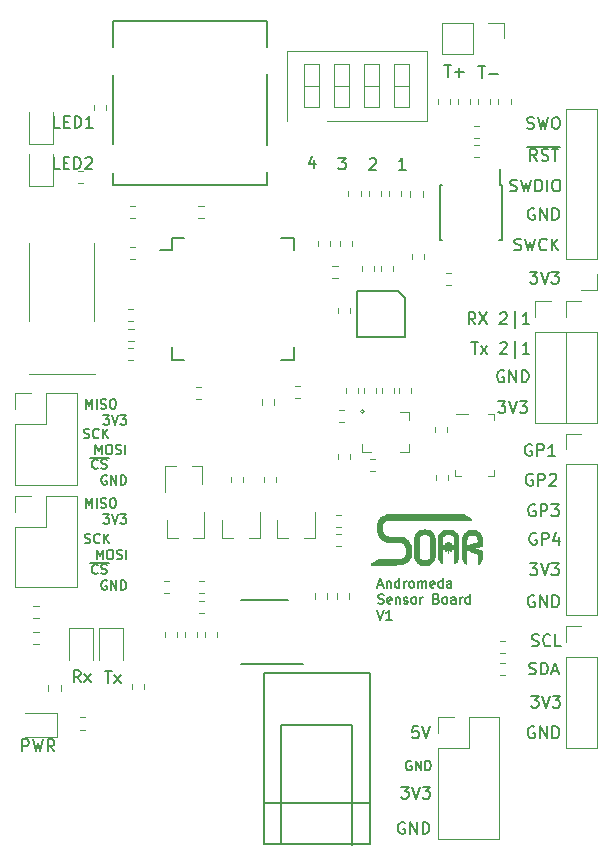
<source format=gto>
G04 #@! TF.FileFunction,Legend,Top*
%FSLAX46Y46*%
G04 Gerber Fmt 4.6, Leading zero omitted, Abs format (unit mm)*
G04 Created by KiCad (PCBNEW 4.0.7) date 02/18/18 10:01:47*
%MOMM*%
%LPD*%
G01*
G04 APERTURE LIST*
%ADD10C,0.100000*%
%ADD11C,0.200000*%
%ADD12C,0.150000*%
%ADD13C,0.120000*%
%ADD14C,0.203200*%
%ADD15C,0.010000*%
G04 APERTURE END LIST*
D10*
D11*
X84030953Y-57902381D02*
X83554762Y-57902381D01*
X83554762Y-56902381D01*
X84364286Y-57378571D02*
X84697620Y-57378571D01*
X84840477Y-57902381D02*
X84364286Y-57902381D01*
X84364286Y-56902381D01*
X84840477Y-56902381D01*
X85269048Y-57902381D02*
X85269048Y-56902381D01*
X85507143Y-56902381D01*
X85650001Y-56950000D01*
X85745239Y-57045238D01*
X85792858Y-57140476D01*
X85840477Y-57330952D01*
X85840477Y-57473810D01*
X85792858Y-57664286D01*
X85745239Y-57759524D01*
X85650001Y-57854762D01*
X85507143Y-57902381D01*
X85269048Y-57902381D01*
X86221429Y-56997619D02*
X86269048Y-56950000D01*
X86364286Y-56902381D01*
X86602382Y-56902381D01*
X86697620Y-56950000D01*
X86745239Y-56997619D01*
X86792858Y-57092857D01*
X86792858Y-57188095D01*
X86745239Y-57330952D01*
X86173810Y-57902381D01*
X86792858Y-57902381D01*
X84060953Y-54422381D02*
X83584762Y-54422381D01*
X83584762Y-53422381D01*
X84394286Y-53898571D02*
X84727620Y-53898571D01*
X84870477Y-54422381D02*
X84394286Y-54422381D01*
X84394286Y-53422381D01*
X84870477Y-53422381D01*
X85299048Y-54422381D02*
X85299048Y-53422381D01*
X85537143Y-53422381D01*
X85680001Y-53470000D01*
X85775239Y-53565238D01*
X85822858Y-53660476D01*
X85870477Y-53850952D01*
X85870477Y-53993810D01*
X85822858Y-54184286D01*
X85775239Y-54279524D01*
X85680001Y-54374762D01*
X85537143Y-54422381D01*
X85299048Y-54422381D01*
X86822858Y-54422381D02*
X86251429Y-54422381D01*
X86537143Y-54422381D02*
X86537143Y-53422381D01*
X86441905Y-53565238D01*
X86346667Y-53660476D01*
X86251429Y-53708095D01*
D12*
X87266667Y-92110714D02*
X87228572Y-92148810D01*
X87114286Y-92186905D01*
X87038096Y-92186905D01*
X86923810Y-92148810D01*
X86847619Y-92072619D01*
X86809524Y-91996429D01*
X86771429Y-91844048D01*
X86771429Y-91729762D01*
X86809524Y-91577381D01*
X86847619Y-91501190D01*
X86923810Y-91425000D01*
X87038096Y-91386905D01*
X87114286Y-91386905D01*
X87228572Y-91425000D01*
X87266667Y-91463095D01*
X87571429Y-92148810D02*
X87685715Y-92186905D01*
X87876191Y-92186905D01*
X87952381Y-92148810D01*
X87990477Y-92110714D01*
X88028572Y-92034524D01*
X88028572Y-91958333D01*
X87990477Y-91882143D01*
X87952381Y-91844048D01*
X87876191Y-91805952D01*
X87723810Y-91767857D01*
X87647619Y-91729762D01*
X87609524Y-91691667D01*
X87571429Y-91615476D01*
X87571429Y-91539286D01*
X87609524Y-91463095D01*
X87647619Y-91425000D01*
X87723810Y-91386905D01*
X87914286Y-91386905D01*
X88028572Y-91425000D01*
X86619048Y-91249000D02*
X88180953Y-91249000D01*
X88009525Y-92775000D02*
X87933334Y-92736905D01*
X87819049Y-92736905D01*
X87704763Y-92775000D01*
X87628572Y-92851190D01*
X87590477Y-92927381D01*
X87552382Y-93079762D01*
X87552382Y-93194048D01*
X87590477Y-93346429D01*
X87628572Y-93422619D01*
X87704763Y-93498810D01*
X87819049Y-93536905D01*
X87895239Y-93536905D01*
X88009525Y-93498810D01*
X88047620Y-93460714D01*
X88047620Y-93194048D01*
X87895239Y-93194048D01*
X88390477Y-93536905D02*
X88390477Y-92736905D01*
X88847620Y-93536905D01*
X88847620Y-92736905D01*
X89228572Y-93536905D02*
X89228572Y-92736905D01*
X89419048Y-92736905D01*
X89533334Y-92775000D01*
X89609525Y-92851190D01*
X89647620Y-92927381D01*
X89685715Y-93079762D01*
X89685715Y-93194048D01*
X89647620Y-93346429D01*
X89609525Y-93422619D01*
X89533334Y-93498810D01*
X89419048Y-93536905D01*
X89228572Y-93536905D01*
X86171429Y-89548810D02*
X86285715Y-89586905D01*
X86476191Y-89586905D01*
X86552381Y-89548810D01*
X86590477Y-89510714D01*
X86628572Y-89434524D01*
X86628572Y-89358333D01*
X86590477Y-89282143D01*
X86552381Y-89244048D01*
X86476191Y-89205952D01*
X86323810Y-89167857D01*
X86247619Y-89129762D01*
X86209524Y-89091667D01*
X86171429Y-89015476D01*
X86171429Y-88939286D01*
X86209524Y-88863095D01*
X86247619Y-88825000D01*
X86323810Y-88786905D01*
X86514286Y-88786905D01*
X86628572Y-88825000D01*
X87428572Y-89510714D02*
X87390477Y-89548810D01*
X87276191Y-89586905D01*
X87200001Y-89586905D01*
X87085715Y-89548810D01*
X87009524Y-89472619D01*
X86971429Y-89396429D01*
X86933334Y-89244048D01*
X86933334Y-89129762D01*
X86971429Y-88977381D01*
X87009524Y-88901190D01*
X87085715Y-88825000D01*
X87200001Y-88786905D01*
X87276191Y-88786905D01*
X87390477Y-88825000D01*
X87428572Y-88863095D01*
X87771429Y-89586905D02*
X87771429Y-88786905D01*
X88228572Y-89586905D02*
X87885715Y-89129762D01*
X88228572Y-88786905D02*
X87771429Y-89244048D01*
X87161905Y-90936905D02*
X87161905Y-90136905D01*
X87428572Y-90708333D01*
X87695239Y-90136905D01*
X87695239Y-90936905D01*
X88228572Y-90136905D02*
X88380953Y-90136905D01*
X88457144Y-90175000D01*
X88533334Y-90251190D01*
X88571429Y-90403571D01*
X88571429Y-90670238D01*
X88533334Y-90822619D01*
X88457144Y-90898810D01*
X88380953Y-90936905D01*
X88228572Y-90936905D01*
X88152382Y-90898810D01*
X88076191Y-90822619D01*
X88038096Y-90670238D01*
X88038096Y-90403571D01*
X88076191Y-90251190D01*
X88152382Y-90175000D01*
X88228572Y-90136905D01*
X88876191Y-90898810D02*
X88990477Y-90936905D01*
X89180953Y-90936905D01*
X89257143Y-90898810D01*
X89295239Y-90860714D01*
X89333334Y-90784524D01*
X89333334Y-90708333D01*
X89295239Y-90632143D01*
X89257143Y-90594048D01*
X89180953Y-90555952D01*
X89028572Y-90517857D01*
X88952381Y-90479762D01*
X88914286Y-90441667D01*
X88876191Y-90365476D01*
X88876191Y-90289286D01*
X88914286Y-90213095D01*
X88952381Y-90175000D01*
X89028572Y-90136905D01*
X89219048Y-90136905D01*
X89333334Y-90175000D01*
X89676191Y-90936905D02*
X89676191Y-90136905D01*
D11*
X123985715Y-81250000D02*
X123890477Y-81202381D01*
X123747620Y-81202381D01*
X123604762Y-81250000D01*
X123509524Y-81345238D01*
X123461905Y-81440476D01*
X123414286Y-81630952D01*
X123414286Y-81773810D01*
X123461905Y-81964286D01*
X123509524Y-82059524D01*
X123604762Y-82154762D01*
X123747620Y-82202381D01*
X123842858Y-82202381D01*
X123985715Y-82154762D01*
X124033334Y-82107143D01*
X124033334Y-81773810D01*
X123842858Y-81773810D01*
X124461905Y-82202381D02*
X124461905Y-81202381D01*
X124842858Y-81202381D01*
X124938096Y-81250000D01*
X124985715Y-81297619D01*
X125033334Y-81392857D01*
X125033334Y-81535714D01*
X124985715Y-81630952D01*
X124938096Y-81678571D01*
X124842858Y-81726190D01*
X124461905Y-81726190D01*
X125985715Y-82202381D02*
X125414286Y-82202381D01*
X125700000Y-82202381D02*
X125700000Y-81202381D01*
X125604762Y-81345238D01*
X125509524Y-81440476D01*
X125414286Y-81488095D01*
X87859524Y-100402381D02*
X88430953Y-100402381D01*
X88145238Y-101402381D02*
X88145238Y-100402381D01*
X88669048Y-101402381D02*
X89192858Y-100735714D01*
X88669048Y-100735714D02*
X89192858Y-101402381D01*
X85804762Y-101352381D02*
X85471428Y-100876190D01*
X85233333Y-101352381D02*
X85233333Y-100352381D01*
X85614286Y-100352381D01*
X85709524Y-100400000D01*
X85757143Y-100447619D01*
X85804762Y-100542857D01*
X85804762Y-100685714D01*
X85757143Y-100780952D01*
X85709524Y-100828571D01*
X85614286Y-100876190D01*
X85233333Y-100876190D01*
X86138095Y-101352381D02*
X86661905Y-100685714D01*
X86138095Y-100685714D02*
X86661905Y-101352381D01*
X124238096Y-105150000D02*
X124142858Y-105102381D01*
X124000001Y-105102381D01*
X123857143Y-105150000D01*
X123761905Y-105245238D01*
X123714286Y-105340476D01*
X123666667Y-105530952D01*
X123666667Y-105673810D01*
X123714286Y-105864286D01*
X123761905Y-105959524D01*
X123857143Y-106054762D01*
X124000001Y-106102381D01*
X124095239Y-106102381D01*
X124238096Y-106054762D01*
X124285715Y-106007143D01*
X124285715Y-105673810D01*
X124095239Y-105673810D01*
X124714286Y-106102381D02*
X124714286Y-105102381D01*
X125285715Y-106102381D01*
X125285715Y-105102381D01*
X125761905Y-106102381D02*
X125761905Y-105102381D01*
X126000000Y-105102381D01*
X126142858Y-105150000D01*
X126238096Y-105245238D01*
X126285715Y-105340476D01*
X126333334Y-105530952D01*
X126333334Y-105673810D01*
X126285715Y-105864286D01*
X126238096Y-105959524D01*
X126142858Y-106054762D01*
X126000000Y-106102381D01*
X125761905Y-106102381D01*
X123961905Y-102502381D02*
X124580953Y-102502381D01*
X124247619Y-102883333D01*
X124390477Y-102883333D01*
X124485715Y-102930952D01*
X124533334Y-102978571D01*
X124580953Y-103073810D01*
X124580953Y-103311905D01*
X124533334Y-103407143D01*
X124485715Y-103454762D01*
X124390477Y-103502381D01*
X124104762Y-103502381D01*
X124009524Y-103454762D01*
X123961905Y-103407143D01*
X124866667Y-102502381D02*
X125200000Y-103502381D01*
X125533334Y-102502381D01*
X125771429Y-102502381D02*
X126390477Y-102502381D01*
X126057143Y-102883333D01*
X126200001Y-102883333D01*
X126295239Y-102930952D01*
X126342858Y-102978571D01*
X126390477Y-103073810D01*
X126390477Y-103311905D01*
X126342858Y-103407143D01*
X126295239Y-103454762D01*
X126200001Y-103502381D01*
X125914286Y-103502381D01*
X125819048Y-103454762D01*
X125771429Y-103407143D01*
X123785714Y-100654762D02*
X123928571Y-100702381D01*
X124166667Y-100702381D01*
X124261905Y-100654762D01*
X124309524Y-100607143D01*
X124357143Y-100511905D01*
X124357143Y-100416667D01*
X124309524Y-100321429D01*
X124261905Y-100273810D01*
X124166667Y-100226190D01*
X123976190Y-100178571D01*
X123880952Y-100130952D01*
X123833333Y-100083333D01*
X123785714Y-99988095D01*
X123785714Y-99892857D01*
X123833333Y-99797619D01*
X123880952Y-99750000D01*
X123976190Y-99702381D01*
X124214286Y-99702381D01*
X124357143Y-99750000D01*
X124785714Y-100702381D02*
X124785714Y-99702381D01*
X125023809Y-99702381D01*
X125166667Y-99750000D01*
X125261905Y-99845238D01*
X125309524Y-99940476D01*
X125357143Y-100130952D01*
X125357143Y-100273810D01*
X125309524Y-100464286D01*
X125261905Y-100559524D01*
X125166667Y-100654762D01*
X125023809Y-100702381D01*
X124785714Y-100702381D01*
X125738095Y-100416667D02*
X126214286Y-100416667D01*
X125642857Y-100702381D02*
X125976190Y-99702381D01*
X126309524Y-100702381D01*
X124009524Y-98254762D02*
X124152381Y-98302381D01*
X124390477Y-98302381D01*
X124485715Y-98254762D01*
X124533334Y-98207143D01*
X124580953Y-98111905D01*
X124580953Y-98016667D01*
X124533334Y-97921429D01*
X124485715Y-97873810D01*
X124390477Y-97826190D01*
X124200000Y-97778571D01*
X124104762Y-97730952D01*
X124057143Y-97683333D01*
X124009524Y-97588095D01*
X124009524Y-97492857D01*
X124057143Y-97397619D01*
X124104762Y-97350000D01*
X124200000Y-97302381D01*
X124438096Y-97302381D01*
X124580953Y-97350000D01*
X125580953Y-98207143D02*
X125533334Y-98254762D01*
X125390477Y-98302381D01*
X125295239Y-98302381D01*
X125152381Y-98254762D01*
X125057143Y-98159524D01*
X125009524Y-98064286D01*
X124961905Y-97873810D01*
X124961905Y-97730952D01*
X125009524Y-97540476D01*
X125057143Y-97445238D01*
X125152381Y-97350000D01*
X125295239Y-97302381D01*
X125390477Y-97302381D01*
X125533334Y-97350000D01*
X125580953Y-97397619D01*
X126485715Y-98302381D02*
X126009524Y-98302381D01*
X126009524Y-97302381D01*
D12*
X111002381Y-93133333D02*
X111383333Y-93133333D01*
X110926190Y-93361905D02*
X111192857Y-92561905D01*
X111459524Y-93361905D01*
X111726190Y-92828571D02*
X111726190Y-93361905D01*
X111726190Y-92904762D02*
X111764285Y-92866667D01*
X111840476Y-92828571D01*
X111954762Y-92828571D01*
X112030952Y-92866667D01*
X112069047Y-92942857D01*
X112069047Y-93361905D01*
X112792857Y-93361905D02*
X112792857Y-92561905D01*
X112792857Y-93323810D02*
X112716667Y-93361905D01*
X112564286Y-93361905D01*
X112488095Y-93323810D01*
X112450000Y-93285714D01*
X112411905Y-93209524D01*
X112411905Y-92980952D01*
X112450000Y-92904762D01*
X112488095Y-92866667D01*
X112564286Y-92828571D01*
X112716667Y-92828571D01*
X112792857Y-92866667D01*
X113173810Y-93361905D02*
X113173810Y-92828571D01*
X113173810Y-92980952D02*
X113211905Y-92904762D01*
X113250001Y-92866667D01*
X113326191Y-92828571D01*
X113402382Y-92828571D01*
X113783334Y-93361905D02*
X113707143Y-93323810D01*
X113669048Y-93285714D01*
X113630953Y-93209524D01*
X113630953Y-92980952D01*
X113669048Y-92904762D01*
X113707143Y-92866667D01*
X113783334Y-92828571D01*
X113897620Y-92828571D01*
X113973810Y-92866667D01*
X114011905Y-92904762D01*
X114050001Y-92980952D01*
X114050001Y-93209524D01*
X114011905Y-93285714D01*
X113973810Y-93323810D01*
X113897620Y-93361905D01*
X113783334Y-93361905D01*
X114392858Y-93361905D02*
X114392858Y-92828571D01*
X114392858Y-92904762D02*
X114430953Y-92866667D01*
X114507144Y-92828571D01*
X114621430Y-92828571D01*
X114697620Y-92866667D01*
X114735715Y-92942857D01*
X114735715Y-93361905D01*
X114735715Y-92942857D02*
X114773811Y-92866667D01*
X114850001Y-92828571D01*
X114964287Y-92828571D01*
X115040477Y-92866667D01*
X115078572Y-92942857D01*
X115078572Y-93361905D01*
X115764287Y-93323810D02*
X115688097Y-93361905D01*
X115535716Y-93361905D01*
X115459525Y-93323810D01*
X115421430Y-93247619D01*
X115421430Y-92942857D01*
X115459525Y-92866667D01*
X115535716Y-92828571D01*
X115688097Y-92828571D01*
X115764287Y-92866667D01*
X115802382Y-92942857D01*
X115802382Y-93019048D01*
X115421430Y-93095238D01*
X116488096Y-93361905D02*
X116488096Y-92561905D01*
X116488096Y-93323810D02*
X116411906Y-93361905D01*
X116259525Y-93361905D01*
X116183334Y-93323810D01*
X116145239Y-93285714D01*
X116107144Y-93209524D01*
X116107144Y-92980952D01*
X116145239Y-92904762D01*
X116183334Y-92866667D01*
X116259525Y-92828571D01*
X116411906Y-92828571D01*
X116488096Y-92866667D01*
X117211906Y-93361905D02*
X117211906Y-92942857D01*
X117173811Y-92866667D01*
X117097621Y-92828571D01*
X116945240Y-92828571D01*
X116869049Y-92866667D01*
X117211906Y-93323810D02*
X117135716Y-93361905D01*
X116945240Y-93361905D01*
X116869049Y-93323810D01*
X116830954Y-93247619D01*
X116830954Y-93171429D01*
X116869049Y-93095238D01*
X116945240Y-93057143D01*
X117135716Y-93057143D01*
X117211906Y-93019048D01*
X111002381Y-94673810D02*
X111116667Y-94711905D01*
X111307143Y-94711905D01*
X111383333Y-94673810D01*
X111421429Y-94635714D01*
X111459524Y-94559524D01*
X111459524Y-94483333D01*
X111421429Y-94407143D01*
X111383333Y-94369048D01*
X111307143Y-94330952D01*
X111154762Y-94292857D01*
X111078571Y-94254762D01*
X111040476Y-94216667D01*
X111002381Y-94140476D01*
X111002381Y-94064286D01*
X111040476Y-93988095D01*
X111078571Y-93950000D01*
X111154762Y-93911905D01*
X111345238Y-93911905D01*
X111459524Y-93950000D01*
X112107143Y-94673810D02*
X112030953Y-94711905D01*
X111878572Y-94711905D01*
X111802381Y-94673810D01*
X111764286Y-94597619D01*
X111764286Y-94292857D01*
X111802381Y-94216667D01*
X111878572Y-94178571D01*
X112030953Y-94178571D01*
X112107143Y-94216667D01*
X112145238Y-94292857D01*
X112145238Y-94369048D01*
X111764286Y-94445238D01*
X112488095Y-94178571D02*
X112488095Y-94711905D01*
X112488095Y-94254762D02*
X112526190Y-94216667D01*
X112602381Y-94178571D01*
X112716667Y-94178571D01*
X112792857Y-94216667D01*
X112830952Y-94292857D01*
X112830952Y-94711905D01*
X113173810Y-94673810D02*
X113250000Y-94711905D01*
X113402381Y-94711905D01*
X113478572Y-94673810D01*
X113516667Y-94597619D01*
X113516667Y-94559524D01*
X113478572Y-94483333D01*
X113402381Y-94445238D01*
X113288096Y-94445238D01*
X113211905Y-94407143D01*
X113173810Y-94330952D01*
X113173810Y-94292857D01*
X113211905Y-94216667D01*
X113288096Y-94178571D01*
X113402381Y-94178571D01*
X113478572Y-94216667D01*
X113973810Y-94711905D02*
X113897619Y-94673810D01*
X113859524Y-94635714D01*
X113821429Y-94559524D01*
X113821429Y-94330952D01*
X113859524Y-94254762D01*
X113897619Y-94216667D01*
X113973810Y-94178571D01*
X114088096Y-94178571D01*
X114164286Y-94216667D01*
X114202381Y-94254762D01*
X114240477Y-94330952D01*
X114240477Y-94559524D01*
X114202381Y-94635714D01*
X114164286Y-94673810D01*
X114088096Y-94711905D01*
X113973810Y-94711905D01*
X114583334Y-94711905D02*
X114583334Y-94178571D01*
X114583334Y-94330952D02*
X114621429Y-94254762D01*
X114659525Y-94216667D01*
X114735715Y-94178571D01*
X114811906Y-94178571D01*
X115954763Y-94292857D02*
X116069049Y-94330952D01*
X116107144Y-94369048D01*
X116145239Y-94445238D01*
X116145239Y-94559524D01*
X116107144Y-94635714D01*
X116069049Y-94673810D01*
X115992858Y-94711905D01*
X115688096Y-94711905D01*
X115688096Y-93911905D01*
X115954763Y-93911905D01*
X116030953Y-93950000D01*
X116069049Y-93988095D01*
X116107144Y-94064286D01*
X116107144Y-94140476D01*
X116069049Y-94216667D01*
X116030953Y-94254762D01*
X115954763Y-94292857D01*
X115688096Y-94292857D01*
X116602382Y-94711905D02*
X116526191Y-94673810D01*
X116488096Y-94635714D01*
X116450001Y-94559524D01*
X116450001Y-94330952D01*
X116488096Y-94254762D01*
X116526191Y-94216667D01*
X116602382Y-94178571D01*
X116716668Y-94178571D01*
X116792858Y-94216667D01*
X116830953Y-94254762D01*
X116869049Y-94330952D01*
X116869049Y-94559524D01*
X116830953Y-94635714D01*
X116792858Y-94673810D01*
X116716668Y-94711905D01*
X116602382Y-94711905D01*
X117554763Y-94711905D02*
X117554763Y-94292857D01*
X117516668Y-94216667D01*
X117440478Y-94178571D01*
X117288097Y-94178571D01*
X117211906Y-94216667D01*
X117554763Y-94673810D02*
X117478573Y-94711905D01*
X117288097Y-94711905D01*
X117211906Y-94673810D01*
X117173811Y-94597619D01*
X117173811Y-94521429D01*
X117211906Y-94445238D01*
X117288097Y-94407143D01*
X117478573Y-94407143D01*
X117554763Y-94369048D01*
X117935716Y-94711905D02*
X117935716Y-94178571D01*
X117935716Y-94330952D02*
X117973811Y-94254762D01*
X118011907Y-94216667D01*
X118088097Y-94178571D01*
X118164288Y-94178571D01*
X118773811Y-94711905D02*
X118773811Y-93911905D01*
X118773811Y-94673810D02*
X118697621Y-94711905D01*
X118545240Y-94711905D01*
X118469049Y-94673810D01*
X118430954Y-94635714D01*
X118392859Y-94559524D01*
X118392859Y-94330952D01*
X118430954Y-94254762D01*
X118469049Y-94216667D01*
X118545240Y-94178571D01*
X118697621Y-94178571D01*
X118773811Y-94216667D01*
X110926190Y-95261905D02*
X111192857Y-96061905D01*
X111459524Y-95261905D01*
X112145238Y-96061905D02*
X111688095Y-96061905D01*
X111916666Y-96061905D02*
X111916666Y-95261905D01*
X111840476Y-95376190D01*
X111764285Y-95452381D01*
X111688095Y-95490476D01*
D11*
X80866667Y-107202381D02*
X80866667Y-106202381D01*
X81247620Y-106202381D01*
X81342858Y-106250000D01*
X81390477Y-106297619D01*
X81438096Y-106392857D01*
X81438096Y-106535714D01*
X81390477Y-106630952D01*
X81342858Y-106678571D01*
X81247620Y-106726190D01*
X80866667Y-106726190D01*
X81771429Y-106202381D02*
X82009524Y-107202381D01*
X82200001Y-106488095D01*
X82390477Y-107202381D01*
X82628572Y-106202381D01*
X83580953Y-107202381D02*
X83247619Y-106726190D01*
X83009524Y-107202381D02*
X83009524Y-106202381D01*
X83390477Y-106202381D01*
X83485715Y-106250000D01*
X83533334Y-106297619D01*
X83580953Y-106392857D01*
X83580953Y-106535714D01*
X83533334Y-106630952D01*
X83485715Y-106678571D01*
X83390477Y-106726190D01*
X83009524Y-106726190D01*
X105600477Y-57175714D02*
X105600477Y-57842381D01*
X105362381Y-56794762D02*
X105124286Y-57509048D01*
X105743334Y-57509048D01*
X107636667Y-56942381D02*
X108255715Y-56942381D01*
X107922381Y-57323333D01*
X108065239Y-57323333D01*
X108160477Y-57370952D01*
X108208096Y-57418571D01*
X108255715Y-57513810D01*
X108255715Y-57751905D01*
X108208096Y-57847143D01*
X108160477Y-57894762D01*
X108065239Y-57942381D01*
X107779524Y-57942381D01*
X107684286Y-57894762D01*
X107636667Y-57847143D01*
X110274286Y-57087619D02*
X110321905Y-57040000D01*
X110417143Y-56992381D01*
X110655239Y-56992381D01*
X110750477Y-57040000D01*
X110798096Y-57087619D01*
X110845715Y-57182857D01*
X110845715Y-57278095D01*
X110798096Y-57420952D01*
X110226667Y-57992381D01*
X110845715Y-57992381D01*
X113345715Y-57952381D02*
X112774286Y-57952381D01*
X113060000Y-57952381D02*
X113060000Y-56952381D01*
X112964762Y-57095238D01*
X112869524Y-57190476D01*
X112774286Y-57238095D01*
X116595238Y-49102381D02*
X117166667Y-49102381D01*
X116880952Y-50102381D02*
X116880952Y-49102381D01*
X117500000Y-49721429D02*
X118261905Y-49721429D01*
X117880953Y-50102381D02*
X117880953Y-49340476D01*
X119495238Y-49202381D02*
X120066667Y-49202381D01*
X119780952Y-50202381D02*
X119780952Y-49202381D01*
X120400000Y-49821429D02*
X121161905Y-49821429D01*
X123861905Y-66602381D02*
X124480953Y-66602381D01*
X124147619Y-66983333D01*
X124290477Y-66983333D01*
X124385715Y-67030952D01*
X124433334Y-67078571D01*
X124480953Y-67173810D01*
X124480953Y-67411905D01*
X124433334Y-67507143D01*
X124385715Y-67554762D01*
X124290477Y-67602381D01*
X124004762Y-67602381D01*
X123909524Y-67554762D01*
X123861905Y-67507143D01*
X124766667Y-66602381D02*
X125100000Y-67602381D01*
X125433334Y-66602381D01*
X125671429Y-66602381D02*
X126290477Y-66602381D01*
X125957143Y-66983333D01*
X126100001Y-66983333D01*
X126195239Y-67030952D01*
X126242858Y-67078571D01*
X126290477Y-67173810D01*
X126290477Y-67411905D01*
X126242858Y-67507143D01*
X126195239Y-67554762D01*
X126100001Y-67602381D01*
X125814286Y-67602381D01*
X125719048Y-67554762D01*
X125671429Y-67507143D01*
X122542857Y-64754762D02*
X122685714Y-64802381D01*
X122923810Y-64802381D01*
X123019048Y-64754762D01*
X123066667Y-64707143D01*
X123114286Y-64611905D01*
X123114286Y-64516667D01*
X123066667Y-64421429D01*
X123019048Y-64373810D01*
X122923810Y-64326190D01*
X122733333Y-64278571D01*
X122638095Y-64230952D01*
X122590476Y-64183333D01*
X122542857Y-64088095D01*
X122542857Y-63992857D01*
X122590476Y-63897619D01*
X122638095Y-63850000D01*
X122733333Y-63802381D01*
X122971429Y-63802381D01*
X123114286Y-63850000D01*
X123447619Y-63802381D02*
X123685714Y-64802381D01*
X123876191Y-64088095D01*
X124066667Y-64802381D01*
X124304762Y-63802381D01*
X125257143Y-64707143D02*
X125209524Y-64754762D01*
X125066667Y-64802381D01*
X124971429Y-64802381D01*
X124828571Y-64754762D01*
X124733333Y-64659524D01*
X124685714Y-64564286D01*
X124638095Y-64373810D01*
X124638095Y-64230952D01*
X124685714Y-64040476D01*
X124733333Y-63945238D01*
X124828571Y-63850000D01*
X124971429Y-63802381D01*
X125066667Y-63802381D01*
X125209524Y-63850000D01*
X125257143Y-63897619D01*
X125685714Y-64802381D02*
X125685714Y-63802381D01*
X126257143Y-64802381D02*
X125828571Y-64230952D01*
X126257143Y-63802381D02*
X125685714Y-64373810D01*
X124238096Y-61250000D02*
X124142858Y-61202381D01*
X124000001Y-61202381D01*
X123857143Y-61250000D01*
X123761905Y-61345238D01*
X123714286Y-61440476D01*
X123666667Y-61630952D01*
X123666667Y-61773810D01*
X123714286Y-61964286D01*
X123761905Y-62059524D01*
X123857143Y-62154762D01*
X124000001Y-62202381D01*
X124095239Y-62202381D01*
X124238096Y-62154762D01*
X124285715Y-62107143D01*
X124285715Y-61773810D01*
X124095239Y-61773810D01*
X124714286Y-62202381D02*
X124714286Y-61202381D01*
X125285715Y-62202381D01*
X125285715Y-61202381D01*
X125761905Y-62202381D02*
X125761905Y-61202381D01*
X126000000Y-61202381D01*
X126142858Y-61250000D01*
X126238096Y-61345238D01*
X126285715Y-61440476D01*
X126333334Y-61630952D01*
X126333334Y-61773810D01*
X126285715Y-61964286D01*
X126238096Y-62059524D01*
X126142858Y-62154762D01*
X126000000Y-62202381D01*
X125761905Y-62202381D01*
X122180953Y-59754762D02*
X122323810Y-59802381D01*
X122561906Y-59802381D01*
X122657144Y-59754762D01*
X122704763Y-59707143D01*
X122752382Y-59611905D01*
X122752382Y-59516667D01*
X122704763Y-59421429D01*
X122657144Y-59373810D01*
X122561906Y-59326190D01*
X122371429Y-59278571D01*
X122276191Y-59230952D01*
X122228572Y-59183333D01*
X122180953Y-59088095D01*
X122180953Y-58992857D01*
X122228572Y-58897619D01*
X122276191Y-58850000D01*
X122371429Y-58802381D01*
X122609525Y-58802381D01*
X122752382Y-58850000D01*
X123085715Y-58802381D02*
X123323810Y-59802381D01*
X123514287Y-59088095D01*
X123704763Y-59802381D01*
X123942858Y-58802381D01*
X124323810Y-59802381D02*
X124323810Y-58802381D01*
X124561905Y-58802381D01*
X124704763Y-58850000D01*
X124800001Y-58945238D01*
X124847620Y-59040476D01*
X124895239Y-59230952D01*
X124895239Y-59373810D01*
X124847620Y-59564286D01*
X124800001Y-59659524D01*
X124704763Y-59754762D01*
X124561905Y-59802381D01*
X124323810Y-59802381D01*
X125323810Y-59802381D02*
X125323810Y-58802381D01*
X125990476Y-58802381D02*
X126180953Y-58802381D01*
X126276191Y-58850000D01*
X126371429Y-58945238D01*
X126419048Y-59135714D01*
X126419048Y-59469048D01*
X126371429Y-59659524D01*
X126276191Y-59754762D01*
X126180953Y-59802381D01*
X125990476Y-59802381D01*
X125895238Y-59754762D01*
X125800000Y-59659524D01*
X125752381Y-59469048D01*
X125752381Y-59135714D01*
X125800000Y-58945238D01*
X125895238Y-58850000D01*
X125990476Y-58802381D01*
X124452381Y-57202381D02*
X124119047Y-56726190D01*
X123880952Y-57202381D02*
X123880952Y-56202381D01*
X124261905Y-56202381D01*
X124357143Y-56250000D01*
X124404762Y-56297619D01*
X124452381Y-56392857D01*
X124452381Y-56535714D01*
X124404762Y-56630952D01*
X124357143Y-56678571D01*
X124261905Y-56726190D01*
X123880952Y-56726190D01*
X124833333Y-57154762D02*
X124976190Y-57202381D01*
X125214286Y-57202381D01*
X125309524Y-57154762D01*
X125357143Y-57107143D01*
X125404762Y-57011905D01*
X125404762Y-56916667D01*
X125357143Y-56821429D01*
X125309524Y-56773810D01*
X125214286Y-56726190D01*
X125023809Y-56678571D01*
X124928571Y-56630952D01*
X124880952Y-56583333D01*
X124833333Y-56488095D01*
X124833333Y-56392857D01*
X124880952Y-56297619D01*
X124928571Y-56250000D01*
X125023809Y-56202381D01*
X125261905Y-56202381D01*
X125404762Y-56250000D01*
X125690476Y-56202381D02*
X126261905Y-56202381D01*
X125976190Y-57202381D02*
X125976190Y-56202381D01*
X123642857Y-56030000D02*
X126357143Y-56030000D01*
X123619048Y-54454762D02*
X123761905Y-54502381D01*
X124000001Y-54502381D01*
X124095239Y-54454762D01*
X124142858Y-54407143D01*
X124190477Y-54311905D01*
X124190477Y-54216667D01*
X124142858Y-54121429D01*
X124095239Y-54073810D01*
X124000001Y-54026190D01*
X123809524Y-53978571D01*
X123714286Y-53930952D01*
X123666667Y-53883333D01*
X123619048Y-53788095D01*
X123619048Y-53692857D01*
X123666667Y-53597619D01*
X123714286Y-53550000D01*
X123809524Y-53502381D01*
X124047620Y-53502381D01*
X124190477Y-53550000D01*
X124523810Y-53502381D02*
X124761905Y-54502381D01*
X124952382Y-53788095D01*
X125142858Y-54502381D01*
X125380953Y-53502381D01*
X125952381Y-53502381D02*
X126142858Y-53502381D01*
X126238096Y-53550000D01*
X126333334Y-53645238D01*
X126380953Y-53835714D01*
X126380953Y-54169048D01*
X126333334Y-54359524D01*
X126238096Y-54454762D01*
X126142858Y-54502381D01*
X125952381Y-54502381D01*
X125857143Y-54454762D01*
X125761905Y-54359524D01*
X125714286Y-54169048D01*
X125714286Y-53835714D01*
X125761905Y-53645238D01*
X125857143Y-53550000D01*
X125952381Y-53502381D01*
X121161905Y-77552381D02*
X121780953Y-77552381D01*
X121447619Y-77933333D01*
X121590477Y-77933333D01*
X121685715Y-77980952D01*
X121733334Y-78028571D01*
X121780953Y-78123810D01*
X121780953Y-78361905D01*
X121733334Y-78457143D01*
X121685715Y-78504762D01*
X121590477Y-78552381D01*
X121304762Y-78552381D01*
X121209524Y-78504762D01*
X121161905Y-78457143D01*
X122066667Y-77552381D02*
X122400000Y-78552381D01*
X122733334Y-77552381D01*
X122971429Y-77552381D02*
X123590477Y-77552381D01*
X123257143Y-77933333D01*
X123400001Y-77933333D01*
X123495239Y-77980952D01*
X123542858Y-78028571D01*
X123590477Y-78123810D01*
X123590477Y-78361905D01*
X123542858Y-78457143D01*
X123495239Y-78504762D01*
X123400001Y-78552381D01*
X123114286Y-78552381D01*
X123019048Y-78504762D01*
X122971429Y-78457143D01*
X121638096Y-75000000D02*
X121542858Y-74952381D01*
X121400001Y-74952381D01*
X121257143Y-75000000D01*
X121161905Y-75095238D01*
X121114286Y-75190476D01*
X121066667Y-75380952D01*
X121066667Y-75523810D01*
X121114286Y-75714286D01*
X121161905Y-75809524D01*
X121257143Y-75904762D01*
X121400001Y-75952381D01*
X121495239Y-75952381D01*
X121638096Y-75904762D01*
X121685715Y-75857143D01*
X121685715Y-75523810D01*
X121495239Y-75523810D01*
X122114286Y-75952381D02*
X122114286Y-74952381D01*
X122685715Y-75952381D01*
X122685715Y-74952381D01*
X123161905Y-75952381D02*
X123161905Y-74952381D01*
X123400000Y-74952381D01*
X123542858Y-75000000D01*
X123638096Y-75095238D01*
X123685715Y-75190476D01*
X123733334Y-75380952D01*
X123733334Y-75523810D01*
X123685715Y-75714286D01*
X123638096Y-75809524D01*
X123542858Y-75904762D01*
X123400000Y-75952381D01*
X123161905Y-75952381D01*
X118900000Y-72552381D02*
X119471429Y-72552381D01*
X119185714Y-73552381D02*
X119185714Y-72552381D01*
X119709524Y-73552381D02*
X120233334Y-72885714D01*
X119709524Y-72885714D02*
X120233334Y-73552381D01*
X121328572Y-72647619D02*
X121376191Y-72600000D01*
X121471429Y-72552381D01*
X121709525Y-72552381D01*
X121804763Y-72600000D01*
X121852382Y-72647619D01*
X121900001Y-72742857D01*
X121900001Y-72838095D01*
X121852382Y-72980952D01*
X121280953Y-73552381D01*
X121900001Y-73552381D01*
X122566667Y-73885714D02*
X122566667Y-72457143D01*
X123804763Y-73552381D02*
X123233334Y-73552381D01*
X123519048Y-73552381D02*
X123519048Y-72552381D01*
X123423810Y-72695238D01*
X123328572Y-72790476D01*
X123233334Y-72838095D01*
X119223810Y-71052381D02*
X118890476Y-70576190D01*
X118652381Y-71052381D02*
X118652381Y-70052381D01*
X119033334Y-70052381D01*
X119128572Y-70100000D01*
X119176191Y-70147619D01*
X119223810Y-70242857D01*
X119223810Y-70385714D01*
X119176191Y-70480952D01*
X119128572Y-70528571D01*
X119033334Y-70576190D01*
X118652381Y-70576190D01*
X119557143Y-70052381D02*
X120223810Y-71052381D01*
X120223810Y-70052381D02*
X119557143Y-71052381D01*
X121319048Y-70147619D02*
X121366667Y-70100000D01*
X121461905Y-70052381D01*
X121700001Y-70052381D01*
X121795239Y-70100000D01*
X121842858Y-70147619D01*
X121890477Y-70242857D01*
X121890477Y-70338095D01*
X121842858Y-70480952D01*
X121271429Y-71052381D01*
X121890477Y-71052381D01*
X122557143Y-71385714D02*
X122557143Y-69957143D01*
X123795239Y-71052381D02*
X123223810Y-71052381D01*
X123509524Y-71052381D02*
X123509524Y-70052381D01*
X123414286Y-70195238D01*
X123319048Y-70290476D01*
X123223810Y-70338095D01*
X124238096Y-94050000D02*
X124142858Y-94002381D01*
X124000001Y-94002381D01*
X123857143Y-94050000D01*
X123761905Y-94145238D01*
X123714286Y-94240476D01*
X123666667Y-94430952D01*
X123666667Y-94573810D01*
X123714286Y-94764286D01*
X123761905Y-94859524D01*
X123857143Y-94954762D01*
X124000001Y-95002381D01*
X124095239Y-95002381D01*
X124238096Y-94954762D01*
X124285715Y-94907143D01*
X124285715Y-94573810D01*
X124095239Y-94573810D01*
X124714286Y-95002381D02*
X124714286Y-94002381D01*
X125285715Y-95002381D01*
X125285715Y-94002381D01*
X125761905Y-95002381D02*
X125761905Y-94002381D01*
X126000000Y-94002381D01*
X126142858Y-94050000D01*
X126238096Y-94145238D01*
X126285715Y-94240476D01*
X126333334Y-94430952D01*
X126333334Y-94573810D01*
X126285715Y-94764286D01*
X126238096Y-94859524D01*
X126142858Y-94954762D01*
X126000000Y-95002381D01*
X125761905Y-95002381D01*
X123861905Y-91302381D02*
X124480953Y-91302381D01*
X124147619Y-91683333D01*
X124290477Y-91683333D01*
X124385715Y-91730952D01*
X124433334Y-91778571D01*
X124480953Y-91873810D01*
X124480953Y-92111905D01*
X124433334Y-92207143D01*
X124385715Y-92254762D01*
X124290477Y-92302381D01*
X124004762Y-92302381D01*
X123909524Y-92254762D01*
X123861905Y-92207143D01*
X124766667Y-91302381D02*
X125100000Y-92302381D01*
X125433334Y-91302381D01*
X125671429Y-91302381D02*
X126290477Y-91302381D01*
X125957143Y-91683333D01*
X126100001Y-91683333D01*
X126195239Y-91730952D01*
X126242858Y-91778571D01*
X126290477Y-91873810D01*
X126290477Y-92111905D01*
X126242858Y-92207143D01*
X126195239Y-92254762D01*
X126100001Y-92302381D01*
X125814286Y-92302381D01*
X125719048Y-92254762D01*
X125671429Y-92207143D01*
X124385715Y-88750000D02*
X124290477Y-88702381D01*
X124147620Y-88702381D01*
X124004762Y-88750000D01*
X123909524Y-88845238D01*
X123861905Y-88940476D01*
X123814286Y-89130952D01*
X123814286Y-89273810D01*
X123861905Y-89464286D01*
X123909524Y-89559524D01*
X124004762Y-89654762D01*
X124147620Y-89702381D01*
X124242858Y-89702381D01*
X124385715Y-89654762D01*
X124433334Y-89607143D01*
X124433334Y-89273810D01*
X124242858Y-89273810D01*
X124861905Y-89702381D02*
X124861905Y-88702381D01*
X125242858Y-88702381D01*
X125338096Y-88750000D01*
X125385715Y-88797619D01*
X125433334Y-88892857D01*
X125433334Y-89035714D01*
X125385715Y-89130952D01*
X125338096Y-89178571D01*
X125242858Y-89226190D01*
X124861905Y-89226190D01*
X126290477Y-89035714D02*
X126290477Y-89702381D01*
X126052381Y-88654762D02*
X125814286Y-89369048D01*
X126433334Y-89369048D01*
X124285715Y-86350000D02*
X124190477Y-86302381D01*
X124047620Y-86302381D01*
X123904762Y-86350000D01*
X123809524Y-86445238D01*
X123761905Y-86540476D01*
X123714286Y-86730952D01*
X123714286Y-86873810D01*
X123761905Y-87064286D01*
X123809524Y-87159524D01*
X123904762Y-87254762D01*
X124047620Y-87302381D01*
X124142858Y-87302381D01*
X124285715Y-87254762D01*
X124333334Y-87207143D01*
X124333334Y-86873810D01*
X124142858Y-86873810D01*
X124761905Y-87302381D02*
X124761905Y-86302381D01*
X125142858Y-86302381D01*
X125238096Y-86350000D01*
X125285715Y-86397619D01*
X125333334Y-86492857D01*
X125333334Y-86635714D01*
X125285715Y-86730952D01*
X125238096Y-86778571D01*
X125142858Y-86826190D01*
X124761905Y-86826190D01*
X125666667Y-86302381D02*
X126285715Y-86302381D01*
X125952381Y-86683333D01*
X126095239Y-86683333D01*
X126190477Y-86730952D01*
X126238096Y-86778571D01*
X126285715Y-86873810D01*
X126285715Y-87111905D01*
X126238096Y-87207143D01*
X126190477Y-87254762D01*
X126095239Y-87302381D01*
X125809524Y-87302381D01*
X125714286Y-87254762D01*
X125666667Y-87207143D01*
X124085715Y-83750000D02*
X123990477Y-83702381D01*
X123847620Y-83702381D01*
X123704762Y-83750000D01*
X123609524Y-83845238D01*
X123561905Y-83940476D01*
X123514286Y-84130952D01*
X123514286Y-84273810D01*
X123561905Y-84464286D01*
X123609524Y-84559524D01*
X123704762Y-84654762D01*
X123847620Y-84702381D01*
X123942858Y-84702381D01*
X124085715Y-84654762D01*
X124133334Y-84607143D01*
X124133334Y-84273810D01*
X123942858Y-84273810D01*
X124561905Y-84702381D02*
X124561905Y-83702381D01*
X124942858Y-83702381D01*
X125038096Y-83750000D01*
X125085715Y-83797619D01*
X125133334Y-83892857D01*
X125133334Y-84035714D01*
X125085715Y-84130952D01*
X125038096Y-84178571D01*
X124942858Y-84226190D01*
X124561905Y-84226190D01*
X125514286Y-83797619D02*
X125561905Y-83750000D01*
X125657143Y-83702381D01*
X125895239Y-83702381D01*
X125990477Y-83750000D01*
X126038096Y-83797619D01*
X126085715Y-83892857D01*
X126085715Y-83988095D01*
X126038096Y-84130952D01*
X125466667Y-84702381D01*
X126085715Y-84702381D01*
D12*
X86242857Y-86586905D02*
X86242857Y-85786905D01*
X86509524Y-86358333D01*
X86776191Y-85786905D01*
X86776191Y-86586905D01*
X87157143Y-86586905D02*
X87157143Y-85786905D01*
X87500000Y-86548810D02*
X87614286Y-86586905D01*
X87804762Y-86586905D01*
X87880952Y-86548810D01*
X87919048Y-86510714D01*
X87957143Y-86434524D01*
X87957143Y-86358333D01*
X87919048Y-86282143D01*
X87880952Y-86244048D01*
X87804762Y-86205952D01*
X87652381Y-86167857D01*
X87576190Y-86129762D01*
X87538095Y-86091667D01*
X87500000Y-86015476D01*
X87500000Y-85939286D01*
X87538095Y-85863095D01*
X87576190Y-85825000D01*
X87652381Y-85786905D01*
X87842857Y-85786905D01*
X87957143Y-85825000D01*
X88452381Y-85786905D02*
X88604762Y-85786905D01*
X88680953Y-85825000D01*
X88757143Y-85901190D01*
X88795238Y-86053571D01*
X88795238Y-86320238D01*
X88757143Y-86472619D01*
X88680953Y-86548810D01*
X88604762Y-86586905D01*
X88452381Y-86586905D01*
X88376191Y-86548810D01*
X88300000Y-86472619D01*
X88261905Y-86320238D01*
X88261905Y-86053571D01*
X88300000Y-85901190D01*
X88376191Y-85825000D01*
X88452381Y-85786905D01*
X87728572Y-87136905D02*
X88223810Y-87136905D01*
X87957143Y-87441667D01*
X88071429Y-87441667D01*
X88147619Y-87479762D01*
X88185715Y-87517857D01*
X88223810Y-87594048D01*
X88223810Y-87784524D01*
X88185715Y-87860714D01*
X88147619Y-87898810D01*
X88071429Y-87936905D01*
X87842857Y-87936905D01*
X87766667Y-87898810D01*
X87728572Y-87860714D01*
X88452381Y-87136905D02*
X88719048Y-87936905D01*
X88985715Y-87136905D01*
X89176191Y-87136905D02*
X89671429Y-87136905D01*
X89404762Y-87441667D01*
X89519048Y-87441667D01*
X89595238Y-87479762D01*
X89633334Y-87517857D01*
X89671429Y-87594048D01*
X89671429Y-87784524D01*
X89633334Y-87860714D01*
X89595238Y-87898810D01*
X89519048Y-87936905D01*
X89290476Y-87936905D01*
X89214286Y-87898810D01*
X89176191Y-87860714D01*
X87266667Y-83210714D02*
X87228572Y-83248810D01*
X87114286Y-83286905D01*
X87038096Y-83286905D01*
X86923810Y-83248810D01*
X86847619Y-83172619D01*
X86809524Y-83096429D01*
X86771429Y-82944048D01*
X86771429Y-82829762D01*
X86809524Y-82677381D01*
X86847619Y-82601190D01*
X86923810Y-82525000D01*
X87038096Y-82486905D01*
X87114286Y-82486905D01*
X87228572Y-82525000D01*
X87266667Y-82563095D01*
X87571429Y-83248810D02*
X87685715Y-83286905D01*
X87876191Y-83286905D01*
X87952381Y-83248810D01*
X87990477Y-83210714D01*
X88028572Y-83134524D01*
X88028572Y-83058333D01*
X87990477Y-82982143D01*
X87952381Y-82944048D01*
X87876191Y-82905952D01*
X87723810Y-82867857D01*
X87647619Y-82829762D01*
X87609524Y-82791667D01*
X87571429Y-82715476D01*
X87571429Y-82639286D01*
X87609524Y-82563095D01*
X87647619Y-82525000D01*
X87723810Y-82486905D01*
X87914286Y-82486905D01*
X88028572Y-82525000D01*
X86619048Y-82349000D02*
X88180953Y-82349000D01*
X88009525Y-83875000D02*
X87933334Y-83836905D01*
X87819049Y-83836905D01*
X87704763Y-83875000D01*
X87628572Y-83951190D01*
X87590477Y-84027381D01*
X87552382Y-84179762D01*
X87552382Y-84294048D01*
X87590477Y-84446429D01*
X87628572Y-84522619D01*
X87704763Y-84598810D01*
X87819049Y-84636905D01*
X87895239Y-84636905D01*
X88009525Y-84598810D01*
X88047620Y-84560714D01*
X88047620Y-84294048D01*
X87895239Y-84294048D01*
X88390477Y-84636905D02*
X88390477Y-83836905D01*
X88847620Y-84636905D01*
X88847620Y-83836905D01*
X89228572Y-84636905D02*
X89228572Y-83836905D01*
X89419048Y-83836905D01*
X89533334Y-83875000D01*
X89609525Y-83951190D01*
X89647620Y-84027381D01*
X89685715Y-84179762D01*
X89685715Y-84294048D01*
X89647620Y-84446429D01*
X89609525Y-84522619D01*
X89533334Y-84598810D01*
X89419048Y-84636905D01*
X89228572Y-84636905D01*
X86071429Y-80648810D02*
X86185715Y-80686905D01*
X86376191Y-80686905D01*
X86452381Y-80648810D01*
X86490477Y-80610714D01*
X86528572Y-80534524D01*
X86528572Y-80458333D01*
X86490477Y-80382143D01*
X86452381Y-80344048D01*
X86376191Y-80305952D01*
X86223810Y-80267857D01*
X86147619Y-80229762D01*
X86109524Y-80191667D01*
X86071429Y-80115476D01*
X86071429Y-80039286D01*
X86109524Y-79963095D01*
X86147619Y-79925000D01*
X86223810Y-79886905D01*
X86414286Y-79886905D01*
X86528572Y-79925000D01*
X87328572Y-80610714D02*
X87290477Y-80648810D01*
X87176191Y-80686905D01*
X87100001Y-80686905D01*
X86985715Y-80648810D01*
X86909524Y-80572619D01*
X86871429Y-80496429D01*
X86833334Y-80344048D01*
X86833334Y-80229762D01*
X86871429Y-80077381D01*
X86909524Y-80001190D01*
X86985715Y-79925000D01*
X87100001Y-79886905D01*
X87176191Y-79886905D01*
X87290477Y-79925000D01*
X87328572Y-79963095D01*
X87671429Y-80686905D02*
X87671429Y-79886905D01*
X88128572Y-80686905D02*
X87785715Y-80229762D01*
X88128572Y-79886905D02*
X87671429Y-80344048D01*
X87061905Y-82036905D02*
X87061905Y-81236905D01*
X87328572Y-81808333D01*
X87595239Y-81236905D01*
X87595239Y-82036905D01*
X88128572Y-81236905D02*
X88280953Y-81236905D01*
X88357144Y-81275000D01*
X88433334Y-81351190D01*
X88471429Y-81503571D01*
X88471429Y-81770238D01*
X88433334Y-81922619D01*
X88357144Y-81998810D01*
X88280953Y-82036905D01*
X88128572Y-82036905D01*
X88052382Y-81998810D01*
X87976191Y-81922619D01*
X87938096Y-81770238D01*
X87938096Y-81503571D01*
X87976191Y-81351190D01*
X88052382Y-81275000D01*
X88128572Y-81236905D01*
X88776191Y-81998810D02*
X88890477Y-82036905D01*
X89080953Y-82036905D01*
X89157143Y-81998810D01*
X89195239Y-81960714D01*
X89233334Y-81884524D01*
X89233334Y-81808333D01*
X89195239Y-81732143D01*
X89157143Y-81694048D01*
X89080953Y-81655952D01*
X88928572Y-81617857D01*
X88852381Y-81579762D01*
X88814286Y-81541667D01*
X88776191Y-81465476D01*
X88776191Y-81389286D01*
X88814286Y-81313095D01*
X88852381Y-81275000D01*
X88928572Y-81236905D01*
X89119048Y-81236905D01*
X89233334Y-81275000D01*
X89576191Y-82036905D02*
X89576191Y-81236905D01*
X86242857Y-78186905D02*
X86242857Y-77386905D01*
X86509524Y-77958333D01*
X86776191Y-77386905D01*
X86776191Y-78186905D01*
X87157143Y-78186905D02*
X87157143Y-77386905D01*
X87500000Y-78148810D02*
X87614286Y-78186905D01*
X87804762Y-78186905D01*
X87880952Y-78148810D01*
X87919048Y-78110714D01*
X87957143Y-78034524D01*
X87957143Y-77958333D01*
X87919048Y-77882143D01*
X87880952Y-77844048D01*
X87804762Y-77805952D01*
X87652381Y-77767857D01*
X87576190Y-77729762D01*
X87538095Y-77691667D01*
X87500000Y-77615476D01*
X87500000Y-77539286D01*
X87538095Y-77463095D01*
X87576190Y-77425000D01*
X87652381Y-77386905D01*
X87842857Y-77386905D01*
X87957143Y-77425000D01*
X88452381Y-77386905D02*
X88604762Y-77386905D01*
X88680953Y-77425000D01*
X88757143Y-77501190D01*
X88795238Y-77653571D01*
X88795238Y-77920238D01*
X88757143Y-78072619D01*
X88680953Y-78148810D01*
X88604762Y-78186905D01*
X88452381Y-78186905D01*
X88376191Y-78148810D01*
X88300000Y-78072619D01*
X88261905Y-77920238D01*
X88261905Y-77653571D01*
X88300000Y-77501190D01*
X88376191Y-77425000D01*
X88452381Y-77386905D01*
X87728572Y-78736905D02*
X88223810Y-78736905D01*
X87957143Y-79041667D01*
X88071429Y-79041667D01*
X88147619Y-79079762D01*
X88185715Y-79117857D01*
X88223810Y-79194048D01*
X88223810Y-79384524D01*
X88185715Y-79460714D01*
X88147619Y-79498810D01*
X88071429Y-79536905D01*
X87842857Y-79536905D01*
X87766667Y-79498810D01*
X87728572Y-79460714D01*
X88452381Y-78736905D02*
X88719048Y-79536905D01*
X88985715Y-78736905D01*
X89176191Y-78736905D02*
X89671429Y-78736905D01*
X89404762Y-79041667D01*
X89519048Y-79041667D01*
X89595238Y-79079762D01*
X89633334Y-79117857D01*
X89671429Y-79194048D01*
X89671429Y-79384524D01*
X89633334Y-79460714D01*
X89595238Y-79498810D01*
X89519048Y-79536905D01*
X89290476Y-79536905D01*
X89214286Y-79498810D01*
X89176191Y-79460714D01*
D11*
X113238096Y-113250000D02*
X113142858Y-113202381D01*
X113000001Y-113202381D01*
X112857143Y-113250000D01*
X112761905Y-113345238D01*
X112714286Y-113440476D01*
X112666667Y-113630952D01*
X112666667Y-113773810D01*
X112714286Y-113964286D01*
X112761905Y-114059524D01*
X112857143Y-114154762D01*
X113000001Y-114202381D01*
X113095239Y-114202381D01*
X113238096Y-114154762D01*
X113285715Y-114107143D01*
X113285715Y-113773810D01*
X113095239Y-113773810D01*
X113714286Y-114202381D02*
X113714286Y-113202381D01*
X114285715Y-114202381D01*
X114285715Y-113202381D01*
X114761905Y-114202381D02*
X114761905Y-113202381D01*
X115000000Y-113202381D01*
X115142858Y-113250000D01*
X115238096Y-113345238D01*
X115285715Y-113440476D01*
X115333334Y-113630952D01*
X115333334Y-113773810D01*
X115285715Y-113964286D01*
X115238096Y-114059524D01*
X115142858Y-114154762D01*
X115000000Y-114202381D01*
X114761905Y-114202381D01*
X112961905Y-110202381D02*
X113580953Y-110202381D01*
X113247619Y-110583333D01*
X113390477Y-110583333D01*
X113485715Y-110630952D01*
X113533334Y-110678571D01*
X113580953Y-110773810D01*
X113580953Y-111011905D01*
X113533334Y-111107143D01*
X113485715Y-111154762D01*
X113390477Y-111202381D01*
X113104762Y-111202381D01*
X113009524Y-111154762D01*
X112961905Y-111107143D01*
X113866667Y-110202381D02*
X114200000Y-111202381D01*
X114533334Y-110202381D01*
X114771429Y-110202381D02*
X115390477Y-110202381D01*
X115057143Y-110583333D01*
X115200001Y-110583333D01*
X115295239Y-110630952D01*
X115342858Y-110678571D01*
X115390477Y-110773810D01*
X115390477Y-111011905D01*
X115342858Y-111107143D01*
X115295239Y-111154762D01*
X115200001Y-111202381D01*
X114914286Y-111202381D01*
X114819048Y-111154762D01*
X114771429Y-111107143D01*
D12*
X113790477Y-108050000D02*
X113714286Y-108011905D01*
X113600001Y-108011905D01*
X113485715Y-108050000D01*
X113409524Y-108126190D01*
X113371429Y-108202381D01*
X113333334Y-108354762D01*
X113333334Y-108469048D01*
X113371429Y-108621429D01*
X113409524Y-108697619D01*
X113485715Y-108773810D01*
X113600001Y-108811905D01*
X113676191Y-108811905D01*
X113790477Y-108773810D01*
X113828572Y-108735714D01*
X113828572Y-108469048D01*
X113676191Y-108469048D01*
X114171429Y-108811905D02*
X114171429Y-108011905D01*
X114628572Y-108811905D01*
X114628572Y-108011905D01*
X115009524Y-108811905D02*
X115009524Y-108011905D01*
X115200000Y-108011905D01*
X115314286Y-108050000D01*
X115390477Y-108126190D01*
X115428572Y-108202381D01*
X115466667Y-108354762D01*
X115466667Y-108469048D01*
X115428572Y-108621429D01*
X115390477Y-108697619D01*
X115314286Y-108773810D01*
X115200000Y-108811905D01*
X115009524Y-108811905D01*
D11*
X114409524Y-105102381D02*
X113933333Y-105102381D01*
X113885714Y-105578571D01*
X113933333Y-105530952D01*
X114028571Y-105483333D01*
X114266667Y-105483333D01*
X114361905Y-105530952D01*
X114409524Y-105578571D01*
X114457143Y-105673810D01*
X114457143Y-105911905D01*
X114409524Y-106007143D01*
X114361905Y-106054762D01*
X114266667Y-106102381D01*
X114028571Y-106102381D01*
X113933333Y-106054762D01*
X113885714Y-106007143D01*
X114742857Y-105102381D02*
X115076190Y-106102381D01*
X115409524Y-105102381D01*
D13*
X119117500Y-55840000D02*
X119557500Y-55840000D01*
X119117500Y-56860000D02*
X119557500Y-56860000D01*
X112790000Y-76870000D02*
X112790000Y-76430000D01*
X113810000Y-76870000D02*
X113810000Y-76430000D01*
D12*
X93525000Y-63725000D02*
X93525000Y-64725000D01*
X103875000Y-63725000D02*
X103875000Y-64800000D01*
X103875000Y-74075000D02*
X103875000Y-73000000D01*
X93525000Y-74075000D02*
X93525000Y-73000000D01*
X93525000Y-63725000D02*
X94600000Y-63725000D01*
X93525000Y-74075000D02*
X94600000Y-74075000D01*
X103875000Y-74075000D02*
X102800000Y-74075000D01*
X103875000Y-63725000D02*
X102800000Y-63725000D01*
X93525000Y-64725000D02*
X92500000Y-64725000D01*
D13*
X109735000Y-78450000D02*
G75*
G03X109735000Y-78450000I-60000J0D01*
G01*
X109825000Y-78450000D02*
G75*
G03X109825000Y-78450000I-150000J0D01*
G01*
X109675000Y-81850000D02*
X109675000Y-81150000D01*
X113575000Y-81850000D02*
X112825000Y-81850000D01*
X113575000Y-78450000D02*
X113575000Y-79150000D01*
X112825000Y-78450000D02*
X113575000Y-78450000D01*
X113575000Y-81150000D02*
X113575000Y-81850000D01*
X110425000Y-81850000D02*
X109675000Y-81850000D01*
X111215000Y-66520000D02*
X111215000Y-66080000D01*
X112235000Y-66520000D02*
X112235000Y-66080000D01*
X80280000Y-93320000D02*
X85480000Y-93320000D01*
X80280000Y-88180000D02*
X80280000Y-93320000D01*
X85480000Y-85580000D02*
X85480000Y-93320000D01*
X80280000Y-88180000D02*
X82880000Y-88180000D01*
X82880000Y-88180000D02*
X82880000Y-85580000D01*
X82880000Y-85580000D02*
X85480000Y-85580000D01*
X80280000Y-86910000D02*
X80280000Y-85580000D01*
X80280000Y-85580000D02*
X81610000Y-85580000D01*
D12*
X113250000Y-68800000D02*
X112650000Y-68200000D01*
X112650000Y-68200000D02*
X109250000Y-68200000D01*
X109250000Y-68200000D02*
X109250000Y-72100000D01*
X113250000Y-68800000D02*
X113250000Y-72100000D01*
X113250000Y-72100000D02*
X109250000Y-72100000D01*
D13*
X81460000Y-70800000D02*
X81460000Y-64200000D01*
X86940000Y-70800000D02*
X86940000Y-64200000D01*
X81400000Y-75300000D02*
X87000000Y-75300000D01*
D14*
X102800000Y-115050000D02*
X102800000Y-104950000D01*
X102800000Y-104950000D02*
X108800000Y-104950000D01*
X108800000Y-104950000D02*
X108800000Y-115150000D01*
X110300000Y-111550000D02*
X101300000Y-111550000D01*
X110300000Y-100550000D02*
X101300000Y-100550000D01*
X101300000Y-100550000D02*
X101300000Y-115050000D01*
X101300000Y-115050000D02*
X110300000Y-115050000D01*
X110300000Y-115050000D02*
X110300000Y-100550000D01*
D12*
X88590000Y-59270000D02*
X88790000Y-59270000D01*
X88590000Y-47570000D02*
X88590000Y-45370000D01*
X88590000Y-55770000D02*
X88590000Y-49970000D01*
X101590000Y-58170000D02*
X101590000Y-59270000D01*
X101590000Y-59270000D02*
X88690000Y-59270000D01*
X88590000Y-59270000D02*
X88590000Y-58270000D01*
X101590000Y-49870000D02*
X101590000Y-55870000D01*
X88590000Y-45370000D02*
X101590000Y-45370000D01*
X101590000Y-45370000D02*
X101590000Y-47570000D01*
D13*
X129530000Y-52800000D02*
X126870000Y-52800000D01*
X129530000Y-65560000D02*
X129530000Y-52800000D01*
X126870000Y-65560000D02*
X126870000Y-52800000D01*
X129530000Y-65560000D02*
X126870000Y-65560000D01*
X129530000Y-66830000D02*
X129530000Y-68160000D01*
X129530000Y-68160000D02*
X128200000Y-68160000D01*
X126870000Y-79400000D02*
X129530000Y-79400000D01*
X126870000Y-71720000D02*
X126870000Y-79400000D01*
X129530000Y-71720000D02*
X129530000Y-79400000D01*
X126870000Y-71720000D02*
X129530000Y-71720000D01*
X126870000Y-70450000D02*
X126870000Y-69120000D01*
X126870000Y-69120000D02*
X128200000Y-69120000D01*
X80280000Y-84620000D02*
X85480000Y-84620000D01*
X80280000Y-79480000D02*
X80280000Y-84620000D01*
X85480000Y-76880000D02*
X85480000Y-84620000D01*
X80280000Y-79480000D02*
X82880000Y-79480000D01*
X82880000Y-79480000D02*
X82880000Y-76880000D01*
X82880000Y-76880000D02*
X85480000Y-76880000D01*
X80280000Y-78210000D02*
X80280000Y-76880000D01*
X80280000Y-76880000D02*
X81610000Y-76880000D01*
X103280000Y-53815000D02*
X103280000Y-47885000D01*
X103280000Y-47885000D02*
X115120000Y-47885000D01*
X115120000Y-47885000D02*
X115120000Y-53815000D01*
X115120000Y-53815000D02*
X106660000Y-53815000D01*
X104755000Y-52660000D02*
X106025000Y-52660000D01*
X106025000Y-52660000D02*
X106025000Y-49040000D01*
X106025000Y-49040000D02*
X104755000Y-49040000D01*
X104755000Y-49040000D02*
X104755000Y-52660000D01*
X104755000Y-50850000D02*
X106025000Y-50850000D01*
X107295000Y-52660000D02*
X108565000Y-52660000D01*
X108565000Y-52660000D02*
X108565000Y-49040000D01*
X108565000Y-49040000D02*
X107295000Y-49040000D01*
X107295000Y-49040000D02*
X107295000Y-52660000D01*
X107295000Y-50850000D02*
X108565000Y-50850000D01*
X109835000Y-52660000D02*
X111105000Y-52660000D01*
X111105000Y-52660000D02*
X111105000Y-49040000D01*
X111105000Y-49040000D02*
X109835000Y-49040000D01*
X109835000Y-49040000D02*
X109835000Y-52660000D01*
X109835000Y-50850000D02*
X111105000Y-50850000D01*
X112375000Y-52660000D02*
X113645000Y-52660000D01*
X113645000Y-52660000D02*
X113645000Y-49040000D01*
X113645000Y-49040000D02*
X112375000Y-49040000D01*
X112375000Y-49040000D02*
X112375000Y-52660000D01*
X112375000Y-50850000D02*
X113645000Y-50850000D01*
D12*
X103380254Y-94429226D02*
X99380254Y-94429226D01*
X104655254Y-99829226D02*
X99380254Y-99829226D01*
X121475000Y-59225000D02*
X121350000Y-59225000D01*
X121475000Y-63875000D02*
X121250000Y-63875000D01*
X116225000Y-63875000D02*
X116450000Y-63875000D01*
X116225000Y-59225000D02*
X116450000Y-59225000D01*
X121475000Y-59225000D02*
X121475000Y-63875000D01*
X116225000Y-59225000D02*
X116225000Y-63875000D01*
X121350000Y-59225000D02*
X121350000Y-57875000D01*
D13*
X120325000Y-78675000D02*
X120825000Y-78675000D01*
X120825000Y-78675000D02*
X120825000Y-79175000D01*
X120825000Y-83375000D02*
X120825000Y-83875000D01*
X120825000Y-83875000D02*
X120325000Y-83875000D01*
X118025000Y-83875000D02*
X117525000Y-83875000D01*
X117525000Y-83875000D02*
X117525000Y-83375000D01*
X117625000Y-78675000D02*
X118575000Y-78675000D01*
X116070000Y-114620000D02*
X121270000Y-114620000D01*
X116070000Y-106940000D02*
X116070000Y-114620000D01*
X121270000Y-104340000D02*
X121270000Y-114620000D01*
X116070000Y-106940000D02*
X118670000Y-106940000D01*
X118670000Y-106940000D02*
X118670000Y-104340000D01*
X118670000Y-104340000D02*
X121270000Y-104340000D01*
X116070000Y-105670000D02*
X116070000Y-104340000D01*
X116070000Y-104340000D02*
X117400000Y-104340000D01*
X116430000Y-45520000D02*
X116430000Y-48180000D01*
X119030000Y-45520000D02*
X116430000Y-45520000D01*
X119030000Y-48180000D02*
X116430000Y-48180000D01*
X119030000Y-45520000D02*
X119030000Y-48180000D01*
X120300000Y-45520000D02*
X121630000Y-45520000D01*
X121630000Y-45520000D02*
X121630000Y-46850000D01*
X126870000Y-95680000D02*
X129530000Y-95680000D01*
X126870000Y-82920000D02*
X126870000Y-95680000D01*
X129530000Y-82920000D02*
X129530000Y-95680000D01*
X126870000Y-82920000D02*
X129530000Y-82920000D01*
X126870000Y-81650000D02*
X126870000Y-80320000D01*
X126870000Y-80320000D02*
X128200000Y-80320000D01*
X124270000Y-79400000D02*
X126930000Y-79400000D01*
X124270000Y-71720000D02*
X124270000Y-79400000D01*
X126930000Y-71720000D02*
X126930000Y-79400000D01*
X124270000Y-71720000D02*
X126930000Y-71720000D01*
X124270000Y-70450000D02*
X124270000Y-69120000D01*
X124270000Y-69120000D02*
X125600000Y-69120000D01*
X126870000Y-106900000D02*
X129530000Y-106900000D01*
X126870000Y-99220000D02*
X126870000Y-106900000D01*
X129530000Y-99220000D02*
X129530000Y-106900000D01*
X126870000Y-99220000D02*
X129530000Y-99220000D01*
X126870000Y-97950000D02*
X126870000Y-96620000D01*
X126870000Y-96620000D02*
X128200000Y-96620000D01*
X93270000Y-93810000D02*
X92830000Y-93810000D01*
X93270000Y-92790000D02*
X92830000Y-92790000D01*
X108510000Y-93830000D02*
X108510000Y-94270000D01*
X107490000Y-93830000D02*
X107490000Y-94270000D01*
X93990254Y-97109226D02*
X93990254Y-97549226D01*
X92970254Y-97109226D02*
X92970254Y-97549226D01*
X95640254Y-97109226D02*
X95640254Y-97549226D01*
X94620254Y-97109226D02*
X94620254Y-97549226D01*
X97340254Y-97109226D02*
X97340254Y-97549226D01*
X96320254Y-97109226D02*
X96320254Y-97549226D01*
X107405000Y-88790000D02*
X107845000Y-88790000D01*
X107405000Y-89810000D02*
X107845000Y-89810000D01*
X98540000Y-84432500D02*
X98540000Y-83992500D01*
X99560000Y-84432500D02*
X99560000Y-83992500D01*
X107405000Y-87190000D02*
X107845000Y-87190000D01*
X107405000Y-88210000D02*
X107845000Y-88210000D01*
X101340000Y-84432500D02*
X101340000Y-83992500D01*
X102360000Y-84432500D02*
X102360000Y-83992500D01*
X107130000Y-66140000D02*
X107570000Y-66140000D01*
X107130000Y-67160000D02*
X107570000Y-67160000D01*
X102160000Y-77405000D02*
X102160000Y-77845000D01*
X101140000Y-77405000D02*
X101140000Y-77845000D01*
X89830000Y-69740000D02*
X90270000Y-69740000D01*
X89830000Y-70760000D02*
X90270000Y-70760000D01*
X107740000Y-64407500D02*
X107740000Y-63967500D01*
X108760000Y-64407500D02*
X108760000Y-63967500D01*
X89967500Y-64540000D02*
X90407500Y-64540000D01*
X89967500Y-65560000D02*
X90407500Y-65560000D01*
X95780000Y-61040000D02*
X96220000Y-61040000D01*
X95780000Y-62060000D02*
X96220000Y-62060000D01*
X105940000Y-64407500D02*
X105940000Y-63967500D01*
X106960000Y-64407500D02*
X106960000Y-63967500D01*
X90270000Y-74110000D02*
X89830000Y-74110000D01*
X90270000Y-73090000D02*
X89830000Y-73090000D01*
X103930000Y-76240000D02*
X104370000Y-76240000D01*
X103930000Y-77260000D02*
X104370000Y-77260000D01*
X90295000Y-72460000D02*
X89855000Y-72460000D01*
X90295000Y-71440000D02*
X89855000Y-71440000D01*
X95995000Y-77410000D02*
X95555000Y-77410000D01*
X95995000Y-76390000D02*
X95555000Y-76390000D01*
X109615000Y-66520000D02*
X109615000Y-66080000D01*
X110635000Y-66520000D02*
X110635000Y-66080000D01*
X121190000Y-52407500D02*
X121190000Y-51967500D01*
X122210000Y-52407500D02*
X122210000Y-51967500D01*
X117110000Y-51992500D02*
X117110000Y-52432500D01*
X116090000Y-51992500D02*
X116090000Y-52432500D01*
X119117500Y-54240000D02*
X119557500Y-54240000D01*
X119117500Y-55260000D02*
X119557500Y-55260000D01*
X114910000Y-65105000D02*
X114910000Y-65545000D01*
X113890000Y-65105000D02*
X113890000Y-65545000D01*
X108290000Y-76870000D02*
X108290000Y-76430000D01*
X109310000Y-76870000D02*
X109310000Y-76430000D01*
X116860000Y-79717500D02*
X116860000Y-80157500D01*
X115840000Y-79717500D02*
X115840000Y-80157500D01*
X108120000Y-79360000D02*
X107680000Y-79360000D01*
X108120000Y-78340000D02*
X107680000Y-78340000D01*
X109790000Y-76870000D02*
X109790000Y-76430000D01*
X110810000Y-76870000D02*
X110810000Y-76430000D01*
X111290000Y-76870000D02*
X111290000Y-76430000D01*
X112310000Y-76870000D02*
X112310000Y-76430000D01*
X89410000Y-99445000D02*
X89410000Y-96745000D01*
X89410000Y-96745000D02*
X87390000Y-96745000D01*
X87390000Y-96745000D02*
X87390000Y-99445000D01*
X86830000Y-99441000D02*
X86830000Y-96741000D01*
X86830000Y-96741000D02*
X84810000Y-96741000D01*
X84810000Y-96741000D02*
X84810000Y-99441000D01*
X96130000Y-83090000D02*
X95200000Y-83090000D01*
X92970000Y-83090000D02*
X93900000Y-83090000D01*
X92970000Y-83090000D02*
X92970000Y-85250000D01*
X96130000Y-83090000D02*
X96130000Y-84550000D01*
X81100000Y-105960000D02*
X83800000Y-105960000D01*
X83800000Y-105960000D02*
X83800000Y-103940000D01*
X83800000Y-103940000D02*
X81100000Y-103940000D01*
X81430000Y-53055000D02*
X81430000Y-55755000D01*
X81430000Y-55755000D02*
X83450000Y-55755000D01*
X83450000Y-55755000D02*
X83450000Y-53055000D01*
X96275254Y-95514226D02*
X95835254Y-95514226D01*
X96275254Y-94494226D02*
X95835254Y-94494226D01*
X93120000Y-89110000D02*
X94050000Y-89110000D01*
X96280000Y-89110000D02*
X95350000Y-89110000D01*
X96280000Y-89110000D02*
X96280000Y-86950000D01*
X93120000Y-89110000D02*
X93120000Y-87650000D01*
X96270000Y-93810000D02*
X95830000Y-93810000D01*
X96270000Y-92790000D02*
X95830000Y-92790000D01*
X105690000Y-94270000D02*
X105690000Y-93830000D01*
X106710000Y-94270000D02*
X106710000Y-93830000D01*
X90140000Y-101945000D02*
X90140000Y-101505000D01*
X91160000Y-101945000D02*
X91160000Y-101505000D01*
X84110000Y-101630000D02*
X84110000Y-102070000D01*
X83090000Y-101630000D02*
X83090000Y-102070000D01*
X85742500Y-104340000D02*
X86182500Y-104340000D01*
X85742500Y-105360000D02*
X86182500Y-105360000D01*
X121280000Y-97840000D02*
X121720000Y-97840000D01*
X121280000Y-98860000D02*
X121720000Y-98860000D01*
X121280000Y-99740000D02*
X121720000Y-99740000D01*
X121280000Y-100760000D02*
X121720000Y-100760000D01*
X108610000Y-69667500D02*
X108610000Y-70107500D01*
X107590000Y-69667500D02*
X107590000Y-70107500D01*
X89980000Y-61040000D02*
X90420000Y-61040000D01*
X89980000Y-62060000D02*
X90420000Y-62060000D01*
X117790000Y-52432500D02*
X117790000Y-51992500D01*
X118810000Y-52432500D02*
X118810000Y-51992500D01*
X119490000Y-52432500D02*
X119490000Y-51992500D01*
X120510000Y-52432500D02*
X120510000Y-51992500D01*
X116755000Y-66690000D02*
X117195000Y-66690000D01*
X116755000Y-67710000D02*
X117195000Y-67710000D01*
X108610000Y-82055000D02*
X108610000Y-82495000D01*
X107590000Y-82055000D02*
X107590000Y-82495000D01*
X115890000Y-84245000D02*
X115890000Y-83805000D01*
X116910000Y-84245000D02*
X116910000Y-83805000D01*
X110757500Y-83460000D02*
X110317500Y-83460000D01*
X110757500Y-82440000D02*
X110317500Y-82440000D01*
X113740000Y-60232500D02*
X113740000Y-59792500D01*
X114760000Y-60232500D02*
X114760000Y-59792500D01*
X111940000Y-60220000D02*
X111940000Y-59780000D01*
X112960000Y-60220000D02*
X112960000Y-59780000D01*
X110190000Y-60207500D02*
X110190000Y-59767500D01*
X111210000Y-60207500D02*
X111210000Y-59767500D01*
X108490000Y-60207500D02*
X108490000Y-59767500D01*
X109510000Y-60207500D02*
X109510000Y-59767500D01*
X86930000Y-52915000D02*
X86930000Y-52475000D01*
X87950000Y-52915000D02*
X87950000Y-52475000D01*
X82245000Y-95960000D02*
X81805000Y-95960000D01*
X82245000Y-94940000D02*
X81805000Y-94940000D01*
X82245000Y-98160000D02*
X81805000Y-98160000D01*
X82245000Y-97140000D02*
X81805000Y-97140000D01*
X102470000Y-89110000D02*
X103400000Y-89110000D01*
X105630000Y-89110000D02*
X104700000Y-89110000D01*
X105630000Y-89110000D02*
X105630000Y-86950000D01*
X102470000Y-89110000D02*
X102470000Y-87650000D01*
X97820000Y-89110000D02*
X98750000Y-89110000D01*
X100980000Y-89110000D02*
X100050000Y-89110000D01*
X100980000Y-89110000D02*
X100980000Y-86950000D01*
X97820000Y-89110000D02*
X97820000Y-87650000D01*
D15*
G36*
X111650000Y-87150000D02*
X111700000Y-87150000D01*
X111700000Y-87200000D01*
X111650000Y-87200000D01*
X111650000Y-87150000D01*
X111650000Y-87150000D01*
G37*
X111650000Y-87150000D02*
X111700000Y-87150000D01*
X111700000Y-87200000D01*
X111650000Y-87200000D01*
X111650000Y-87150000D01*
G36*
X111700000Y-87150000D02*
X111750000Y-87150000D01*
X111750000Y-87200000D01*
X111700000Y-87200000D01*
X111700000Y-87150000D01*
X111700000Y-87150000D01*
G37*
X111700000Y-87150000D02*
X111750000Y-87150000D01*
X111750000Y-87200000D01*
X111700000Y-87200000D01*
X111700000Y-87150000D01*
G36*
X111750000Y-87150000D02*
X111800000Y-87150000D01*
X111800000Y-87200000D01*
X111750000Y-87200000D01*
X111750000Y-87150000D01*
X111750000Y-87150000D01*
G37*
X111750000Y-87150000D02*
X111800000Y-87150000D01*
X111800000Y-87200000D01*
X111750000Y-87200000D01*
X111750000Y-87150000D01*
G36*
X111800000Y-87150000D02*
X111850000Y-87150000D01*
X111850000Y-87200000D01*
X111800000Y-87200000D01*
X111800000Y-87150000D01*
X111800000Y-87150000D01*
G37*
X111800000Y-87150000D02*
X111850000Y-87150000D01*
X111850000Y-87200000D01*
X111800000Y-87200000D01*
X111800000Y-87150000D01*
G36*
X111850000Y-87150000D02*
X111900000Y-87150000D01*
X111900000Y-87200000D01*
X111850000Y-87200000D01*
X111850000Y-87150000D01*
X111850000Y-87150000D01*
G37*
X111850000Y-87150000D02*
X111900000Y-87150000D01*
X111900000Y-87200000D01*
X111850000Y-87200000D01*
X111850000Y-87150000D01*
G36*
X111900000Y-87150000D02*
X111950000Y-87150000D01*
X111950000Y-87200000D01*
X111900000Y-87200000D01*
X111900000Y-87150000D01*
X111900000Y-87150000D01*
G37*
X111900000Y-87150000D02*
X111950000Y-87150000D01*
X111950000Y-87200000D01*
X111900000Y-87200000D01*
X111900000Y-87150000D01*
G36*
X111950000Y-87150000D02*
X112000000Y-87150000D01*
X112000000Y-87200000D01*
X111950000Y-87200000D01*
X111950000Y-87150000D01*
X111950000Y-87150000D01*
G37*
X111950000Y-87150000D02*
X112000000Y-87150000D01*
X112000000Y-87200000D01*
X111950000Y-87200000D01*
X111950000Y-87150000D01*
G36*
X112000000Y-87150000D02*
X112050000Y-87150000D01*
X112050000Y-87200000D01*
X112000000Y-87200000D01*
X112000000Y-87150000D01*
X112000000Y-87150000D01*
G37*
X112000000Y-87150000D02*
X112050000Y-87150000D01*
X112050000Y-87200000D01*
X112000000Y-87200000D01*
X112000000Y-87150000D01*
G36*
X112050000Y-87150000D02*
X112100000Y-87150000D01*
X112100000Y-87200000D01*
X112050000Y-87200000D01*
X112050000Y-87150000D01*
X112050000Y-87150000D01*
G37*
X112050000Y-87150000D02*
X112100000Y-87150000D01*
X112100000Y-87200000D01*
X112050000Y-87200000D01*
X112050000Y-87150000D01*
G36*
X112100000Y-87150000D02*
X112150000Y-87150000D01*
X112150000Y-87200000D01*
X112100000Y-87200000D01*
X112100000Y-87150000D01*
X112100000Y-87150000D01*
G37*
X112100000Y-87150000D02*
X112150000Y-87150000D01*
X112150000Y-87200000D01*
X112100000Y-87200000D01*
X112100000Y-87150000D01*
G36*
X112150000Y-87150000D02*
X112200000Y-87150000D01*
X112200000Y-87200000D01*
X112150000Y-87200000D01*
X112150000Y-87150000D01*
X112150000Y-87150000D01*
G37*
X112150000Y-87150000D02*
X112200000Y-87150000D01*
X112200000Y-87200000D01*
X112150000Y-87200000D01*
X112150000Y-87150000D01*
G36*
X112200000Y-87150000D02*
X112250000Y-87150000D01*
X112250000Y-87200000D01*
X112200000Y-87200000D01*
X112200000Y-87150000D01*
X112200000Y-87150000D01*
G37*
X112200000Y-87150000D02*
X112250000Y-87150000D01*
X112250000Y-87200000D01*
X112200000Y-87200000D01*
X112200000Y-87150000D01*
G36*
X112250000Y-87150000D02*
X112300000Y-87150000D01*
X112300000Y-87200000D01*
X112250000Y-87200000D01*
X112250000Y-87150000D01*
X112250000Y-87150000D01*
G37*
X112250000Y-87150000D02*
X112300000Y-87150000D01*
X112300000Y-87200000D01*
X112250000Y-87200000D01*
X112250000Y-87150000D01*
G36*
X112300000Y-87150000D02*
X112350000Y-87150000D01*
X112350000Y-87200000D01*
X112300000Y-87200000D01*
X112300000Y-87150000D01*
X112300000Y-87150000D01*
G37*
X112300000Y-87150000D02*
X112350000Y-87150000D01*
X112350000Y-87200000D01*
X112300000Y-87200000D01*
X112300000Y-87150000D01*
G36*
X112350000Y-87150000D02*
X112400000Y-87150000D01*
X112400000Y-87200000D01*
X112350000Y-87200000D01*
X112350000Y-87150000D01*
X112350000Y-87150000D01*
G37*
X112350000Y-87150000D02*
X112400000Y-87150000D01*
X112400000Y-87200000D01*
X112350000Y-87200000D01*
X112350000Y-87150000D01*
G36*
X112400000Y-87150000D02*
X112450000Y-87150000D01*
X112450000Y-87200000D01*
X112400000Y-87200000D01*
X112400000Y-87150000D01*
X112400000Y-87150000D01*
G37*
X112400000Y-87150000D02*
X112450000Y-87150000D01*
X112450000Y-87200000D01*
X112400000Y-87200000D01*
X112400000Y-87150000D01*
G36*
X112450000Y-87150000D02*
X112500000Y-87150000D01*
X112500000Y-87200000D01*
X112450000Y-87200000D01*
X112450000Y-87150000D01*
X112450000Y-87150000D01*
G37*
X112450000Y-87150000D02*
X112500000Y-87150000D01*
X112500000Y-87200000D01*
X112450000Y-87200000D01*
X112450000Y-87150000D01*
G36*
X112500000Y-87150000D02*
X112550000Y-87150000D01*
X112550000Y-87200000D01*
X112500000Y-87200000D01*
X112500000Y-87150000D01*
X112500000Y-87150000D01*
G37*
X112500000Y-87150000D02*
X112550000Y-87150000D01*
X112550000Y-87200000D01*
X112500000Y-87200000D01*
X112500000Y-87150000D01*
G36*
X112550000Y-87150000D02*
X112600000Y-87150000D01*
X112600000Y-87200000D01*
X112550000Y-87200000D01*
X112550000Y-87150000D01*
X112550000Y-87150000D01*
G37*
X112550000Y-87150000D02*
X112600000Y-87150000D01*
X112600000Y-87200000D01*
X112550000Y-87200000D01*
X112550000Y-87150000D01*
G36*
X112600000Y-87150000D02*
X112650000Y-87150000D01*
X112650000Y-87200000D01*
X112600000Y-87200000D01*
X112600000Y-87150000D01*
X112600000Y-87150000D01*
G37*
X112600000Y-87150000D02*
X112650000Y-87150000D01*
X112650000Y-87200000D01*
X112600000Y-87200000D01*
X112600000Y-87150000D01*
G36*
X112650000Y-87150000D02*
X112700000Y-87150000D01*
X112700000Y-87200000D01*
X112650000Y-87200000D01*
X112650000Y-87150000D01*
X112650000Y-87150000D01*
G37*
X112650000Y-87150000D02*
X112700000Y-87150000D01*
X112700000Y-87200000D01*
X112650000Y-87200000D01*
X112650000Y-87150000D01*
G36*
X112700000Y-87150000D02*
X112750000Y-87150000D01*
X112750000Y-87200000D01*
X112700000Y-87200000D01*
X112700000Y-87150000D01*
X112700000Y-87150000D01*
G37*
X112700000Y-87150000D02*
X112750000Y-87150000D01*
X112750000Y-87200000D01*
X112700000Y-87200000D01*
X112700000Y-87150000D01*
G36*
X112750000Y-87150000D02*
X112800000Y-87150000D01*
X112800000Y-87200000D01*
X112750000Y-87200000D01*
X112750000Y-87150000D01*
X112750000Y-87150000D01*
G37*
X112750000Y-87150000D02*
X112800000Y-87150000D01*
X112800000Y-87200000D01*
X112750000Y-87200000D01*
X112750000Y-87150000D01*
G36*
X112800000Y-87150000D02*
X112850000Y-87150000D01*
X112850000Y-87200000D01*
X112800000Y-87200000D01*
X112800000Y-87150000D01*
X112800000Y-87150000D01*
G37*
X112800000Y-87150000D02*
X112850000Y-87150000D01*
X112850000Y-87200000D01*
X112800000Y-87200000D01*
X112800000Y-87150000D01*
G36*
X112850000Y-87150000D02*
X112900000Y-87150000D01*
X112900000Y-87200000D01*
X112850000Y-87200000D01*
X112850000Y-87150000D01*
X112850000Y-87150000D01*
G37*
X112850000Y-87150000D02*
X112900000Y-87150000D01*
X112900000Y-87200000D01*
X112850000Y-87200000D01*
X112850000Y-87150000D01*
G36*
X112900000Y-87150000D02*
X112950000Y-87150000D01*
X112950000Y-87200000D01*
X112900000Y-87200000D01*
X112900000Y-87150000D01*
X112900000Y-87150000D01*
G37*
X112900000Y-87150000D02*
X112950000Y-87150000D01*
X112950000Y-87200000D01*
X112900000Y-87200000D01*
X112900000Y-87150000D01*
G36*
X112950000Y-87150000D02*
X113000000Y-87150000D01*
X113000000Y-87200000D01*
X112950000Y-87200000D01*
X112950000Y-87150000D01*
X112950000Y-87150000D01*
G37*
X112950000Y-87150000D02*
X113000000Y-87150000D01*
X113000000Y-87200000D01*
X112950000Y-87200000D01*
X112950000Y-87150000D01*
G36*
X113000000Y-87150000D02*
X113050000Y-87150000D01*
X113050000Y-87200000D01*
X113000000Y-87200000D01*
X113000000Y-87150000D01*
X113000000Y-87150000D01*
G37*
X113000000Y-87150000D02*
X113050000Y-87150000D01*
X113050000Y-87200000D01*
X113000000Y-87200000D01*
X113000000Y-87150000D01*
G36*
X113050000Y-87150000D02*
X113100000Y-87150000D01*
X113100000Y-87200000D01*
X113050000Y-87200000D01*
X113050000Y-87150000D01*
X113050000Y-87150000D01*
G37*
X113050000Y-87150000D02*
X113100000Y-87150000D01*
X113100000Y-87200000D01*
X113050000Y-87200000D01*
X113050000Y-87150000D01*
G36*
X113100000Y-87150000D02*
X113150000Y-87150000D01*
X113150000Y-87200000D01*
X113100000Y-87200000D01*
X113100000Y-87150000D01*
X113100000Y-87150000D01*
G37*
X113100000Y-87150000D02*
X113150000Y-87150000D01*
X113150000Y-87200000D01*
X113100000Y-87200000D01*
X113100000Y-87150000D01*
G36*
X113150000Y-87150000D02*
X113200000Y-87150000D01*
X113200000Y-87200000D01*
X113150000Y-87200000D01*
X113150000Y-87150000D01*
X113150000Y-87150000D01*
G37*
X113150000Y-87150000D02*
X113200000Y-87150000D01*
X113200000Y-87200000D01*
X113150000Y-87200000D01*
X113150000Y-87150000D01*
G36*
X113200000Y-87150000D02*
X113250000Y-87150000D01*
X113250000Y-87200000D01*
X113200000Y-87200000D01*
X113200000Y-87150000D01*
X113200000Y-87150000D01*
G37*
X113200000Y-87150000D02*
X113250000Y-87150000D01*
X113250000Y-87200000D01*
X113200000Y-87200000D01*
X113200000Y-87150000D01*
G36*
X113250000Y-87150000D02*
X113300000Y-87150000D01*
X113300000Y-87200000D01*
X113250000Y-87200000D01*
X113250000Y-87150000D01*
X113250000Y-87150000D01*
G37*
X113250000Y-87150000D02*
X113300000Y-87150000D01*
X113300000Y-87200000D01*
X113250000Y-87200000D01*
X113250000Y-87150000D01*
G36*
X113300000Y-87150000D02*
X113350000Y-87150000D01*
X113350000Y-87200000D01*
X113300000Y-87200000D01*
X113300000Y-87150000D01*
X113300000Y-87150000D01*
G37*
X113300000Y-87150000D02*
X113350000Y-87150000D01*
X113350000Y-87200000D01*
X113300000Y-87200000D01*
X113300000Y-87150000D01*
G36*
X113350000Y-87150000D02*
X113400000Y-87150000D01*
X113400000Y-87200000D01*
X113350000Y-87200000D01*
X113350000Y-87150000D01*
X113350000Y-87150000D01*
G37*
X113350000Y-87150000D02*
X113400000Y-87150000D01*
X113400000Y-87200000D01*
X113350000Y-87200000D01*
X113350000Y-87150000D01*
G36*
X113400000Y-87150000D02*
X113450000Y-87150000D01*
X113450000Y-87200000D01*
X113400000Y-87200000D01*
X113400000Y-87150000D01*
X113400000Y-87150000D01*
G37*
X113400000Y-87150000D02*
X113450000Y-87150000D01*
X113450000Y-87200000D01*
X113400000Y-87200000D01*
X113400000Y-87150000D01*
G36*
X113450000Y-87150000D02*
X113500000Y-87150000D01*
X113500000Y-87200000D01*
X113450000Y-87200000D01*
X113450000Y-87150000D01*
X113450000Y-87150000D01*
G37*
X113450000Y-87150000D02*
X113500000Y-87150000D01*
X113500000Y-87200000D01*
X113450000Y-87200000D01*
X113450000Y-87150000D01*
G36*
X113500000Y-87150000D02*
X113550000Y-87150000D01*
X113550000Y-87200000D01*
X113500000Y-87200000D01*
X113500000Y-87150000D01*
X113500000Y-87150000D01*
G37*
X113500000Y-87150000D02*
X113550000Y-87150000D01*
X113550000Y-87200000D01*
X113500000Y-87200000D01*
X113500000Y-87150000D01*
G36*
X113550000Y-87150000D02*
X113600000Y-87150000D01*
X113600000Y-87200000D01*
X113550000Y-87200000D01*
X113550000Y-87150000D01*
X113550000Y-87150000D01*
G37*
X113550000Y-87150000D02*
X113600000Y-87150000D01*
X113600000Y-87200000D01*
X113550000Y-87200000D01*
X113550000Y-87150000D01*
G36*
X113600000Y-87150000D02*
X113650000Y-87150000D01*
X113650000Y-87200000D01*
X113600000Y-87200000D01*
X113600000Y-87150000D01*
X113600000Y-87150000D01*
G37*
X113600000Y-87150000D02*
X113650000Y-87150000D01*
X113650000Y-87200000D01*
X113600000Y-87200000D01*
X113600000Y-87150000D01*
G36*
X113650000Y-87150000D02*
X113700000Y-87150000D01*
X113700000Y-87200000D01*
X113650000Y-87200000D01*
X113650000Y-87150000D01*
X113650000Y-87150000D01*
G37*
X113650000Y-87150000D02*
X113700000Y-87150000D01*
X113700000Y-87200000D01*
X113650000Y-87200000D01*
X113650000Y-87150000D01*
G36*
X113700000Y-87150000D02*
X113750000Y-87150000D01*
X113750000Y-87200000D01*
X113700000Y-87200000D01*
X113700000Y-87150000D01*
X113700000Y-87150000D01*
G37*
X113700000Y-87150000D02*
X113750000Y-87150000D01*
X113750000Y-87200000D01*
X113700000Y-87200000D01*
X113700000Y-87150000D01*
G36*
X113750000Y-87150000D02*
X113800000Y-87150000D01*
X113800000Y-87200000D01*
X113750000Y-87200000D01*
X113750000Y-87150000D01*
X113750000Y-87150000D01*
G37*
X113750000Y-87150000D02*
X113800000Y-87150000D01*
X113800000Y-87200000D01*
X113750000Y-87200000D01*
X113750000Y-87150000D01*
G36*
X113800000Y-87150000D02*
X113850000Y-87150000D01*
X113850000Y-87200000D01*
X113800000Y-87200000D01*
X113800000Y-87150000D01*
X113800000Y-87150000D01*
G37*
X113800000Y-87150000D02*
X113850000Y-87150000D01*
X113850000Y-87200000D01*
X113800000Y-87200000D01*
X113800000Y-87150000D01*
G36*
X113850000Y-87150000D02*
X113900000Y-87150000D01*
X113900000Y-87200000D01*
X113850000Y-87200000D01*
X113850000Y-87150000D01*
X113850000Y-87150000D01*
G37*
X113850000Y-87150000D02*
X113900000Y-87150000D01*
X113900000Y-87200000D01*
X113850000Y-87200000D01*
X113850000Y-87150000D01*
G36*
X113900000Y-87150000D02*
X113950000Y-87150000D01*
X113950000Y-87200000D01*
X113900000Y-87200000D01*
X113900000Y-87150000D01*
X113900000Y-87150000D01*
G37*
X113900000Y-87150000D02*
X113950000Y-87150000D01*
X113950000Y-87200000D01*
X113900000Y-87200000D01*
X113900000Y-87150000D01*
G36*
X113950000Y-87150000D02*
X114000000Y-87150000D01*
X114000000Y-87200000D01*
X113950000Y-87200000D01*
X113950000Y-87150000D01*
X113950000Y-87150000D01*
G37*
X113950000Y-87150000D02*
X114000000Y-87150000D01*
X114000000Y-87200000D01*
X113950000Y-87200000D01*
X113950000Y-87150000D01*
G36*
X114000000Y-87150000D02*
X114050000Y-87150000D01*
X114050000Y-87200000D01*
X114000000Y-87200000D01*
X114000000Y-87150000D01*
X114000000Y-87150000D01*
G37*
X114000000Y-87150000D02*
X114050000Y-87150000D01*
X114050000Y-87200000D01*
X114000000Y-87200000D01*
X114000000Y-87150000D01*
G36*
X114050000Y-87150000D02*
X114100000Y-87150000D01*
X114100000Y-87200000D01*
X114050000Y-87200000D01*
X114050000Y-87150000D01*
X114050000Y-87150000D01*
G37*
X114050000Y-87150000D02*
X114100000Y-87150000D01*
X114100000Y-87200000D01*
X114050000Y-87200000D01*
X114050000Y-87150000D01*
G36*
X114100000Y-87150000D02*
X114150000Y-87150000D01*
X114150000Y-87200000D01*
X114100000Y-87200000D01*
X114100000Y-87150000D01*
X114100000Y-87150000D01*
G37*
X114100000Y-87150000D02*
X114150000Y-87150000D01*
X114150000Y-87200000D01*
X114100000Y-87200000D01*
X114100000Y-87150000D01*
G36*
X114150000Y-87150000D02*
X114200000Y-87150000D01*
X114200000Y-87200000D01*
X114150000Y-87200000D01*
X114150000Y-87150000D01*
X114150000Y-87150000D01*
G37*
X114150000Y-87150000D02*
X114200000Y-87150000D01*
X114200000Y-87200000D01*
X114150000Y-87200000D01*
X114150000Y-87150000D01*
G36*
X114200000Y-87150000D02*
X114250000Y-87150000D01*
X114250000Y-87200000D01*
X114200000Y-87200000D01*
X114200000Y-87150000D01*
X114200000Y-87150000D01*
G37*
X114200000Y-87150000D02*
X114250000Y-87150000D01*
X114250000Y-87200000D01*
X114200000Y-87200000D01*
X114200000Y-87150000D01*
G36*
X114250000Y-87150000D02*
X114300000Y-87150000D01*
X114300000Y-87200000D01*
X114250000Y-87200000D01*
X114250000Y-87150000D01*
X114250000Y-87150000D01*
G37*
X114250000Y-87150000D02*
X114300000Y-87150000D01*
X114300000Y-87200000D01*
X114250000Y-87200000D01*
X114250000Y-87150000D01*
G36*
X114300000Y-87150000D02*
X114350000Y-87150000D01*
X114350000Y-87200000D01*
X114300000Y-87200000D01*
X114300000Y-87150000D01*
X114300000Y-87150000D01*
G37*
X114300000Y-87150000D02*
X114350000Y-87150000D01*
X114350000Y-87200000D01*
X114300000Y-87200000D01*
X114300000Y-87150000D01*
G36*
X114350000Y-87150000D02*
X114400000Y-87150000D01*
X114400000Y-87200000D01*
X114350000Y-87200000D01*
X114350000Y-87150000D01*
X114350000Y-87150000D01*
G37*
X114350000Y-87150000D02*
X114400000Y-87150000D01*
X114400000Y-87200000D01*
X114350000Y-87200000D01*
X114350000Y-87150000D01*
G36*
X114400000Y-87150000D02*
X114450000Y-87150000D01*
X114450000Y-87200000D01*
X114400000Y-87200000D01*
X114400000Y-87150000D01*
X114400000Y-87150000D01*
G37*
X114400000Y-87150000D02*
X114450000Y-87150000D01*
X114450000Y-87200000D01*
X114400000Y-87200000D01*
X114400000Y-87150000D01*
G36*
X114450000Y-87150000D02*
X114500000Y-87150000D01*
X114500000Y-87200000D01*
X114450000Y-87200000D01*
X114450000Y-87150000D01*
X114450000Y-87150000D01*
G37*
X114450000Y-87150000D02*
X114500000Y-87150000D01*
X114500000Y-87200000D01*
X114450000Y-87200000D01*
X114450000Y-87150000D01*
G36*
X114500000Y-87150000D02*
X114550000Y-87150000D01*
X114550000Y-87200000D01*
X114500000Y-87200000D01*
X114500000Y-87150000D01*
X114500000Y-87150000D01*
G37*
X114500000Y-87150000D02*
X114550000Y-87150000D01*
X114550000Y-87200000D01*
X114500000Y-87200000D01*
X114500000Y-87150000D01*
G36*
X114550000Y-87150000D02*
X114600000Y-87150000D01*
X114600000Y-87200000D01*
X114550000Y-87200000D01*
X114550000Y-87150000D01*
X114550000Y-87150000D01*
G37*
X114550000Y-87150000D02*
X114600000Y-87150000D01*
X114600000Y-87200000D01*
X114550000Y-87200000D01*
X114550000Y-87150000D01*
G36*
X114600000Y-87150000D02*
X114650000Y-87150000D01*
X114650000Y-87200000D01*
X114600000Y-87200000D01*
X114600000Y-87150000D01*
X114600000Y-87150000D01*
G37*
X114600000Y-87150000D02*
X114650000Y-87150000D01*
X114650000Y-87200000D01*
X114600000Y-87200000D01*
X114600000Y-87150000D01*
G36*
X114650000Y-87150000D02*
X114700000Y-87150000D01*
X114700000Y-87200000D01*
X114650000Y-87200000D01*
X114650000Y-87150000D01*
X114650000Y-87150000D01*
G37*
X114650000Y-87150000D02*
X114700000Y-87150000D01*
X114700000Y-87200000D01*
X114650000Y-87200000D01*
X114650000Y-87150000D01*
G36*
X114700000Y-87150000D02*
X114750000Y-87150000D01*
X114750000Y-87200000D01*
X114700000Y-87200000D01*
X114700000Y-87150000D01*
X114700000Y-87150000D01*
G37*
X114700000Y-87150000D02*
X114750000Y-87150000D01*
X114750000Y-87200000D01*
X114700000Y-87200000D01*
X114700000Y-87150000D01*
G36*
X114750000Y-87150000D02*
X114800000Y-87150000D01*
X114800000Y-87200000D01*
X114750000Y-87200000D01*
X114750000Y-87150000D01*
X114750000Y-87150000D01*
G37*
X114750000Y-87150000D02*
X114800000Y-87150000D01*
X114800000Y-87200000D01*
X114750000Y-87200000D01*
X114750000Y-87150000D01*
G36*
X114800000Y-87150000D02*
X114850000Y-87150000D01*
X114850000Y-87200000D01*
X114800000Y-87200000D01*
X114800000Y-87150000D01*
X114800000Y-87150000D01*
G37*
X114800000Y-87150000D02*
X114850000Y-87150000D01*
X114850000Y-87200000D01*
X114800000Y-87200000D01*
X114800000Y-87150000D01*
G36*
X114850000Y-87150000D02*
X114900000Y-87150000D01*
X114900000Y-87200000D01*
X114850000Y-87200000D01*
X114850000Y-87150000D01*
X114850000Y-87150000D01*
G37*
X114850000Y-87150000D02*
X114900000Y-87150000D01*
X114900000Y-87200000D01*
X114850000Y-87200000D01*
X114850000Y-87150000D01*
G36*
X114900000Y-87150000D02*
X114950000Y-87150000D01*
X114950000Y-87200000D01*
X114900000Y-87200000D01*
X114900000Y-87150000D01*
X114900000Y-87150000D01*
G37*
X114900000Y-87150000D02*
X114950000Y-87150000D01*
X114950000Y-87200000D01*
X114900000Y-87200000D01*
X114900000Y-87150000D01*
G36*
X114950000Y-87150000D02*
X115000000Y-87150000D01*
X115000000Y-87200000D01*
X114950000Y-87200000D01*
X114950000Y-87150000D01*
X114950000Y-87150000D01*
G37*
X114950000Y-87150000D02*
X115000000Y-87150000D01*
X115000000Y-87200000D01*
X114950000Y-87200000D01*
X114950000Y-87150000D01*
G36*
X115000000Y-87150000D02*
X115050000Y-87150000D01*
X115050000Y-87200000D01*
X115000000Y-87200000D01*
X115000000Y-87150000D01*
X115000000Y-87150000D01*
G37*
X115000000Y-87150000D02*
X115050000Y-87150000D01*
X115050000Y-87200000D01*
X115000000Y-87200000D01*
X115000000Y-87150000D01*
G36*
X115050000Y-87150000D02*
X115100000Y-87150000D01*
X115100000Y-87200000D01*
X115050000Y-87200000D01*
X115050000Y-87150000D01*
X115050000Y-87150000D01*
G37*
X115050000Y-87150000D02*
X115100000Y-87150000D01*
X115100000Y-87200000D01*
X115050000Y-87200000D01*
X115050000Y-87150000D01*
G36*
X115100000Y-87150000D02*
X115150000Y-87150000D01*
X115150000Y-87200000D01*
X115100000Y-87200000D01*
X115100000Y-87150000D01*
X115100000Y-87150000D01*
G37*
X115100000Y-87150000D02*
X115150000Y-87150000D01*
X115150000Y-87200000D01*
X115100000Y-87200000D01*
X115100000Y-87150000D01*
G36*
X115150000Y-87150000D02*
X115200000Y-87150000D01*
X115200000Y-87200000D01*
X115150000Y-87200000D01*
X115150000Y-87150000D01*
X115150000Y-87150000D01*
G37*
X115150000Y-87150000D02*
X115200000Y-87150000D01*
X115200000Y-87200000D01*
X115150000Y-87200000D01*
X115150000Y-87150000D01*
G36*
X115200000Y-87150000D02*
X115250000Y-87150000D01*
X115250000Y-87200000D01*
X115200000Y-87200000D01*
X115200000Y-87150000D01*
X115200000Y-87150000D01*
G37*
X115200000Y-87150000D02*
X115250000Y-87150000D01*
X115250000Y-87200000D01*
X115200000Y-87200000D01*
X115200000Y-87150000D01*
G36*
X115250000Y-87150000D02*
X115300000Y-87150000D01*
X115300000Y-87200000D01*
X115250000Y-87200000D01*
X115250000Y-87150000D01*
X115250000Y-87150000D01*
G37*
X115250000Y-87150000D02*
X115300000Y-87150000D01*
X115300000Y-87200000D01*
X115250000Y-87200000D01*
X115250000Y-87150000D01*
G36*
X115300000Y-87150000D02*
X115350000Y-87150000D01*
X115350000Y-87200000D01*
X115300000Y-87200000D01*
X115300000Y-87150000D01*
X115300000Y-87150000D01*
G37*
X115300000Y-87150000D02*
X115350000Y-87150000D01*
X115350000Y-87200000D01*
X115300000Y-87200000D01*
X115300000Y-87150000D01*
G36*
X115350000Y-87150000D02*
X115400000Y-87150000D01*
X115400000Y-87200000D01*
X115350000Y-87200000D01*
X115350000Y-87150000D01*
X115350000Y-87150000D01*
G37*
X115350000Y-87150000D02*
X115400000Y-87150000D01*
X115400000Y-87200000D01*
X115350000Y-87200000D01*
X115350000Y-87150000D01*
G36*
X115400000Y-87150000D02*
X115450000Y-87150000D01*
X115450000Y-87200000D01*
X115400000Y-87200000D01*
X115400000Y-87150000D01*
X115400000Y-87150000D01*
G37*
X115400000Y-87150000D02*
X115450000Y-87150000D01*
X115450000Y-87200000D01*
X115400000Y-87200000D01*
X115400000Y-87150000D01*
G36*
X115450000Y-87150000D02*
X115500000Y-87150000D01*
X115500000Y-87200000D01*
X115450000Y-87200000D01*
X115450000Y-87150000D01*
X115450000Y-87150000D01*
G37*
X115450000Y-87150000D02*
X115500000Y-87150000D01*
X115500000Y-87200000D01*
X115450000Y-87200000D01*
X115450000Y-87150000D01*
G36*
X115500000Y-87150000D02*
X115550000Y-87150000D01*
X115550000Y-87200000D01*
X115500000Y-87200000D01*
X115500000Y-87150000D01*
X115500000Y-87150000D01*
G37*
X115500000Y-87150000D02*
X115550000Y-87150000D01*
X115550000Y-87200000D01*
X115500000Y-87200000D01*
X115500000Y-87150000D01*
G36*
X115550000Y-87150000D02*
X115600000Y-87150000D01*
X115600000Y-87200000D01*
X115550000Y-87200000D01*
X115550000Y-87150000D01*
X115550000Y-87150000D01*
G37*
X115550000Y-87150000D02*
X115600000Y-87150000D01*
X115600000Y-87200000D01*
X115550000Y-87200000D01*
X115550000Y-87150000D01*
G36*
X115600000Y-87150000D02*
X115650000Y-87150000D01*
X115650000Y-87200000D01*
X115600000Y-87200000D01*
X115600000Y-87150000D01*
X115600000Y-87150000D01*
G37*
X115600000Y-87150000D02*
X115650000Y-87150000D01*
X115650000Y-87200000D01*
X115600000Y-87200000D01*
X115600000Y-87150000D01*
G36*
X115650000Y-87150000D02*
X115700000Y-87150000D01*
X115700000Y-87200000D01*
X115650000Y-87200000D01*
X115650000Y-87150000D01*
X115650000Y-87150000D01*
G37*
X115650000Y-87150000D02*
X115700000Y-87150000D01*
X115700000Y-87200000D01*
X115650000Y-87200000D01*
X115650000Y-87150000D01*
G36*
X115700000Y-87150000D02*
X115750000Y-87150000D01*
X115750000Y-87200000D01*
X115700000Y-87200000D01*
X115700000Y-87150000D01*
X115700000Y-87150000D01*
G37*
X115700000Y-87150000D02*
X115750000Y-87150000D01*
X115750000Y-87200000D01*
X115700000Y-87200000D01*
X115700000Y-87150000D01*
G36*
X115750000Y-87150000D02*
X115800000Y-87150000D01*
X115800000Y-87200000D01*
X115750000Y-87200000D01*
X115750000Y-87150000D01*
X115750000Y-87150000D01*
G37*
X115750000Y-87150000D02*
X115800000Y-87150000D01*
X115800000Y-87200000D01*
X115750000Y-87200000D01*
X115750000Y-87150000D01*
G36*
X115800000Y-87150000D02*
X115850000Y-87150000D01*
X115850000Y-87200000D01*
X115800000Y-87200000D01*
X115800000Y-87150000D01*
X115800000Y-87150000D01*
G37*
X115800000Y-87150000D02*
X115850000Y-87150000D01*
X115850000Y-87200000D01*
X115800000Y-87200000D01*
X115800000Y-87150000D01*
G36*
X115850000Y-87150000D02*
X115900000Y-87150000D01*
X115900000Y-87200000D01*
X115850000Y-87200000D01*
X115850000Y-87150000D01*
X115850000Y-87150000D01*
G37*
X115850000Y-87150000D02*
X115900000Y-87150000D01*
X115900000Y-87200000D01*
X115850000Y-87200000D01*
X115850000Y-87150000D01*
G36*
X115900000Y-87150000D02*
X115950000Y-87150000D01*
X115950000Y-87200000D01*
X115900000Y-87200000D01*
X115900000Y-87150000D01*
X115900000Y-87150000D01*
G37*
X115900000Y-87150000D02*
X115950000Y-87150000D01*
X115950000Y-87200000D01*
X115900000Y-87200000D01*
X115900000Y-87150000D01*
G36*
X115950000Y-87150000D02*
X116000000Y-87150000D01*
X116000000Y-87200000D01*
X115950000Y-87200000D01*
X115950000Y-87150000D01*
X115950000Y-87150000D01*
G37*
X115950000Y-87150000D02*
X116000000Y-87150000D01*
X116000000Y-87200000D01*
X115950000Y-87200000D01*
X115950000Y-87150000D01*
G36*
X116000000Y-87150000D02*
X116050000Y-87150000D01*
X116050000Y-87200000D01*
X116000000Y-87200000D01*
X116000000Y-87150000D01*
X116000000Y-87150000D01*
G37*
X116000000Y-87150000D02*
X116050000Y-87150000D01*
X116050000Y-87200000D01*
X116000000Y-87200000D01*
X116000000Y-87150000D01*
G36*
X116050000Y-87150000D02*
X116100000Y-87150000D01*
X116100000Y-87200000D01*
X116050000Y-87200000D01*
X116050000Y-87150000D01*
X116050000Y-87150000D01*
G37*
X116050000Y-87150000D02*
X116100000Y-87150000D01*
X116100000Y-87200000D01*
X116050000Y-87200000D01*
X116050000Y-87150000D01*
G36*
X116100000Y-87150000D02*
X116150000Y-87150000D01*
X116150000Y-87200000D01*
X116100000Y-87200000D01*
X116100000Y-87150000D01*
X116100000Y-87150000D01*
G37*
X116100000Y-87150000D02*
X116150000Y-87150000D01*
X116150000Y-87200000D01*
X116100000Y-87200000D01*
X116100000Y-87150000D01*
G36*
X116150000Y-87150000D02*
X116200000Y-87150000D01*
X116200000Y-87200000D01*
X116150000Y-87200000D01*
X116150000Y-87150000D01*
X116150000Y-87150000D01*
G37*
X116150000Y-87150000D02*
X116200000Y-87150000D01*
X116200000Y-87200000D01*
X116150000Y-87200000D01*
X116150000Y-87150000D01*
G36*
X116200000Y-87150000D02*
X116250000Y-87150000D01*
X116250000Y-87200000D01*
X116200000Y-87200000D01*
X116200000Y-87150000D01*
X116200000Y-87150000D01*
G37*
X116200000Y-87150000D02*
X116250000Y-87150000D01*
X116250000Y-87200000D01*
X116200000Y-87200000D01*
X116200000Y-87150000D01*
G36*
X116250000Y-87150000D02*
X116300000Y-87150000D01*
X116300000Y-87200000D01*
X116250000Y-87200000D01*
X116250000Y-87150000D01*
X116250000Y-87150000D01*
G37*
X116250000Y-87150000D02*
X116300000Y-87150000D01*
X116300000Y-87200000D01*
X116250000Y-87200000D01*
X116250000Y-87150000D01*
G36*
X116300000Y-87150000D02*
X116350000Y-87150000D01*
X116350000Y-87200000D01*
X116300000Y-87200000D01*
X116300000Y-87150000D01*
X116300000Y-87150000D01*
G37*
X116300000Y-87150000D02*
X116350000Y-87150000D01*
X116350000Y-87200000D01*
X116300000Y-87200000D01*
X116300000Y-87150000D01*
G36*
X116350000Y-87150000D02*
X116400000Y-87150000D01*
X116400000Y-87200000D01*
X116350000Y-87200000D01*
X116350000Y-87150000D01*
X116350000Y-87150000D01*
G37*
X116350000Y-87150000D02*
X116400000Y-87150000D01*
X116400000Y-87200000D01*
X116350000Y-87200000D01*
X116350000Y-87150000D01*
G36*
X116400000Y-87150000D02*
X116450000Y-87150000D01*
X116450000Y-87200000D01*
X116400000Y-87200000D01*
X116400000Y-87150000D01*
X116400000Y-87150000D01*
G37*
X116400000Y-87150000D02*
X116450000Y-87150000D01*
X116450000Y-87200000D01*
X116400000Y-87200000D01*
X116400000Y-87150000D01*
G36*
X116450000Y-87150000D02*
X116500000Y-87150000D01*
X116500000Y-87200000D01*
X116450000Y-87200000D01*
X116450000Y-87150000D01*
X116450000Y-87150000D01*
G37*
X116450000Y-87150000D02*
X116500000Y-87150000D01*
X116500000Y-87200000D01*
X116450000Y-87200000D01*
X116450000Y-87150000D01*
G36*
X116500000Y-87150000D02*
X116550000Y-87150000D01*
X116550000Y-87200000D01*
X116500000Y-87200000D01*
X116500000Y-87150000D01*
X116500000Y-87150000D01*
G37*
X116500000Y-87150000D02*
X116550000Y-87150000D01*
X116550000Y-87200000D01*
X116500000Y-87200000D01*
X116500000Y-87150000D01*
G36*
X116550000Y-87150000D02*
X116600000Y-87150000D01*
X116600000Y-87200000D01*
X116550000Y-87200000D01*
X116550000Y-87150000D01*
X116550000Y-87150000D01*
G37*
X116550000Y-87150000D02*
X116600000Y-87150000D01*
X116600000Y-87200000D01*
X116550000Y-87200000D01*
X116550000Y-87150000D01*
G36*
X116600000Y-87150000D02*
X116650000Y-87150000D01*
X116650000Y-87200000D01*
X116600000Y-87200000D01*
X116600000Y-87150000D01*
X116600000Y-87150000D01*
G37*
X116600000Y-87150000D02*
X116650000Y-87150000D01*
X116650000Y-87200000D01*
X116600000Y-87200000D01*
X116600000Y-87150000D01*
G36*
X116650000Y-87150000D02*
X116700000Y-87150000D01*
X116700000Y-87200000D01*
X116650000Y-87200000D01*
X116650000Y-87150000D01*
X116650000Y-87150000D01*
G37*
X116650000Y-87150000D02*
X116700000Y-87150000D01*
X116700000Y-87200000D01*
X116650000Y-87200000D01*
X116650000Y-87150000D01*
G36*
X116700000Y-87150000D02*
X116750000Y-87150000D01*
X116750000Y-87200000D01*
X116700000Y-87200000D01*
X116700000Y-87150000D01*
X116700000Y-87150000D01*
G37*
X116700000Y-87150000D02*
X116750000Y-87150000D01*
X116750000Y-87200000D01*
X116700000Y-87200000D01*
X116700000Y-87150000D01*
G36*
X116750000Y-87150000D02*
X116800000Y-87150000D01*
X116800000Y-87200000D01*
X116750000Y-87200000D01*
X116750000Y-87150000D01*
X116750000Y-87150000D01*
G37*
X116750000Y-87150000D02*
X116800000Y-87150000D01*
X116800000Y-87200000D01*
X116750000Y-87200000D01*
X116750000Y-87150000D01*
G36*
X116800000Y-87150000D02*
X116850000Y-87150000D01*
X116850000Y-87200000D01*
X116800000Y-87200000D01*
X116800000Y-87150000D01*
X116800000Y-87150000D01*
G37*
X116800000Y-87150000D02*
X116850000Y-87150000D01*
X116850000Y-87200000D01*
X116800000Y-87200000D01*
X116800000Y-87150000D01*
G36*
X116850000Y-87150000D02*
X116900000Y-87150000D01*
X116900000Y-87200000D01*
X116850000Y-87200000D01*
X116850000Y-87150000D01*
X116850000Y-87150000D01*
G37*
X116850000Y-87150000D02*
X116900000Y-87150000D01*
X116900000Y-87200000D01*
X116850000Y-87200000D01*
X116850000Y-87150000D01*
G36*
X116900000Y-87150000D02*
X116950000Y-87150000D01*
X116950000Y-87200000D01*
X116900000Y-87200000D01*
X116900000Y-87150000D01*
X116900000Y-87150000D01*
G37*
X116900000Y-87150000D02*
X116950000Y-87150000D01*
X116950000Y-87200000D01*
X116900000Y-87200000D01*
X116900000Y-87150000D01*
G36*
X116950000Y-87150000D02*
X117000000Y-87150000D01*
X117000000Y-87200000D01*
X116950000Y-87200000D01*
X116950000Y-87150000D01*
X116950000Y-87150000D01*
G37*
X116950000Y-87150000D02*
X117000000Y-87150000D01*
X117000000Y-87200000D01*
X116950000Y-87200000D01*
X116950000Y-87150000D01*
G36*
X117000000Y-87150000D02*
X117050000Y-87150000D01*
X117050000Y-87200000D01*
X117000000Y-87200000D01*
X117000000Y-87150000D01*
X117000000Y-87150000D01*
G37*
X117000000Y-87150000D02*
X117050000Y-87150000D01*
X117050000Y-87200000D01*
X117000000Y-87200000D01*
X117000000Y-87150000D01*
G36*
X117050000Y-87150000D02*
X117100000Y-87150000D01*
X117100000Y-87200000D01*
X117050000Y-87200000D01*
X117050000Y-87150000D01*
X117050000Y-87150000D01*
G37*
X117050000Y-87150000D02*
X117100000Y-87150000D01*
X117100000Y-87200000D01*
X117050000Y-87200000D01*
X117050000Y-87150000D01*
G36*
X117100000Y-87150000D02*
X117150000Y-87150000D01*
X117150000Y-87200000D01*
X117100000Y-87200000D01*
X117100000Y-87150000D01*
X117100000Y-87150000D01*
G37*
X117100000Y-87150000D02*
X117150000Y-87150000D01*
X117150000Y-87200000D01*
X117100000Y-87200000D01*
X117100000Y-87150000D01*
G36*
X117150000Y-87150000D02*
X117200000Y-87150000D01*
X117200000Y-87200000D01*
X117150000Y-87200000D01*
X117150000Y-87150000D01*
X117150000Y-87150000D01*
G37*
X117150000Y-87150000D02*
X117200000Y-87150000D01*
X117200000Y-87200000D01*
X117150000Y-87200000D01*
X117150000Y-87150000D01*
G36*
X117200000Y-87150000D02*
X117250000Y-87150000D01*
X117250000Y-87200000D01*
X117200000Y-87200000D01*
X117200000Y-87150000D01*
X117200000Y-87150000D01*
G37*
X117200000Y-87150000D02*
X117250000Y-87150000D01*
X117250000Y-87200000D01*
X117200000Y-87200000D01*
X117200000Y-87150000D01*
G36*
X117250000Y-87150000D02*
X117300000Y-87150000D01*
X117300000Y-87200000D01*
X117250000Y-87200000D01*
X117250000Y-87150000D01*
X117250000Y-87150000D01*
G37*
X117250000Y-87150000D02*
X117300000Y-87150000D01*
X117300000Y-87200000D01*
X117250000Y-87200000D01*
X117250000Y-87150000D01*
G36*
X117300000Y-87150000D02*
X117350000Y-87150000D01*
X117350000Y-87200000D01*
X117300000Y-87200000D01*
X117300000Y-87150000D01*
X117300000Y-87150000D01*
G37*
X117300000Y-87150000D02*
X117350000Y-87150000D01*
X117350000Y-87200000D01*
X117300000Y-87200000D01*
X117300000Y-87150000D01*
G36*
X117350000Y-87150000D02*
X117400000Y-87150000D01*
X117400000Y-87200000D01*
X117350000Y-87200000D01*
X117350000Y-87150000D01*
X117350000Y-87150000D01*
G37*
X117350000Y-87150000D02*
X117400000Y-87150000D01*
X117400000Y-87200000D01*
X117350000Y-87200000D01*
X117350000Y-87150000D01*
G36*
X117400000Y-87150000D02*
X117450000Y-87150000D01*
X117450000Y-87200000D01*
X117400000Y-87200000D01*
X117400000Y-87150000D01*
X117400000Y-87150000D01*
G37*
X117400000Y-87150000D02*
X117450000Y-87150000D01*
X117450000Y-87200000D01*
X117400000Y-87200000D01*
X117400000Y-87150000D01*
G36*
X117450000Y-87150000D02*
X117500000Y-87150000D01*
X117500000Y-87200000D01*
X117450000Y-87200000D01*
X117450000Y-87150000D01*
X117450000Y-87150000D01*
G37*
X117450000Y-87150000D02*
X117500000Y-87150000D01*
X117500000Y-87200000D01*
X117450000Y-87200000D01*
X117450000Y-87150000D01*
G36*
X117500000Y-87150000D02*
X117550000Y-87150000D01*
X117550000Y-87200000D01*
X117500000Y-87200000D01*
X117500000Y-87150000D01*
X117500000Y-87150000D01*
G37*
X117500000Y-87150000D02*
X117550000Y-87150000D01*
X117550000Y-87200000D01*
X117500000Y-87200000D01*
X117500000Y-87150000D01*
G36*
X117550000Y-87150000D02*
X117600000Y-87150000D01*
X117600000Y-87200000D01*
X117550000Y-87200000D01*
X117550000Y-87150000D01*
X117550000Y-87150000D01*
G37*
X117550000Y-87150000D02*
X117600000Y-87150000D01*
X117600000Y-87200000D01*
X117550000Y-87200000D01*
X117550000Y-87150000D01*
G36*
X117600000Y-87150000D02*
X117650000Y-87150000D01*
X117650000Y-87200000D01*
X117600000Y-87200000D01*
X117600000Y-87150000D01*
X117600000Y-87150000D01*
G37*
X117600000Y-87150000D02*
X117650000Y-87150000D01*
X117650000Y-87200000D01*
X117600000Y-87200000D01*
X117600000Y-87150000D01*
G36*
X117650000Y-87150000D02*
X117700000Y-87150000D01*
X117700000Y-87200000D01*
X117650000Y-87200000D01*
X117650000Y-87150000D01*
X117650000Y-87150000D01*
G37*
X117650000Y-87150000D02*
X117700000Y-87150000D01*
X117700000Y-87200000D01*
X117650000Y-87200000D01*
X117650000Y-87150000D01*
G36*
X117700000Y-87150000D02*
X117750000Y-87150000D01*
X117750000Y-87200000D01*
X117700000Y-87200000D01*
X117700000Y-87150000D01*
X117700000Y-87150000D01*
G37*
X117700000Y-87150000D02*
X117750000Y-87150000D01*
X117750000Y-87200000D01*
X117700000Y-87200000D01*
X117700000Y-87150000D01*
G36*
X117750000Y-87150000D02*
X117800000Y-87150000D01*
X117800000Y-87200000D01*
X117750000Y-87200000D01*
X117750000Y-87150000D01*
X117750000Y-87150000D01*
G37*
X117750000Y-87150000D02*
X117800000Y-87150000D01*
X117800000Y-87200000D01*
X117750000Y-87200000D01*
X117750000Y-87150000D01*
G36*
X117800000Y-87150000D02*
X117850000Y-87150000D01*
X117850000Y-87200000D01*
X117800000Y-87200000D01*
X117800000Y-87150000D01*
X117800000Y-87150000D01*
G37*
X117800000Y-87150000D02*
X117850000Y-87150000D01*
X117850000Y-87200000D01*
X117800000Y-87200000D01*
X117800000Y-87150000D01*
G36*
X117850000Y-87150000D02*
X117900000Y-87150000D01*
X117900000Y-87200000D01*
X117850000Y-87200000D01*
X117850000Y-87150000D01*
X117850000Y-87150000D01*
G37*
X117850000Y-87150000D02*
X117900000Y-87150000D01*
X117900000Y-87200000D01*
X117850000Y-87200000D01*
X117850000Y-87150000D01*
G36*
X117900000Y-87150000D02*
X117950000Y-87150000D01*
X117950000Y-87200000D01*
X117900000Y-87200000D01*
X117900000Y-87150000D01*
X117900000Y-87150000D01*
G37*
X117900000Y-87150000D02*
X117950000Y-87150000D01*
X117950000Y-87200000D01*
X117900000Y-87200000D01*
X117900000Y-87150000D01*
G36*
X117950000Y-87150000D02*
X118000000Y-87150000D01*
X118000000Y-87200000D01*
X117950000Y-87200000D01*
X117950000Y-87150000D01*
X117950000Y-87150000D01*
G37*
X117950000Y-87150000D02*
X118000000Y-87150000D01*
X118000000Y-87200000D01*
X117950000Y-87200000D01*
X117950000Y-87150000D01*
G36*
X118000000Y-87150000D02*
X118050000Y-87150000D01*
X118050000Y-87200000D01*
X118000000Y-87200000D01*
X118000000Y-87150000D01*
X118000000Y-87150000D01*
G37*
X118000000Y-87150000D02*
X118050000Y-87150000D01*
X118050000Y-87200000D01*
X118000000Y-87200000D01*
X118000000Y-87150000D01*
G36*
X118050000Y-87150000D02*
X118100000Y-87150000D01*
X118100000Y-87200000D01*
X118050000Y-87200000D01*
X118050000Y-87150000D01*
X118050000Y-87150000D01*
G37*
X118050000Y-87150000D02*
X118100000Y-87150000D01*
X118100000Y-87200000D01*
X118050000Y-87200000D01*
X118050000Y-87150000D01*
G36*
X118100000Y-87150000D02*
X118150000Y-87150000D01*
X118150000Y-87200000D01*
X118100000Y-87200000D01*
X118100000Y-87150000D01*
X118100000Y-87150000D01*
G37*
X118100000Y-87150000D02*
X118150000Y-87150000D01*
X118150000Y-87200000D01*
X118100000Y-87200000D01*
X118100000Y-87150000D01*
G36*
X118150000Y-87150000D02*
X118200000Y-87150000D01*
X118200000Y-87200000D01*
X118150000Y-87200000D01*
X118150000Y-87150000D01*
X118150000Y-87150000D01*
G37*
X118150000Y-87150000D02*
X118200000Y-87150000D01*
X118200000Y-87200000D01*
X118150000Y-87200000D01*
X118150000Y-87150000D01*
G36*
X118200000Y-87150000D02*
X118250000Y-87150000D01*
X118250000Y-87200000D01*
X118200000Y-87200000D01*
X118200000Y-87150000D01*
X118200000Y-87150000D01*
G37*
X118200000Y-87150000D02*
X118250000Y-87150000D01*
X118250000Y-87200000D01*
X118200000Y-87200000D01*
X118200000Y-87150000D01*
G36*
X118250000Y-87150000D02*
X118300000Y-87150000D01*
X118300000Y-87200000D01*
X118250000Y-87200000D01*
X118250000Y-87150000D01*
X118250000Y-87150000D01*
G37*
X118250000Y-87150000D02*
X118300000Y-87150000D01*
X118300000Y-87200000D01*
X118250000Y-87200000D01*
X118250000Y-87150000D01*
G36*
X111550000Y-87200000D02*
X111600000Y-87200000D01*
X111600000Y-87250000D01*
X111550000Y-87250000D01*
X111550000Y-87200000D01*
X111550000Y-87200000D01*
G37*
X111550000Y-87200000D02*
X111600000Y-87200000D01*
X111600000Y-87250000D01*
X111550000Y-87250000D01*
X111550000Y-87200000D01*
G36*
X111600000Y-87200000D02*
X111650000Y-87200000D01*
X111650000Y-87250000D01*
X111600000Y-87250000D01*
X111600000Y-87200000D01*
X111600000Y-87200000D01*
G37*
X111600000Y-87200000D02*
X111650000Y-87200000D01*
X111650000Y-87250000D01*
X111600000Y-87250000D01*
X111600000Y-87200000D01*
G36*
X111650000Y-87200000D02*
X111700000Y-87200000D01*
X111700000Y-87250000D01*
X111650000Y-87250000D01*
X111650000Y-87200000D01*
X111650000Y-87200000D01*
G37*
X111650000Y-87200000D02*
X111700000Y-87200000D01*
X111700000Y-87250000D01*
X111650000Y-87250000D01*
X111650000Y-87200000D01*
G36*
X111700000Y-87200000D02*
X111750000Y-87200000D01*
X111750000Y-87250000D01*
X111700000Y-87250000D01*
X111700000Y-87200000D01*
X111700000Y-87200000D01*
G37*
X111700000Y-87200000D02*
X111750000Y-87200000D01*
X111750000Y-87250000D01*
X111700000Y-87250000D01*
X111700000Y-87200000D01*
G36*
X111750000Y-87200000D02*
X111800000Y-87200000D01*
X111800000Y-87250000D01*
X111750000Y-87250000D01*
X111750000Y-87200000D01*
X111750000Y-87200000D01*
G37*
X111750000Y-87200000D02*
X111800000Y-87200000D01*
X111800000Y-87250000D01*
X111750000Y-87250000D01*
X111750000Y-87200000D01*
G36*
X111800000Y-87200000D02*
X111850000Y-87200000D01*
X111850000Y-87250000D01*
X111800000Y-87250000D01*
X111800000Y-87200000D01*
X111800000Y-87200000D01*
G37*
X111800000Y-87200000D02*
X111850000Y-87200000D01*
X111850000Y-87250000D01*
X111800000Y-87250000D01*
X111800000Y-87200000D01*
G36*
X111850000Y-87200000D02*
X111900000Y-87200000D01*
X111900000Y-87250000D01*
X111850000Y-87250000D01*
X111850000Y-87200000D01*
X111850000Y-87200000D01*
G37*
X111850000Y-87200000D02*
X111900000Y-87200000D01*
X111900000Y-87250000D01*
X111850000Y-87250000D01*
X111850000Y-87200000D01*
G36*
X111900000Y-87200000D02*
X111950000Y-87200000D01*
X111950000Y-87250000D01*
X111900000Y-87250000D01*
X111900000Y-87200000D01*
X111900000Y-87200000D01*
G37*
X111900000Y-87200000D02*
X111950000Y-87200000D01*
X111950000Y-87250000D01*
X111900000Y-87250000D01*
X111900000Y-87200000D01*
G36*
X111950000Y-87200000D02*
X112000000Y-87200000D01*
X112000000Y-87250000D01*
X111950000Y-87250000D01*
X111950000Y-87200000D01*
X111950000Y-87200000D01*
G37*
X111950000Y-87200000D02*
X112000000Y-87200000D01*
X112000000Y-87250000D01*
X111950000Y-87250000D01*
X111950000Y-87200000D01*
G36*
X112000000Y-87200000D02*
X112050000Y-87200000D01*
X112050000Y-87250000D01*
X112000000Y-87250000D01*
X112000000Y-87200000D01*
X112000000Y-87200000D01*
G37*
X112000000Y-87200000D02*
X112050000Y-87200000D01*
X112050000Y-87250000D01*
X112000000Y-87250000D01*
X112000000Y-87200000D01*
G36*
X112050000Y-87200000D02*
X112100000Y-87200000D01*
X112100000Y-87250000D01*
X112050000Y-87250000D01*
X112050000Y-87200000D01*
X112050000Y-87200000D01*
G37*
X112050000Y-87200000D02*
X112100000Y-87200000D01*
X112100000Y-87250000D01*
X112050000Y-87250000D01*
X112050000Y-87200000D01*
G36*
X112100000Y-87200000D02*
X112150000Y-87200000D01*
X112150000Y-87250000D01*
X112100000Y-87250000D01*
X112100000Y-87200000D01*
X112100000Y-87200000D01*
G37*
X112100000Y-87200000D02*
X112150000Y-87200000D01*
X112150000Y-87250000D01*
X112100000Y-87250000D01*
X112100000Y-87200000D01*
G36*
X112150000Y-87200000D02*
X112200000Y-87200000D01*
X112200000Y-87250000D01*
X112150000Y-87250000D01*
X112150000Y-87200000D01*
X112150000Y-87200000D01*
G37*
X112150000Y-87200000D02*
X112200000Y-87200000D01*
X112200000Y-87250000D01*
X112150000Y-87250000D01*
X112150000Y-87200000D01*
G36*
X112200000Y-87200000D02*
X112250000Y-87200000D01*
X112250000Y-87250000D01*
X112200000Y-87250000D01*
X112200000Y-87200000D01*
X112200000Y-87200000D01*
G37*
X112200000Y-87200000D02*
X112250000Y-87200000D01*
X112250000Y-87250000D01*
X112200000Y-87250000D01*
X112200000Y-87200000D01*
G36*
X112250000Y-87200000D02*
X112300000Y-87200000D01*
X112300000Y-87250000D01*
X112250000Y-87250000D01*
X112250000Y-87200000D01*
X112250000Y-87200000D01*
G37*
X112250000Y-87200000D02*
X112300000Y-87200000D01*
X112300000Y-87250000D01*
X112250000Y-87250000D01*
X112250000Y-87200000D01*
G36*
X112300000Y-87200000D02*
X112350000Y-87200000D01*
X112350000Y-87250000D01*
X112300000Y-87250000D01*
X112300000Y-87200000D01*
X112300000Y-87200000D01*
G37*
X112300000Y-87200000D02*
X112350000Y-87200000D01*
X112350000Y-87250000D01*
X112300000Y-87250000D01*
X112300000Y-87200000D01*
G36*
X112350000Y-87200000D02*
X112400000Y-87200000D01*
X112400000Y-87250000D01*
X112350000Y-87250000D01*
X112350000Y-87200000D01*
X112350000Y-87200000D01*
G37*
X112350000Y-87200000D02*
X112400000Y-87200000D01*
X112400000Y-87250000D01*
X112350000Y-87250000D01*
X112350000Y-87200000D01*
G36*
X112400000Y-87200000D02*
X112450000Y-87200000D01*
X112450000Y-87250000D01*
X112400000Y-87250000D01*
X112400000Y-87200000D01*
X112400000Y-87200000D01*
G37*
X112400000Y-87200000D02*
X112450000Y-87200000D01*
X112450000Y-87250000D01*
X112400000Y-87250000D01*
X112400000Y-87200000D01*
G36*
X112450000Y-87200000D02*
X112500000Y-87200000D01*
X112500000Y-87250000D01*
X112450000Y-87250000D01*
X112450000Y-87200000D01*
X112450000Y-87200000D01*
G37*
X112450000Y-87200000D02*
X112500000Y-87200000D01*
X112500000Y-87250000D01*
X112450000Y-87250000D01*
X112450000Y-87200000D01*
G36*
X112500000Y-87200000D02*
X112550000Y-87200000D01*
X112550000Y-87250000D01*
X112500000Y-87250000D01*
X112500000Y-87200000D01*
X112500000Y-87200000D01*
G37*
X112500000Y-87200000D02*
X112550000Y-87200000D01*
X112550000Y-87250000D01*
X112500000Y-87250000D01*
X112500000Y-87200000D01*
G36*
X112550000Y-87200000D02*
X112600000Y-87200000D01*
X112600000Y-87250000D01*
X112550000Y-87250000D01*
X112550000Y-87200000D01*
X112550000Y-87200000D01*
G37*
X112550000Y-87200000D02*
X112600000Y-87200000D01*
X112600000Y-87250000D01*
X112550000Y-87250000D01*
X112550000Y-87200000D01*
G36*
X112600000Y-87200000D02*
X112650000Y-87200000D01*
X112650000Y-87250000D01*
X112600000Y-87250000D01*
X112600000Y-87200000D01*
X112600000Y-87200000D01*
G37*
X112600000Y-87200000D02*
X112650000Y-87200000D01*
X112650000Y-87250000D01*
X112600000Y-87250000D01*
X112600000Y-87200000D01*
G36*
X112650000Y-87200000D02*
X112700000Y-87200000D01*
X112700000Y-87250000D01*
X112650000Y-87250000D01*
X112650000Y-87200000D01*
X112650000Y-87200000D01*
G37*
X112650000Y-87200000D02*
X112700000Y-87200000D01*
X112700000Y-87250000D01*
X112650000Y-87250000D01*
X112650000Y-87200000D01*
G36*
X112700000Y-87200000D02*
X112750000Y-87200000D01*
X112750000Y-87250000D01*
X112700000Y-87250000D01*
X112700000Y-87200000D01*
X112700000Y-87200000D01*
G37*
X112700000Y-87200000D02*
X112750000Y-87200000D01*
X112750000Y-87250000D01*
X112700000Y-87250000D01*
X112700000Y-87200000D01*
G36*
X112750000Y-87200000D02*
X112800000Y-87200000D01*
X112800000Y-87250000D01*
X112750000Y-87250000D01*
X112750000Y-87200000D01*
X112750000Y-87200000D01*
G37*
X112750000Y-87200000D02*
X112800000Y-87200000D01*
X112800000Y-87250000D01*
X112750000Y-87250000D01*
X112750000Y-87200000D01*
G36*
X112800000Y-87200000D02*
X112850000Y-87200000D01*
X112850000Y-87250000D01*
X112800000Y-87250000D01*
X112800000Y-87200000D01*
X112800000Y-87200000D01*
G37*
X112800000Y-87200000D02*
X112850000Y-87200000D01*
X112850000Y-87250000D01*
X112800000Y-87250000D01*
X112800000Y-87200000D01*
G36*
X112850000Y-87200000D02*
X112900000Y-87200000D01*
X112900000Y-87250000D01*
X112850000Y-87250000D01*
X112850000Y-87200000D01*
X112850000Y-87200000D01*
G37*
X112850000Y-87200000D02*
X112900000Y-87200000D01*
X112900000Y-87250000D01*
X112850000Y-87250000D01*
X112850000Y-87200000D01*
G36*
X112900000Y-87200000D02*
X112950000Y-87200000D01*
X112950000Y-87250000D01*
X112900000Y-87250000D01*
X112900000Y-87200000D01*
X112900000Y-87200000D01*
G37*
X112900000Y-87200000D02*
X112950000Y-87200000D01*
X112950000Y-87250000D01*
X112900000Y-87250000D01*
X112900000Y-87200000D01*
G36*
X112950000Y-87200000D02*
X113000000Y-87200000D01*
X113000000Y-87250000D01*
X112950000Y-87250000D01*
X112950000Y-87200000D01*
X112950000Y-87200000D01*
G37*
X112950000Y-87200000D02*
X113000000Y-87200000D01*
X113000000Y-87250000D01*
X112950000Y-87250000D01*
X112950000Y-87200000D01*
G36*
X113000000Y-87200000D02*
X113050000Y-87200000D01*
X113050000Y-87250000D01*
X113000000Y-87250000D01*
X113000000Y-87200000D01*
X113000000Y-87200000D01*
G37*
X113000000Y-87200000D02*
X113050000Y-87200000D01*
X113050000Y-87250000D01*
X113000000Y-87250000D01*
X113000000Y-87200000D01*
G36*
X113050000Y-87200000D02*
X113100000Y-87200000D01*
X113100000Y-87250000D01*
X113050000Y-87250000D01*
X113050000Y-87200000D01*
X113050000Y-87200000D01*
G37*
X113050000Y-87200000D02*
X113100000Y-87200000D01*
X113100000Y-87250000D01*
X113050000Y-87250000D01*
X113050000Y-87200000D01*
G36*
X113100000Y-87200000D02*
X113150000Y-87200000D01*
X113150000Y-87250000D01*
X113100000Y-87250000D01*
X113100000Y-87200000D01*
X113100000Y-87200000D01*
G37*
X113100000Y-87200000D02*
X113150000Y-87200000D01*
X113150000Y-87250000D01*
X113100000Y-87250000D01*
X113100000Y-87200000D01*
G36*
X113150000Y-87200000D02*
X113200000Y-87200000D01*
X113200000Y-87250000D01*
X113150000Y-87250000D01*
X113150000Y-87200000D01*
X113150000Y-87200000D01*
G37*
X113150000Y-87200000D02*
X113200000Y-87200000D01*
X113200000Y-87250000D01*
X113150000Y-87250000D01*
X113150000Y-87200000D01*
G36*
X113200000Y-87200000D02*
X113250000Y-87200000D01*
X113250000Y-87250000D01*
X113200000Y-87250000D01*
X113200000Y-87200000D01*
X113200000Y-87200000D01*
G37*
X113200000Y-87200000D02*
X113250000Y-87200000D01*
X113250000Y-87250000D01*
X113200000Y-87250000D01*
X113200000Y-87200000D01*
G36*
X113250000Y-87200000D02*
X113300000Y-87200000D01*
X113300000Y-87250000D01*
X113250000Y-87250000D01*
X113250000Y-87200000D01*
X113250000Y-87200000D01*
G37*
X113250000Y-87200000D02*
X113300000Y-87200000D01*
X113300000Y-87250000D01*
X113250000Y-87250000D01*
X113250000Y-87200000D01*
G36*
X113300000Y-87200000D02*
X113350000Y-87200000D01*
X113350000Y-87250000D01*
X113300000Y-87250000D01*
X113300000Y-87200000D01*
X113300000Y-87200000D01*
G37*
X113300000Y-87200000D02*
X113350000Y-87200000D01*
X113350000Y-87250000D01*
X113300000Y-87250000D01*
X113300000Y-87200000D01*
G36*
X113350000Y-87200000D02*
X113400000Y-87200000D01*
X113400000Y-87250000D01*
X113350000Y-87250000D01*
X113350000Y-87200000D01*
X113350000Y-87200000D01*
G37*
X113350000Y-87200000D02*
X113400000Y-87200000D01*
X113400000Y-87250000D01*
X113350000Y-87250000D01*
X113350000Y-87200000D01*
G36*
X113400000Y-87200000D02*
X113450000Y-87200000D01*
X113450000Y-87250000D01*
X113400000Y-87250000D01*
X113400000Y-87200000D01*
X113400000Y-87200000D01*
G37*
X113400000Y-87200000D02*
X113450000Y-87200000D01*
X113450000Y-87250000D01*
X113400000Y-87250000D01*
X113400000Y-87200000D01*
G36*
X113450000Y-87200000D02*
X113500000Y-87200000D01*
X113500000Y-87250000D01*
X113450000Y-87250000D01*
X113450000Y-87200000D01*
X113450000Y-87200000D01*
G37*
X113450000Y-87200000D02*
X113500000Y-87200000D01*
X113500000Y-87250000D01*
X113450000Y-87250000D01*
X113450000Y-87200000D01*
G36*
X113500000Y-87200000D02*
X113550000Y-87200000D01*
X113550000Y-87250000D01*
X113500000Y-87250000D01*
X113500000Y-87200000D01*
X113500000Y-87200000D01*
G37*
X113500000Y-87200000D02*
X113550000Y-87200000D01*
X113550000Y-87250000D01*
X113500000Y-87250000D01*
X113500000Y-87200000D01*
G36*
X113550000Y-87200000D02*
X113600000Y-87200000D01*
X113600000Y-87250000D01*
X113550000Y-87250000D01*
X113550000Y-87200000D01*
X113550000Y-87200000D01*
G37*
X113550000Y-87200000D02*
X113600000Y-87200000D01*
X113600000Y-87250000D01*
X113550000Y-87250000D01*
X113550000Y-87200000D01*
G36*
X113600000Y-87200000D02*
X113650000Y-87200000D01*
X113650000Y-87250000D01*
X113600000Y-87250000D01*
X113600000Y-87200000D01*
X113600000Y-87200000D01*
G37*
X113600000Y-87200000D02*
X113650000Y-87200000D01*
X113650000Y-87250000D01*
X113600000Y-87250000D01*
X113600000Y-87200000D01*
G36*
X113650000Y-87200000D02*
X113700000Y-87200000D01*
X113700000Y-87250000D01*
X113650000Y-87250000D01*
X113650000Y-87200000D01*
X113650000Y-87200000D01*
G37*
X113650000Y-87200000D02*
X113700000Y-87200000D01*
X113700000Y-87250000D01*
X113650000Y-87250000D01*
X113650000Y-87200000D01*
G36*
X113700000Y-87200000D02*
X113750000Y-87200000D01*
X113750000Y-87250000D01*
X113700000Y-87250000D01*
X113700000Y-87200000D01*
X113700000Y-87200000D01*
G37*
X113700000Y-87200000D02*
X113750000Y-87200000D01*
X113750000Y-87250000D01*
X113700000Y-87250000D01*
X113700000Y-87200000D01*
G36*
X113750000Y-87200000D02*
X113800000Y-87200000D01*
X113800000Y-87250000D01*
X113750000Y-87250000D01*
X113750000Y-87200000D01*
X113750000Y-87200000D01*
G37*
X113750000Y-87200000D02*
X113800000Y-87200000D01*
X113800000Y-87250000D01*
X113750000Y-87250000D01*
X113750000Y-87200000D01*
G36*
X113800000Y-87200000D02*
X113850000Y-87200000D01*
X113850000Y-87250000D01*
X113800000Y-87250000D01*
X113800000Y-87200000D01*
X113800000Y-87200000D01*
G37*
X113800000Y-87200000D02*
X113850000Y-87200000D01*
X113850000Y-87250000D01*
X113800000Y-87250000D01*
X113800000Y-87200000D01*
G36*
X113850000Y-87200000D02*
X113900000Y-87200000D01*
X113900000Y-87250000D01*
X113850000Y-87250000D01*
X113850000Y-87200000D01*
X113850000Y-87200000D01*
G37*
X113850000Y-87200000D02*
X113900000Y-87200000D01*
X113900000Y-87250000D01*
X113850000Y-87250000D01*
X113850000Y-87200000D01*
G36*
X113900000Y-87200000D02*
X113950000Y-87200000D01*
X113950000Y-87250000D01*
X113900000Y-87250000D01*
X113900000Y-87200000D01*
X113900000Y-87200000D01*
G37*
X113900000Y-87200000D02*
X113950000Y-87200000D01*
X113950000Y-87250000D01*
X113900000Y-87250000D01*
X113900000Y-87200000D01*
G36*
X113950000Y-87200000D02*
X114000000Y-87200000D01*
X114000000Y-87250000D01*
X113950000Y-87250000D01*
X113950000Y-87200000D01*
X113950000Y-87200000D01*
G37*
X113950000Y-87200000D02*
X114000000Y-87200000D01*
X114000000Y-87250000D01*
X113950000Y-87250000D01*
X113950000Y-87200000D01*
G36*
X114000000Y-87200000D02*
X114050000Y-87200000D01*
X114050000Y-87250000D01*
X114000000Y-87250000D01*
X114000000Y-87200000D01*
X114000000Y-87200000D01*
G37*
X114000000Y-87200000D02*
X114050000Y-87200000D01*
X114050000Y-87250000D01*
X114000000Y-87250000D01*
X114000000Y-87200000D01*
G36*
X114050000Y-87200000D02*
X114100000Y-87200000D01*
X114100000Y-87250000D01*
X114050000Y-87250000D01*
X114050000Y-87200000D01*
X114050000Y-87200000D01*
G37*
X114050000Y-87200000D02*
X114100000Y-87200000D01*
X114100000Y-87250000D01*
X114050000Y-87250000D01*
X114050000Y-87200000D01*
G36*
X114100000Y-87200000D02*
X114150000Y-87200000D01*
X114150000Y-87250000D01*
X114100000Y-87250000D01*
X114100000Y-87200000D01*
X114100000Y-87200000D01*
G37*
X114100000Y-87200000D02*
X114150000Y-87200000D01*
X114150000Y-87250000D01*
X114100000Y-87250000D01*
X114100000Y-87200000D01*
G36*
X114150000Y-87200000D02*
X114200000Y-87200000D01*
X114200000Y-87250000D01*
X114150000Y-87250000D01*
X114150000Y-87200000D01*
X114150000Y-87200000D01*
G37*
X114150000Y-87200000D02*
X114200000Y-87200000D01*
X114200000Y-87250000D01*
X114150000Y-87250000D01*
X114150000Y-87200000D01*
G36*
X114200000Y-87200000D02*
X114250000Y-87200000D01*
X114250000Y-87250000D01*
X114200000Y-87250000D01*
X114200000Y-87200000D01*
X114200000Y-87200000D01*
G37*
X114200000Y-87200000D02*
X114250000Y-87200000D01*
X114250000Y-87250000D01*
X114200000Y-87250000D01*
X114200000Y-87200000D01*
G36*
X114250000Y-87200000D02*
X114300000Y-87200000D01*
X114300000Y-87250000D01*
X114250000Y-87250000D01*
X114250000Y-87200000D01*
X114250000Y-87200000D01*
G37*
X114250000Y-87200000D02*
X114300000Y-87200000D01*
X114300000Y-87250000D01*
X114250000Y-87250000D01*
X114250000Y-87200000D01*
G36*
X114300000Y-87200000D02*
X114350000Y-87200000D01*
X114350000Y-87250000D01*
X114300000Y-87250000D01*
X114300000Y-87200000D01*
X114300000Y-87200000D01*
G37*
X114300000Y-87200000D02*
X114350000Y-87200000D01*
X114350000Y-87250000D01*
X114300000Y-87250000D01*
X114300000Y-87200000D01*
G36*
X114350000Y-87200000D02*
X114400000Y-87200000D01*
X114400000Y-87250000D01*
X114350000Y-87250000D01*
X114350000Y-87200000D01*
X114350000Y-87200000D01*
G37*
X114350000Y-87200000D02*
X114400000Y-87200000D01*
X114400000Y-87250000D01*
X114350000Y-87250000D01*
X114350000Y-87200000D01*
G36*
X114400000Y-87200000D02*
X114450000Y-87200000D01*
X114450000Y-87250000D01*
X114400000Y-87250000D01*
X114400000Y-87200000D01*
X114400000Y-87200000D01*
G37*
X114400000Y-87200000D02*
X114450000Y-87200000D01*
X114450000Y-87250000D01*
X114400000Y-87250000D01*
X114400000Y-87200000D01*
G36*
X114450000Y-87200000D02*
X114500000Y-87200000D01*
X114500000Y-87250000D01*
X114450000Y-87250000D01*
X114450000Y-87200000D01*
X114450000Y-87200000D01*
G37*
X114450000Y-87200000D02*
X114500000Y-87200000D01*
X114500000Y-87250000D01*
X114450000Y-87250000D01*
X114450000Y-87200000D01*
G36*
X114500000Y-87200000D02*
X114550000Y-87200000D01*
X114550000Y-87250000D01*
X114500000Y-87250000D01*
X114500000Y-87200000D01*
X114500000Y-87200000D01*
G37*
X114500000Y-87200000D02*
X114550000Y-87200000D01*
X114550000Y-87250000D01*
X114500000Y-87250000D01*
X114500000Y-87200000D01*
G36*
X114550000Y-87200000D02*
X114600000Y-87200000D01*
X114600000Y-87250000D01*
X114550000Y-87250000D01*
X114550000Y-87200000D01*
X114550000Y-87200000D01*
G37*
X114550000Y-87200000D02*
X114600000Y-87200000D01*
X114600000Y-87250000D01*
X114550000Y-87250000D01*
X114550000Y-87200000D01*
G36*
X114600000Y-87200000D02*
X114650000Y-87200000D01*
X114650000Y-87250000D01*
X114600000Y-87250000D01*
X114600000Y-87200000D01*
X114600000Y-87200000D01*
G37*
X114600000Y-87200000D02*
X114650000Y-87200000D01*
X114650000Y-87250000D01*
X114600000Y-87250000D01*
X114600000Y-87200000D01*
G36*
X114650000Y-87200000D02*
X114700000Y-87200000D01*
X114700000Y-87250000D01*
X114650000Y-87250000D01*
X114650000Y-87200000D01*
X114650000Y-87200000D01*
G37*
X114650000Y-87200000D02*
X114700000Y-87200000D01*
X114700000Y-87250000D01*
X114650000Y-87250000D01*
X114650000Y-87200000D01*
G36*
X114700000Y-87200000D02*
X114750000Y-87200000D01*
X114750000Y-87250000D01*
X114700000Y-87250000D01*
X114700000Y-87200000D01*
X114700000Y-87200000D01*
G37*
X114700000Y-87200000D02*
X114750000Y-87200000D01*
X114750000Y-87250000D01*
X114700000Y-87250000D01*
X114700000Y-87200000D01*
G36*
X114750000Y-87200000D02*
X114800000Y-87200000D01*
X114800000Y-87250000D01*
X114750000Y-87250000D01*
X114750000Y-87200000D01*
X114750000Y-87200000D01*
G37*
X114750000Y-87200000D02*
X114800000Y-87200000D01*
X114800000Y-87250000D01*
X114750000Y-87250000D01*
X114750000Y-87200000D01*
G36*
X114800000Y-87200000D02*
X114850000Y-87200000D01*
X114850000Y-87250000D01*
X114800000Y-87250000D01*
X114800000Y-87200000D01*
X114800000Y-87200000D01*
G37*
X114800000Y-87200000D02*
X114850000Y-87200000D01*
X114850000Y-87250000D01*
X114800000Y-87250000D01*
X114800000Y-87200000D01*
G36*
X114850000Y-87200000D02*
X114900000Y-87200000D01*
X114900000Y-87250000D01*
X114850000Y-87250000D01*
X114850000Y-87200000D01*
X114850000Y-87200000D01*
G37*
X114850000Y-87200000D02*
X114900000Y-87200000D01*
X114900000Y-87250000D01*
X114850000Y-87250000D01*
X114850000Y-87200000D01*
G36*
X114900000Y-87200000D02*
X114950000Y-87200000D01*
X114950000Y-87250000D01*
X114900000Y-87250000D01*
X114900000Y-87200000D01*
X114900000Y-87200000D01*
G37*
X114900000Y-87200000D02*
X114950000Y-87200000D01*
X114950000Y-87250000D01*
X114900000Y-87250000D01*
X114900000Y-87200000D01*
G36*
X114950000Y-87200000D02*
X115000000Y-87200000D01*
X115000000Y-87250000D01*
X114950000Y-87250000D01*
X114950000Y-87200000D01*
X114950000Y-87200000D01*
G37*
X114950000Y-87200000D02*
X115000000Y-87200000D01*
X115000000Y-87250000D01*
X114950000Y-87250000D01*
X114950000Y-87200000D01*
G36*
X115000000Y-87200000D02*
X115050000Y-87200000D01*
X115050000Y-87250000D01*
X115000000Y-87250000D01*
X115000000Y-87200000D01*
X115000000Y-87200000D01*
G37*
X115000000Y-87200000D02*
X115050000Y-87200000D01*
X115050000Y-87250000D01*
X115000000Y-87250000D01*
X115000000Y-87200000D01*
G36*
X115050000Y-87200000D02*
X115100000Y-87200000D01*
X115100000Y-87250000D01*
X115050000Y-87250000D01*
X115050000Y-87200000D01*
X115050000Y-87200000D01*
G37*
X115050000Y-87200000D02*
X115100000Y-87200000D01*
X115100000Y-87250000D01*
X115050000Y-87250000D01*
X115050000Y-87200000D01*
G36*
X115100000Y-87200000D02*
X115150000Y-87200000D01*
X115150000Y-87250000D01*
X115100000Y-87250000D01*
X115100000Y-87200000D01*
X115100000Y-87200000D01*
G37*
X115100000Y-87200000D02*
X115150000Y-87200000D01*
X115150000Y-87250000D01*
X115100000Y-87250000D01*
X115100000Y-87200000D01*
G36*
X115150000Y-87200000D02*
X115200000Y-87200000D01*
X115200000Y-87250000D01*
X115150000Y-87250000D01*
X115150000Y-87200000D01*
X115150000Y-87200000D01*
G37*
X115150000Y-87200000D02*
X115200000Y-87200000D01*
X115200000Y-87250000D01*
X115150000Y-87250000D01*
X115150000Y-87200000D01*
G36*
X115200000Y-87200000D02*
X115250000Y-87200000D01*
X115250000Y-87250000D01*
X115200000Y-87250000D01*
X115200000Y-87200000D01*
X115200000Y-87200000D01*
G37*
X115200000Y-87200000D02*
X115250000Y-87200000D01*
X115250000Y-87250000D01*
X115200000Y-87250000D01*
X115200000Y-87200000D01*
G36*
X115250000Y-87200000D02*
X115300000Y-87200000D01*
X115300000Y-87250000D01*
X115250000Y-87250000D01*
X115250000Y-87200000D01*
X115250000Y-87200000D01*
G37*
X115250000Y-87200000D02*
X115300000Y-87200000D01*
X115300000Y-87250000D01*
X115250000Y-87250000D01*
X115250000Y-87200000D01*
G36*
X115300000Y-87200000D02*
X115350000Y-87200000D01*
X115350000Y-87250000D01*
X115300000Y-87250000D01*
X115300000Y-87200000D01*
X115300000Y-87200000D01*
G37*
X115300000Y-87200000D02*
X115350000Y-87200000D01*
X115350000Y-87250000D01*
X115300000Y-87250000D01*
X115300000Y-87200000D01*
G36*
X115350000Y-87200000D02*
X115400000Y-87200000D01*
X115400000Y-87250000D01*
X115350000Y-87250000D01*
X115350000Y-87200000D01*
X115350000Y-87200000D01*
G37*
X115350000Y-87200000D02*
X115400000Y-87200000D01*
X115400000Y-87250000D01*
X115350000Y-87250000D01*
X115350000Y-87200000D01*
G36*
X115400000Y-87200000D02*
X115450000Y-87200000D01*
X115450000Y-87250000D01*
X115400000Y-87250000D01*
X115400000Y-87200000D01*
X115400000Y-87200000D01*
G37*
X115400000Y-87200000D02*
X115450000Y-87200000D01*
X115450000Y-87250000D01*
X115400000Y-87250000D01*
X115400000Y-87200000D01*
G36*
X115450000Y-87200000D02*
X115500000Y-87200000D01*
X115500000Y-87250000D01*
X115450000Y-87250000D01*
X115450000Y-87200000D01*
X115450000Y-87200000D01*
G37*
X115450000Y-87200000D02*
X115500000Y-87200000D01*
X115500000Y-87250000D01*
X115450000Y-87250000D01*
X115450000Y-87200000D01*
G36*
X115500000Y-87200000D02*
X115550000Y-87200000D01*
X115550000Y-87250000D01*
X115500000Y-87250000D01*
X115500000Y-87200000D01*
X115500000Y-87200000D01*
G37*
X115500000Y-87200000D02*
X115550000Y-87200000D01*
X115550000Y-87250000D01*
X115500000Y-87250000D01*
X115500000Y-87200000D01*
G36*
X115550000Y-87200000D02*
X115600000Y-87200000D01*
X115600000Y-87250000D01*
X115550000Y-87250000D01*
X115550000Y-87200000D01*
X115550000Y-87200000D01*
G37*
X115550000Y-87200000D02*
X115600000Y-87200000D01*
X115600000Y-87250000D01*
X115550000Y-87250000D01*
X115550000Y-87200000D01*
G36*
X115600000Y-87200000D02*
X115650000Y-87200000D01*
X115650000Y-87250000D01*
X115600000Y-87250000D01*
X115600000Y-87200000D01*
X115600000Y-87200000D01*
G37*
X115600000Y-87200000D02*
X115650000Y-87200000D01*
X115650000Y-87250000D01*
X115600000Y-87250000D01*
X115600000Y-87200000D01*
G36*
X115650000Y-87200000D02*
X115700000Y-87200000D01*
X115700000Y-87250000D01*
X115650000Y-87250000D01*
X115650000Y-87200000D01*
X115650000Y-87200000D01*
G37*
X115650000Y-87200000D02*
X115700000Y-87200000D01*
X115700000Y-87250000D01*
X115650000Y-87250000D01*
X115650000Y-87200000D01*
G36*
X115700000Y-87200000D02*
X115750000Y-87200000D01*
X115750000Y-87250000D01*
X115700000Y-87250000D01*
X115700000Y-87200000D01*
X115700000Y-87200000D01*
G37*
X115700000Y-87200000D02*
X115750000Y-87200000D01*
X115750000Y-87250000D01*
X115700000Y-87250000D01*
X115700000Y-87200000D01*
G36*
X115750000Y-87200000D02*
X115800000Y-87200000D01*
X115800000Y-87250000D01*
X115750000Y-87250000D01*
X115750000Y-87200000D01*
X115750000Y-87200000D01*
G37*
X115750000Y-87200000D02*
X115800000Y-87200000D01*
X115800000Y-87250000D01*
X115750000Y-87250000D01*
X115750000Y-87200000D01*
G36*
X115800000Y-87200000D02*
X115850000Y-87200000D01*
X115850000Y-87250000D01*
X115800000Y-87250000D01*
X115800000Y-87200000D01*
X115800000Y-87200000D01*
G37*
X115800000Y-87200000D02*
X115850000Y-87200000D01*
X115850000Y-87250000D01*
X115800000Y-87250000D01*
X115800000Y-87200000D01*
G36*
X115850000Y-87200000D02*
X115900000Y-87200000D01*
X115900000Y-87250000D01*
X115850000Y-87250000D01*
X115850000Y-87200000D01*
X115850000Y-87200000D01*
G37*
X115850000Y-87200000D02*
X115900000Y-87200000D01*
X115900000Y-87250000D01*
X115850000Y-87250000D01*
X115850000Y-87200000D01*
G36*
X115900000Y-87200000D02*
X115950000Y-87200000D01*
X115950000Y-87250000D01*
X115900000Y-87250000D01*
X115900000Y-87200000D01*
X115900000Y-87200000D01*
G37*
X115900000Y-87200000D02*
X115950000Y-87200000D01*
X115950000Y-87250000D01*
X115900000Y-87250000D01*
X115900000Y-87200000D01*
G36*
X115950000Y-87200000D02*
X116000000Y-87200000D01*
X116000000Y-87250000D01*
X115950000Y-87250000D01*
X115950000Y-87200000D01*
X115950000Y-87200000D01*
G37*
X115950000Y-87200000D02*
X116000000Y-87200000D01*
X116000000Y-87250000D01*
X115950000Y-87250000D01*
X115950000Y-87200000D01*
G36*
X116000000Y-87200000D02*
X116050000Y-87200000D01*
X116050000Y-87250000D01*
X116000000Y-87250000D01*
X116000000Y-87200000D01*
X116000000Y-87200000D01*
G37*
X116000000Y-87200000D02*
X116050000Y-87200000D01*
X116050000Y-87250000D01*
X116000000Y-87250000D01*
X116000000Y-87200000D01*
G36*
X116050000Y-87200000D02*
X116100000Y-87200000D01*
X116100000Y-87250000D01*
X116050000Y-87250000D01*
X116050000Y-87200000D01*
X116050000Y-87200000D01*
G37*
X116050000Y-87200000D02*
X116100000Y-87200000D01*
X116100000Y-87250000D01*
X116050000Y-87250000D01*
X116050000Y-87200000D01*
G36*
X116100000Y-87200000D02*
X116150000Y-87200000D01*
X116150000Y-87250000D01*
X116100000Y-87250000D01*
X116100000Y-87200000D01*
X116100000Y-87200000D01*
G37*
X116100000Y-87200000D02*
X116150000Y-87200000D01*
X116150000Y-87250000D01*
X116100000Y-87250000D01*
X116100000Y-87200000D01*
G36*
X116150000Y-87200000D02*
X116200000Y-87200000D01*
X116200000Y-87250000D01*
X116150000Y-87250000D01*
X116150000Y-87200000D01*
X116150000Y-87200000D01*
G37*
X116150000Y-87200000D02*
X116200000Y-87200000D01*
X116200000Y-87250000D01*
X116150000Y-87250000D01*
X116150000Y-87200000D01*
G36*
X116200000Y-87200000D02*
X116250000Y-87200000D01*
X116250000Y-87250000D01*
X116200000Y-87250000D01*
X116200000Y-87200000D01*
X116200000Y-87200000D01*
G37*
X116200000Y-87200000D02*
X116250000Y-87200000D01*
X116250000Y-87250000D01*
X116200000Y-87250000D01*
X116200000Y-87200000D01*
G36*
X116250000Y-87200000D02*
X116300000Y-87200000D01*
X116300000Y-87250000D01*
X116250000Y-87250000D01*
X116250000Y-87200000D01*
X116250000Y-87200000D01*
G37*
X116250000Y-87200000D02*
X116300000Y-87200000D01*
X116300000Y-87250000D01*
X116250000Y-87250000D01*
X116250000Y-87200000D01*
G36*
X116300000Y-87200000D02*
X116350000Y-87200000D01*
X116350000Y-87250000D01*
X116300000Y-87250000D01*
X116300000Y-87200000D01*
X116300000Y-87200000D01*
G37*
X116300000Y-87200000D02*
X116350000Y-87200000D01*
X116350000Y-87250000D01*
X116300000Y-87250000D01*
X116300000Y-87200000D01*
G36*
X116350000Y-87200000D02*
X116400000Y-87200000D01*
X116400000Y-87250000D01*
X116350000Y-87250000D01*
X116350000Y-87200000D01*
X116350000Y-87200000D01*
G37*
X116350000Y-87200000D02*
X116400000Y-87200000D01*
X116400000Y-87250000D01*
X116350000Y-87250000D01*
X116350000Y-87200000D01*
G36*
X116400000Y-87200000D02*
X116450000Y-87200000D01*
X116450000Y-87250000D01*
X116400000Y-87250000D01*
X116400000Y-87200000D01*
X116400000Y-87200000D01*
G37*
X116400000Y-87200000D02*
X116450000Y-87200000D01*
X116450000Y-87250000D01*
X116400000Y-87250000D01*
X116400000Y-87200000D01*
G36*
X116450000Y-87200000D02*
X116500000Y-87200000D01*
X116500000Y-87250000D01*
X116450000Y-87250000D01*
X116450000Y-87200000D01*
X116450000Y-87200000D01*
G37*
X116450000Y-87200000D02*
X116500000Y-87200000D01*
X116500000Y-87250000D01*
X116450000Y-87250000D01*
X116450000Y-87200000D01*
G36*
X116500000Y-87200000D02*
X116550000Y-87200000D01*
X116550000Y-87250000D01*
X116500000Y-87250000D01*
X116500000Y-87200000D01*
X116500000Y-87200000D01*
G37*
X116500000Y-87200000D02*
X116550000Y-87200000D01*
X116550000Y-87250000D01*
X116500000Y-87250000D01*
X116500000Y-87200000D01*
G36*
X116550000Y-87200000D02*
X116600000Y-87200000D01*
X116600000Y-87250000D01*
X116550000Y-87250000D01*
X116550000Y-87200000D01*
X116550000Y-87200000D01*
G37*
X116550000Y-87200000D02*
X116600000Y-87200000D01*
X116600000Y-87250000D01*
X116550000Y-87250000D01*
X116550000Y-87200000D01*
G36*
X116600000Y-87200000D02*
X116650000Y-87200000D01*
X116650000Y-87250000D01*
X116600000Y-87250000D01*
X116600000Y-87200000D01*
X116600000Y-87200000D01*
G37*
X116600000Y-87200000D02*
X116650000Y-87200000D01*
X116650000Y-87250000D01*
X116600000Y-87250000D01*
X116600000Y-87200000D01*
G36*
X116650000Y-87200000D02*
X116700000Y-87200000D01*
X116700000Y-87250000D01*
X116650000Y-87250000D01*
X116650000Y-87200000D01*
X116650000Y-87200000D01*
G37*
X116650000Y-87200000D02*
X116700000Y-87200000D01*
X116700000Y-87250000D01*
X116650000Y-87250000D01*
X116650000Y-87200000D01*
G36*
X116700000Y-87200000D02*
X116750000Y-87200000D01*
X116750000Y-87250000D01*
X116700000Y-87250000D01*
X116700000Y-87200000D01*
X116700000Y-87200000D01*
G37*
X116700000Y-87200000D02*
X116750000Y-87200000D01*
X116750000Y-87250000D01*
X116700000Y-87250000D01*
X116700000Y-87200000D01*
G36*
X116750000Y-87200000D02*
X116800000Y-87200000D01*
X116800000Y-87250000D01*
X116750000Y-87250000D01*
X116750000Y-87200000D01*
X116750000Y-87200000D01*
G37*
X116750000Y-87200000D02*
X116800000Y-87200000D01*
X116800000Y-87250000D01*
X116750000Y-87250000D01*
X116750000Y-87200000D01*
G36*
X116800000Y-87200000D02*
X116850000Y-87200000D01*
X116850000Y-87250000D01*
X116800000Y-87250000D01*
X116800000Y-87200000D01*
X116800000Y-87200000D01*
G37*
X116800000Y-87200000D02*
X116850000Y-87200000D01*
X116850000Y-87250000D01*
X116800000Y-87250000D01*
X116800000Y-87200000D01*
G36*
X116850000Y-87200000D02*
X116900000Y-87200000D01*
X116900000Y-87250000D01*
X116850000Y-87250000D01*
X116850000Y-87200000D01*
X116850000Y-87200000D01*
G37*
X116850000Y-87200000D02*
X116900000Y-87200000D01*
X116900000Y-87250000D01*
X116850000Y-87250000D01*
X116850000Y-87200000D01*
G36*
X116900000Y-87200000D02*
X116950000Y-87200000D01*
X116950000Y-87250000D01*
X116900000Y-87250000D01*
X116900000Y-87200000D01*
X116900000Y-87200000D01*
G37*
X116900000Y-87200000D02*
X116950000Y-87200000D01*
X116950000Y-87250000D01*
X116900000Y-87250000D01*
X116900000Y-87200000D01*
G36*
X116950000Y-87200000D02*
X117000000Y-87200000D01*
X117000000Y-87250000D01*
X116950000Y-87250000D01*
X116950000Y-87200000D01*
X116950000Y-87200000D01*
G37*
X116950000Y-87200000D02*
X117000000Y-87200000D01*
X117000000Y-87250000D01*
X116950000Y-87250000D01*
X116950000Y-87200000D01*
G36*
X117000000Y-87200000D02*
X117050000Y-87200000D01*
X117050000Y-87250000D01*
X117000000Y-87250000D01*
X117000000Y-87200000D01*
X117000000Y-87200000D01*
G37*
X117000000Y-87200000D02*
X117050000Y-87200000D01*
X117050000Y-87250000D01*
X117000000Y-87250000D01*
X117000000Y-87200000D01*
G36*
X117050000Y-87200000D02*
X117100000Y-87200000D01*
X117100000Y-87250000D01*
X117050000Y-87250000D01*
X117050000Y-87200000D01*
X117050000Y-87200000D01*
G37*
X117050000Y-87200000D02*
X117100000Y-87200000D01*
X117100000Y-87250000D01*
X117050000Y-87250000D01*
X117050000Y-87200000D01*
G36*
X117100000Y-87200000D02*
X117150000Y-87200000D01*
X117150000Y-87250000D01*
X117100000Y-87250000D01*
X117100000Y-87200000D01*
X117100000Y-87200000D01*
G37*
X117100000Y-87200000D02*
X117150000Y-87200000D01*
X117150000Y-87250000D01*
X117100000Y-87250000D01*
X117100000Y-87200000D01*
G36*
X117150000Y-87200000D02*
X117200000Y-87200000D01*
X117200000Y-87250000D01*
X117150000Y-87250000D01*
X117150000Y-87200000D01*
X117150000Y-87200000D01*
G37*
X117150000Y-87200000D02*
X117200000Y-87200000D01*
X117200000Y-87250000D01*
X117150000Y-87250000D01*
X117150000Y-87200000D01*
G36*
X117200000Y-87200000D02*
X117250000Y-87200000D01*
X117250000Y-87250000D01*
X117200000Y-87250000D01*
X117200000Y-87200000D01*
X117200000Y-87200000D01*
G37*
X117200000Y-87200000D02*
X117250000Y-87200000D01*
X117250000Y-87250000D01*
X117200000Y-87250000D01*
X117200000Y-87200000D01*
G36*
X117250000Y-87200000D02*
X117300000Y-87200000D01*
X117300000Y-87250000D01*
X117250000Y-87250000D01*
X117250000Y-87200000D01*
X117250000Y-87200000D01*
G37*
X117250000Y-87200000D02*
X117300000Y-87200000D01*
X117300000Y-87250000D01*
X117250000Y-87250000D01*
X117250000Y-87200000D01*
G36*
X117300000Y-87200000D02*
X117350000Y-87200000D01*
X117350000Y-87250000D01*
X117300000Y-87250000D01*
X117300000Y-87200000D01*
X117300000Y-87200000D01*
G37*
X117300000Y-87200000D02*
X117350000Y-87200000D01*
X117350000Y-87250000D01*
X117300000Y-87250000D01*
X117300000Y-87200000D01*
G36*
X117350000Y-87200000D02*
X117400000Y-87200000D01*
X117400000Y-87250000D01*
X117350000Y-87250000D01*
X117350000Y-87200000D01*
X117350000Y-87200000D01*
G37*
X117350000Y-87200000D02*
X117400000Y-87200000D01*
X117400000Y-87250000D01*
X117350000Y-87250000D01*
X117350000Y-87200000D01*
G36*
X117400000Y-87200000D02*
X117450000Y-87200000D01*
X117450000Y-87250000D01*
X117400000Y-87250000D01*
X117400000Y-87200000D01*
X117400000Y-87200000D01*
G37*
X117400000Y-87200000D02*
X117450000Y-87200000D01*
X117450000Y-87250000D01*
X117400000Y-87250000D01*
X117400000Y-87200000D01*
G36*
X117450000Y-87200000D02*
X117500000Y-87200000D01*
X117500000Y-87250000D01*
X117450000Y-87250000D01*
X117450000Y-87200000D01*
X117450000Y-87200000D01*
G37*
X117450000Y-87200000D02*
X117500000Y-87200000D01*
X117500000Y-87250000D01*
X117450000Y-87250000D01*
X117450000Y-87200000D01*
G36*
X117500000Y-87200000D02*
X117550000Y-87200000D01*
X117550000Y-87250000D01*
X117500000Y-87250000D01*
X117500000Y-87200000D01*
X117500000Y-87200000D01*
G37*
X117500000Y-87200000D02*
X117550000Y-87200000D01*
X117550000Y-87250000D01*
X117500000Y-87250000D01*
X117500000Y-87200000D01*
G36*
X117550000Y-87200000D02*
X117600000Y-87200000D01*
X117600000Y-87250000D01*
X117550000Y-87250000D01*
X117550000Y-87200000D01*
X117550000Y-87200000D01*
G37*
X117550000Y-87200000D02*
X117600000Y-87200000D01*
X117600000Y-87250000D01*
X117550000Y-87250000D01*
X117550000Y-87200000D01*
G36*
X117600000Y-87200000D02*
X117650000Y-87200000D01*
X117650000Y-87250000D01*
X117600000Y-87250000D01*
X117600000Y-87200000D01*
X117600000Y-87200000D01*
G37*
X117600000Y-87200000D02*
X117650000Y-87200000D01*
X117650000Y-87250000D01*
X117600000Y-87250000D01*
X117600000Y-87200000D01*
G36*
X117650000Y-87200000D02*
X117700000Y-87200000D01*
X117700000Y-87250000D01*
X117650000Y-87250000D01*
X117650000Y-87200000D01*
X117650000Y-87200000D01*
G37*
X117650000Y-87200000D02*
X117700000Y-87200000D01*
X117700000Y-87250000D01*
X117650000Y-87250000D01*
X117650000Y-87200000D01*
G36*
X117700000Y-87200000D02*
X117750000Y-87200000D01*
X117750000Y-87250000D01*
X117700000Y-87250000D01*
X117700000Y-87200000D01*
X117700000Y-87200000D01*
G37*
X117700000Y-87200000D02*
X117750000Y-87200000D01*
X117750000Y-87250000D01*
X117700000Y-87250000D01*
X117700000Y-87200000D01*
G36*
X117750000Y-87200000D02*
X117800000Y-87200000D01*
X117800000Y-87250000D01*
X117750000Y-87250000D01*
X117750000Y-87200000D01*
X117750000Y-87200000D01*
G37*
X117750000Y-87200000D02*
X117800000Y-87200000D01*
X117800000Y-87250000D01*
X117750000Y-87250000D01*
X117750000Y-87200000D01*
G36*
X117800000Y-87200000D02*
X117850000Y-87200000D01*
X117850000Y-87250000D01*
X117800000Y-87250000D01*
X117800000Y-87200000D01*
X117800000Y-87200000D01*
G37*
X117800000Y-87200000D02*
X117850000Y-87200000D01*
X117850000Y-87250000D01*
X117800000Y-87250000D01*
X117800000Y-87200000D01*
G36*
X117850000Y-87200000D02*
X117900000Y-87200000D01*
X117900000Y-87250000D01*
X117850000Y-87250000D01*
X117850000Y-87200000D01*
X117850000Y-87200000D01*
G37*
X117850000Y-87200000D02*
X117900000Y-87200000D01*
X117900000Y-87250000D01*
X117850000Y-87250000D01*
X117850000Y-87200000D01*
G36*
X117900000Y-87200000D02*
X117950000Y-87200000D01*
X117950000Y-87250000D01*
X117900000Y-87250000D01*
X117900000Y-87200000D01*
X117900000Y-87200000D01*
G37*
X117900000Y-87200000D02*
X117950000Y-87200000D01*
X117950000Y-87250000D01*
X117900000Y-87250000D01*
X117900000Y-87200000D01*
G36*
X117950000Y-87200000D02*
X118000000Y-87200000D01*
X118000000Y-87250000D01*
X117950000Y-87250000D01*
X117950000Y-87200000D01*
X117950000Y-87200000D01*
G37*
X117950000Y-87200000D02*
X118000000Y-87200000D01*
X118000000Y-87250000D01*
X117950000Y-87250000D01*
X117950000Y-87200000D01*
G36*
X118000000Y-87200000D02*
X118050000Y-87200000D01*
X118050000Y-87250000D01*
X118000000Y-87250000D01*
X118000000Y-87200000D01*
X118000000Y-87200000D01*
G37*
X118000000Y-87200000D02*
X118050000Y-87200000D01*
X118050000Y-87250000D01*
X118000000Y-87250000D01*
X118000000Y-87200000D01*
G36*
X118050000Y-87200000D02*
X118100000Y-87200000D01*
X118100000Y-87250000D01*
X118050000Y-87250000D01*
X118050000Y-87200000D01*
X118050000Y-87200000D01*
G37*
X118050000Y-87200000D02*
X118100000Y-87200000D01*
X118100000Y-87250000D01*
X118050000Y-87250000D01*
X118050000Y-87200000D01*
G36*
X118100000Y-87200000D02*
X118150000Y-87200000D01*
X118150000Y-87250000D01*
X118100000Y-87250000D01*
X118100000Y-87200000D01*
X118100000Y-87200000D01*
G37*
X118100000Y-87200000D02*
X118150000Y-87200000D01*
X118150000Y-87250000D01*
X118100000Y-87250000D01*
X118100000Y-87200000D01*
G36*
X118150000Y-87200000D02*
X118200000Y-87200000D01*
X118200000Y-87250000D01*
X118150000Y-87250000D01*
X118150000Y-87200000D01*
X118150000Y-87200000D01*
G37*
X118150000Y-87200000D02*
X118200000Y-87200000D01*
X118200000Y-87250000D01*
X118150000Y-87250000D01*
X118150000Y-87200000D01*
G36*
X118200000Y-87200000D02*
X118250000Y-87200000D01*
X118250000Y-87250000D01*
X118200000Y-87250000D01*
X118200000Y-87200000D01*
X118200000Y-87200000D01*
G37*
X118200000Y-87200000D02*
X118250000Y-87200000D01*
X118250000Y-87250000D01*
X118200000Y-87250000D01*
X118200000Y-87200000D01*
G36*
X118250000Y-87200000D02*
X118300000Y-87200000D01*
X118300000Y-87250000D01*
X118250000Y-87250000D01*
X118250000Y-87200000D01*
X118250000Y-87200000D01*
G37*
X118250000Y-87200000D02*
X118300000Y-87200000D01*
X118300000Y-87250000D01*
X118250000Y-87250000D01*
X118250000Y-87200000D01*
G36*
X118300000Y-87200000D02*
X118350000Y-87200000D01*
X118350000Y-87250000D01*
X118300000Y-87250000D01*
X118300000Y-87200000D01*
X118300000Y-87200000D01*
G37*
X118300000Y-87200000D02*
X118350000Y-87200000D01*
X118350000Y-87250000D01*
X118300000Y-87250000D01*
X118300000Y-87200000D01*
G36*
X111400000Y-87250000D02*
X111450000Y-87250000D01*
X111450000Y-87300000D01*
X111400000Y-87300000D01*
X111400000Y-87250000D01*
X111400000Y-87250000D01*
G37*
X111400000Y-87250000D02*
X111450000Y-87250000D01*
X111450000Y-87300000D01*
X111400000Y-87300000D01*
X111400000Y-87250000D01*
G36*
X111450000Y-87250000D02*
X111500000Y-87250000D01*
X111500000Y-87300000D01*
X111450000Y-87300000D01*
X111450000Y-87250000D01*
X111450000Y-87250000D01*
G37*
X111450000Y-87250000D02*
X111500000Y-87250000D01*
X111500000Y-87300000D01*
X111450000Y-87300000D01*
X111450000Y-87250000D01*
G36*
X111500000Y-87250000D02*
X111550000Y-87250000D01*
X111550000Y-87300000D01*
X111500000Y-87300000D01*
X111500000Y-87250000D01*
X111500000Y-87250000D01*
G37*
X111500000Y-87250000D02*
X111550000Y-87250000D01*
X111550000Y-87300000D01*
X111500000Y-87300000D01*
X111500000Y-87250000D01*
G36*
X111550000Y-87250000D02*
X111600000Y-87250000D01*
X111600000Y-87300000D01*
X111550000Y-87300000D01*
X111550000Y-87250000D01*
X111550000Y-87250000D01*
G37*
X111550000Y-87250000D02*
X111600000Y-87250000D01*
X111600000Y-87300000D01*
X111550000Y-87300000D01*
X111550000Y-87250000D01*
G36*
X111600000Y-87250000D02*
X111650000Y-87250000D01*
X111650000Y-87300000D01*
X111600000Y-87300000D01*
X111600000Y-87250000D01*
X111600000Y-87250000D01*
G37*
X111600000Y-87250000D02*
X111650000Y-87250000D01*
X111650000Y-87300000D01*
X111600000Y-87300000D01*
X111600000Y-87250000D01*
G36*
X111650000Y-87250000D02*
X111700000Y-87250000D01*
X111700000Y-87300000D01*
X111650000Y-87300000D01*
X111650000Y-87250000D01*
X111650000Y-87250000D01*
G37*
X111650000Y-87250000D02*
X111700000Y-87250000D01*
X111700000Y-87300000D01*
X111650000Y-87300000D01*
X111650000Y-87250000D01*
G36*
X111700000Y-87250000D02*
X111750000Y-87250000D01*
X111750000Y-87300000D01*
X111700000Y-87300000D01*
X111700000Y-87250000D01*
X111700000Y-87250000D01*
G37*
X111700000Y-87250000D02*
X111750000Y-87250000D01*
X111750000Y-87300000D01*
X111700000Y-87300000D01*
X111700000Y-87250000D01*
G36*
X111750000Y-87250000D02*
X111800000Y-87250000D01*
X111800000Y-87300000D01*
X111750000Y-87300000D01*
X111750000Y-87250000D01*
X111750000Y-87250000D01*
G37*
X111750000Y-87250000D02*
X111800000Y-87250000D01*
X111800000Y-87300000D01*
X111750000Y-87300000D01*
X111750000Y-87250000D01*
G36*
X111800000Y-87250000D02*
X111850000Y-87250000D01*
X111850000Y-87300000D01*
X111800000Y-87300000D01*
X111800000Y-87250000D01*
X111800000Y-87250000D01*
G37*
X111800000Y-87250000D02*
X111850000Y-87250000D01*
X111850000Y-87300000D01*
X111800000Y-87300000D01*
X111800000Y-87250000D01*
G36*
X111850000Y-87250000D02*
X111900000Y-87250000D01*
X111900000Y-87300000D01*
X111850000Y-87300000D01*
X111850000Y-87250000D01*
X111850000Y-87250000D01*
G37*
X111850000Y-87250000D02*
X111900000Y-87250000D01*
X111900000Y-87300000D01*
X111850000Y-87300000D01*
X111850000Y-87250000D01*
G36*
X111900000Y-87250000D02*
X111950000Y-87250000D01*
X111950000Y-87300000D01*
X111900000Y-87300000D01*
X111900000Y-87250000D01*
X111900000Y-87250000D01*
G37*
X111900000Y-87250000D02*
X111950000Y-87250000D01*
X111950000Y-87300000D01*
X111900000Y-87300000D01*
X111900000Y-87250000D01*
G36*
X111950000Y-87250000D02*
X112000000Y-87250000D01*
X112000000Y-87300000D01*
X111950000Y-87300000D01*
X111950000Y-87250000D01*
X111950000Y-87250000D01*
G37*
X111950000Y-87250000D02*
X112000000Y-87250000D01*
X112000000Y-87300000D01*
X111950000Y-87300000D01*
X111950000Y-87250000D01*
G36*
X112000000Y-87250000D02*
X112050000Y-87250000D01*
X112050000Y-87300000D01*
X112000000Y-87300000D01*
X112000000Y-87250000D01*
X112000000Y-87250000D01*
G37*
X112000000Y-87250000D02*
X112050000Y-87250000D01*
X112050000Y-87300000D01*
X112000000Y-87300000D01*
X112000000Y-87250000D01*
G36*
X112050000Y-87250000D02*
X112100000Y-87250000D01*
X112100000Y-87300000D01*
X112050000Y-87300000D01*
X112050000Y-87250000D01*
X112050000Y-87250000D01*
G37*
X112050000Y-87250000D02*
X112100000Y-87250000D01*
X112100000Y-87300000D01*
X112050000Y-87300000D01*
X112050000Y-87250000D01*
G36*
X112100000Y-87250000D02*
X112150000Y-87250000D01*
X112150000Y-87300000D01*
X112100000Y-87300000D01*
X112100000Y-87250000D01*
X112100000Y-87250000D01*
G37*
X112100000Y-87250000D02*
X112150000Y-87250000D01*
X112150000Y-87300000D01*
X112100000Y-87300000D01*
X112100000Y-87250000D01*
G36*
X112150000Y-87250000D02*
X112200000Y-87250000D01*
X112200000Y-87300000D01*
X112150000Y-87300000D01*
X112150000Y-87250000D01*
X112150000Y-87250000D01*
G37*
X112150000Y-87250000D02*
X112200000Y-87250000D01*
X112200000Y-87300000D01*
X112150000Y-87300000D01*
X112150000Y-87250000D01*
G36*
X112200000Y-87250000D02*
X112250000Y-87250000D01*
X112250000Y-87300000D01*
X112200000Y-87300000D01*
X112200000Y-87250000D01*
X112200000Y-87250000D01*
G37*
X112200000Y-87250000D02*
X112250000Y-87250000D01*
X112250000Y-87300000D01*
X112200000Y-87300000D01*
X112200000Y-87250000D01*
G36*
X112250000Y-87250000D02*
X112300000Y-87250000D01*
X112300000Y-87300000D01*
X112250000Y-87300000D01*
X112250000Y-87250000D01*
X112250000Y-87250000D01*
G37*
X112250000Y-87250000D02*
X112300000Y-87250000D01*
X112300000Y-87300000D01*
X112250000Y-87300000D01*
X112250000Y-87250000D01*
G36*
X112300000Y-87250000D02*
X112350000Y-87250000D01*
X112350000Y-87300000D01*
X112300000Y-87300000D01*
X112300000Y-87250000D01*
X112300000Y-87250000D01*
G37*
X112300000Y-87250000D02*
X112350000Y-87250000D01*
X112350000Y-87300000D01*
X112300000Y-87300000D01*
X112300000Y-87250000D01*
G36*
X112350000Y-87250000D02*
X112400000Y-87250000D01*
X112400000Y-87300000D01*
X112350000Y-87300000D01*
X112350000Y-87250000D01*
X112350000Y-87250000D01*
G37*
X112350000Y-87250000D02*
X112400000Y-87250000D01*
X112400000Y-87300000D01*
X112350000Y-87300000D01*
X112350000Y-87250000D01*
G36*
X112400000Y-87250000D02*
X112450000Y-87250000D01*
X112450000Y-87300000D01*
X112400000Y-87300000D01*
X112400000Y-87250000D01*
X112400000Y-87250000D01*
G37*
X112400000Y-87250000D02*
X112450000Y-87250000D01*
X112450000Y-87300000D01*
X112400000Y-87300000D01*
X112400000Y-87250000D01*
G36*
X112450000Y-87250000D02*
X112500000Y-87250000D01*
X112500000Y-87300000D01*
X112450000Y-87300000D01*
X112450000Y-87250000D01*
X112450000Y-87250000D01*
G37*
X112450000Y-87250000D02*
X112500000Y-87250000D01*
X112500000Y-87300000D01*
X112450000Y-87300000D01*
X112450000Y-87250000D01*
G36*
X112500000Y-87250000D02*
X112550000Y-87250000D01*
X112550000Y-87300000D01*
X112500000Y-87300000D01*
X112500000Y-87250000D01*
X112500000Y-87250000D01*
G37*
X112500000Y-87250000D02*
X112550000Y-87250000D01*
X112550000Y-87300000D01*
X112500000Y-87300000D01*
X112500000Y-87250000D01*
G36*
X112550000Y-87250000D02*
X112600000Y-87250000D01*
X112600000Y-87300000D01*
X112550000Y-87300000D01*
X112550000Y-87250000D01*
X112550000Y-87250000D01*
G37*
X112550000Y-87250000D02*
X112600000Y-87250000D01*
X112600000Y-87300000D01*
X112550000Y-87300000D01*
X112550000Y-87250000D01*
G36*
X112600000Y-87250000D02*
X112650000Y-87250000D01*
X112650000Y-87300000D01*
X112600000Y-87300000D01*
X112600000Y-87250000D01*
X112600000Y-87250000D01*
G37*
X112600000Y-87250000D02*
X112650000Y-87250000D01*
X112650000Y-87300000D01*
X112600000Y-87300000D01*
X112600000Y-87250000D01*
G36*
X112650000Y-87250000D02*
X112700000Y-87250000D01*
X112700000Y-87300000D01*
X112650000Y-87300000D01*
X112650000Y-87250000D01*
X112650000Y-87250000D01*
G37*
X112650000Y-87250000D02*
X112700000Y-87250000D01*
X112700000Y-87300000D01*
X112650000Y-87300000D01*
X112650000Y-87250000D01*
G36*
X112700000Y-87250000D02*
X112750000Y-87250000D01*
X112750000Y-87300000D01*
X112700000Y-87300000D01*
X112700000Y-87250000D01*
X112700000Y-87250000D01*
G37*
X112700000Y-87250000D02*
X112750000Y-87250000D01*
X112750000Y-87300000D01*
X112700000Y-87300000D01*
X112700000Y-87250000D01*
G36*
X112750000Y-87250000D02*
X112800000Y-87250000D01*
X112800000Y-87300000D01*
X112750000Y-87300000D01*
X112750000Y-87250000D01*
X112750000Y-87250000D01*
G37*
X112750000Y-87250000D02*
X112800000Y-87250000D01*
X112800000Y-87300000D01*
X112750000Y-87300000D01*
X112750000Y-87250000D01*
G36*
X112800000Y-87250000D02*
X112850000Y-87250000D01*
X112850000Y-87300000D01*
X112800000Y-87300000D01*
X112800000Y-87250000D01*
X112800000Y-87250000D01*
G37*
X112800000Y-87250000D02*
X112850000Y-87250000D01*
X112850000Y-87300000D01*
X112800000Y-87300000D01*
X112800000Y-87250000D01*
G36*
X112850000Y-87250000D02*
X112900000Y-87250000D01*
X112900000Y-87300000D01*
X112850000Y-87300000D01*
X112850000Y-87250000D01*
X112850000Y-87250000D01*
G37*
X112850000Y-87250000D02*
X112900000Y-87250000D01*
X112900000Y-87300000D01*
X112850000Y-87300000D01*
X112850000Y-87250000D01*
G36*
X112900000Y-87250000D02*
X112950000Y-87250000D01*
X112950000Y-87300000D01*
X112900000Y-87300000D01*
X112900000Y-87250000D01*
X112900000Y-87250000D01*
G37*
X112900000Y-87250000D02*
X112950000Y-87250000D01*
X112950000Y-87300000D01*
X112900000Y-87300000D01*
X112900000Y-87250000D01*
G36*
X112950000Y-87250000D02*
X113000000Y-87250000D01*
X113000000Y-87300000D01*
X112950000Y-87300000D01*
X112950000Y-87250000D01*
X112950000Y-87250000D01*
G37*
X112950000Y-87250000D02*
X113000000Y-87250000D01*
X113000000Y-87300000D01*
X112950000Y-87300000D01*
X112950000Y-87250000D01*
G36*
X113000000Y-87250000D02*
X113050000Y-87250000D01*
X113050000Y-87300000D01*
X113000000Y-87300000D01*
X113000000Y-87250000D01*
X113000000Y-87250000D01*
G37*
X113000000Y-87250000D02*
X113050000Y-87250000D01*
X113050000Y-87300000D01*
X113000000Y-87300000D01*
X113000000Y-87250000D01*
G36*
X113050000Y-87250000D02*
X113100000Y-87250000D01*
X113100000Y-87300000D01*
X113050000Y-87300000D01*
X113050000Y-87250000D01*
X113050000Y-87250000D01*
G37*
X113050000Y-87250000D02*
X113100000Y-87250000D01*
X113100000Y-87300000D01*
X113050000Y-87300000D01*
X113050000Y-87250000D01*
G36*
X113100000Y-87250000D02*
X113150000Y-87250000D01*
X113150000Y-87300000D01*
X113100000Y-87300000D01*
X113100000Y-87250000D01*
X113100000Y-87250000D01*
G37*
X113100000Y-87250000D02*
X113150000Y-87250000D01*
X113150000Y-87300000D01*
X113100000Y-87300000D01*
X113100000Y-87250000D01*
G36*
X113150000Y-87250000D02*
X113200000Y-87250000D01*
X113200000Y-87300000D01*
X113150000Y-87300000D01*
X113150000Y-87250000D01*
X113150000Y-87250000D01*
G37*
X113150000Y-87250000D02*
X113200000Y-87250000D01*
X113200000Y-87300000D01*
X113150000Y-87300000D01*
X113150000Y-87250000D01*
G36*
X113200000Y-87250000D02*
X113250000Y-87250000D01*
X113250000Y-87300000D01*
X113200000Y-87300000D01*
X113200000Y-87250000D01*
X113200000Y-87250000D01*
G37*
X113200000Y-87250000D02*
X113250000Y-87250000D01*
X113250000Y-87300000D01*
X113200000Y-87300000D01*
X113200000Y-87250000D01*
G36*
X113250000Y-87250000D02*
X113300000Y-87250000D01*
X113300000Y-87300000D01*
X113250000Y-87300000D01*
X113250000Y-87250000D01*
X113250000Y-87250000D01*
G37*
X113250000Y-87250000D02*
X113300000Y-87250000D01*
X113300000Y-87300000D01*
X113250000Y-87300000D01*
X113250000Y-87250000D01*
G36*
X113300000Y-87250000D02*
X113350000Y-87250000D01*
X113350000Y-87300000D01*
X113300000Y-87300000D01*
X113300000Y-87250000D01*
X113300000Y-87250000D01*
G37*
X113300000Y-87250000D02*
X113350000Y-87250000D01*
X113350000Y-87300000D01*
X113300000Y-87300000D01*
X113300000Y-87250000D01*
G36*
X113350000Y-87250000D02*
X113400000Y-87250000D01*
X113400000Y-87300000D01*
X113350000Y-87300000D01*
X113350000Y-87250000D01*
X113350000Y-87250000D01*
G37*
X113350000Y-87250000D02*
X113400000Y-87250000D01*
X113400000Y-87300000D01*
X113350000Y-87300000D01*
X113350000Y-87250000D01*
G36*
X113400000Y-87250000D02*
X113450000Y-87250000D01*
X113450000Y-87300000D01*
X113400000Y-87300000D01*
X113400000Y-87250000D01*
X113400000Y-87250000D01*
G37*
X113400000Y-87250000D02*
X113450000Y-87250000D01*
X113450000Y-87300000D01*
X113400000Y-87300000D01*
X113400000Y-87250000D01*
G36*
X113450000Y-87250000D02*
X113500000Y-87250000D01*
X113500000Y-87300000D01*
X113450000Y-87300000D01*
X113450000Y-87250000D01*
X113450000Y-87250000D01*
G37*
X113450000Y-87250000D02*
X113500000Y-87250000D01*
X113500000Y-87300000D01*
X113450000Y-87300000D01*
X113450000Y-87250000D01*
G36*
X113500000Y-87250000D02*
X113550000Y-87250000D01*
X113550000Y-87300000D01*
X113500000Y-87300000D01*
X113500000Y-87250000D01*
X113500000Y-87250000D01*
G37*
X113500000Y-87250000D02*
X113550000Y-87250000D01*
X113550000Y-87300000D01*
X113500000Y-87300000D01*
X113500000Y-87250000D01*
G36*
X113550000Y-87250000D02*
X113600000Y-87250000D01*
X113600000Y-87300000D01*
X113550000Y-87300000D01*
X113550000Y-87250000D01*
X113550000Y-87250000D01*
G37*
X113550000Y-87250000D02*
X113600000Y-87250000D01*
X113600000Y-87300000D01*
X113550000Y-87300000D01*
X113550000Y-87250000D01*
G36*
X113600000Y-87250000D02*
X113650000Y-87250000D01*
X113650000Y-87300000D01*
X113600000Y-87300000D01*
X113600000Y-87250000D01*
X113600000Y-87250000D01*
G37*
X113600000Y-87250000D02*
X113650000Y-87250000D01*
X113650000Y-87300000D01*
X113600000Y-87300000D01*
X113600000Y-87250000D01*
G36*
X113650000Y-87250000D02*
X113700000Y-87250000D01*
X113700000Y-87300000D01*
X113650000Y-87300000D01*
X113650000Y-87250000D01*
X113650000Y-87250000D01*
G37*
X113650000Y-87250000D02*
X113700000Y-87250000D01*
X113700000Y-87300000D01*
X113650000Y-87300000D01*
X113650000Y-87250000D01*
G36*
X113700000Y-87250000D02*
X113750000Y-87250000D01*
X113750000Y-87300000D01*
X113700000Y-87300000D01*
X113700000Y-87250000D01*
X113700000Y-87250000D01*
G37*
X113700000Y-87250000D02*
X113750000Y-87250000D01*
X113750000Y-87300000D01*
X113700000Y-87300000D01*
X113700000Y-87250000D01*
G36*
X113750000Y-87250000D02*
X113800000Y-87250000D01*
X113800000Y-87300000D01*
X113750000Y-87300000D01*
X113750000Y-87250000D01*
X113750000Y-87250000D01*
G37*
X113750000Y-87250000D02*
X113800000Y-87250000D01*
X113800000Y-87300000D01*
X113750000Y-87300000D01*
X113750000Y-87250000D01*
G36*
X113800000Y-87250000D02*
X113850000Y-87250000D01*
X113850000Y-87300000D01*
X113800000Y-87300000D01*
X113800000Y-87250000D01*
X113800000Y-87250000D01*
G37*
X113800000Y-87250000D02*
X113850000Y-87250000D01*
X113850000Y-87300000D01*
X113800000Y-87300000D01*
X113800000Y-87250000D01*
G36*
X113850000Y-87250000D02*
X113900000Y-87250000D01*
X113900000Y-87300000D01*
X113850000Y-87300000D01*
X113850000Y-87250000D01*
X113850000Y-87250000D01*
G37*
X113850000Y-87250000D02*
X113900000Y-87250000D01*
X113900000Y-87300000D01*
X113850000Y-87300000D01*
X113850000Y-87250000D01*
G36*
X113900000Y-87250000D02*
X113950000Y-87250000D01*
X113950000Y-87300000D01*
X113900000Y-87300000D01*
X113900000Y-87250000D01*
X113900000Y-87250000D01*
G37*
X113900000Y-87250000D02*
X113950000Y-87250000D01*
X113950000Y-87300000D01*
X113900000Y-87300000D01*
X113900000Y-87250000D01*
G36*
X113950000Y-87250000D02*
X114000000Y-87250000D01*
X114000000Y-87300000D01*
X113950000Y-87300000D01*
X113950000Y-87250000D01*
X113950000Y-87250000D01*
G37*
X113950000Y-87250000D02*
X114000000Y-87250000D01*
X114000000Y-87300000D01*
X113950000Y-87300000D01*
X113950000Y-87250000D01*
G36*
X114000000Y-87250000D02*
X114050000Y-87250000D01*
X114050000Y-87300000D01*
X114000000Y-87300000D01*
X114000000Y-87250000D01*
X114000000Y-87250000D01*
G37*
X114000000Y-87250000D02*
X114050000Y-87250000D01*
X114050000Y-87300000D01*
X114000000Y-87300000D01*
X114000000Y-87250000D01*
G36*
X114050000Y-87250000D02*
X114100000Y-87250000D01*
X114100000Y-87300000D01*
X114050000Y-87300000D01*
X114050000Y-87250000D01*
X114050000Y-87250000D01*
G37*
X114050000Y-87250000D02*
X114100000Y-87250000D01*
X114100000Y-87300000D01*
X114050000Y-87300000D01*
X114050000Y-87250000D01*
G36*
X114100000Y-87250000D02*
X114150000Y-87250000D01*
X114150000Y-87300000D01*
X114100000Y-87300000D01*
X114100000Y-87250000D01*
X114100000Y-87250000D01*
G37*
X114100000Y-87250000D02*
X114150000Y-87250000D01*
X114150000Y-87300000D01*
X114100000Y-87300000D01*
X114100000Y-87250000D01*
G36*
X114150000Y-87250000D02*
X114200000Y-87250000D01*
X114200000Y-87300000D01*
X114150000Y-87300000D01*
X114150000Y-87250000D01*
X114150000Y-87250000D01*
G37*
X114150000Y-87250000D02*
X114200000Y-87250000D01*
X114200000Y-87300000D01*
X114150000Y-87300000D01*
X114150000Y-87250000D01*
G36*
X114200000Y-87250000D02*
X114250000Y-87250000D01*
X114250000Y-87300000D01*
X114200000Y-87300000D01*
X114200000Y-87250000D01*
X114200000Y-87250000D01*
G37*
X114200000Y-87250000D02*
X114250000Y-87250000D01*
X114250000Y-87300000D01*
X114200000Y-87300000D01*
X114200000Y-87250000D01*
G36*
X114250000Y-87250000D02*
X114300000Y-87250000D01*
X114300000Y-87300000D01*
X114250000Y-87300000D01*
X114250000Y-87250000D01*
X114250000Y-87250000D01*
G37*
X114250000Y-87250000D02*
X114300000Y-87250000D01*
X114300000Y-87300000D01*
X114250000Y-87300000D01*
X114250000Y-87250000D01*
G36*
X114300000Y-87250000D02*
X114350000Y-87250000D01*
X114350000Y-87300000D01*
X114300000Y-87300000D01*
X114300000Y-87250000D01*
X114300000Y-87250000D01*
G37*
X114300000Y-87250000D02*
X114350000Y-87250000D01*
X114350000Y-87300000D01*
X114300000Y-87300000D01*
X114300000Y-87250000D01*
G36*
X114350000Y-87250000D02*
X114400000Y-87250000D01*
X114400000Y-87300000D01*
X114350000Y-87300000D01*
X114350000Y-87250000D01*
X114350000Y-87250000D01*
G37*
X114350000Y-87250000D02*
X114400000Y-87250000D01*
X114400000Y-87300000D01*
X114350000Y-87300000D01*
X114350000Y-87250000D01*
G36*
X114400000Y-87250000D02*
X114450000Y-87250000D01*
X114450000Y-87300000D01*
X114400000Y-87300000D01*
X114400000Y-87250000D01*
X114400000Y-87250000D01*
G37*
X114400000Y-87250000D02*
X114450000Y-87250000D01*
X114450000Y-87300000D01*
X114400000Y-87300000D01*
X114400000Y-87250000D01*
G36*
X114450000Y-87250000D02*
X114500000Y-87250000D01*
X114500000Y-87300000D01*
X114450000Y-87300000D01*
X114450000Y-87250000D01*
X114450000Y-87250000D01*
G37*
X114450000Y-87250000D02*
X114500000Y-87250000D01*
X114500000Y-87300000D01*
X114450000Y-87300000D01*
X114450000Y-87250000D01*
G36*
X114500000Y-87250000D02*
X114550000Y-87250000D01*
X114550000Y-87300000D01*
X114500000Y-87300000D01*
X114500000Y-87250000D01*
X114500000Y-87250000D01*
G37*
X114500000Y-87250000D02*
X114550000Y-87250000D01*
X114550000Y-87300000D01*
X114500000Y-87300000D01*
X114500000Y-87250000D01*
G36*
X114550000Y-87250000D02*
X114600000Y-87250000D01*
X114600000Y-87300000D01*
X114550000Y-87300000D01*
X114550000Y-87250000D01*
X114550000Y-87250000D01*
G37*
X114550000Y-87250000D02*
X114600000Y-87250000D01*
X114600000Y-87300000D01*
X114550000Y-87300000D01*
X114550000Y-87250000D01*
G36*
X114600000Y-87250000D02*
X114650000Y-87250000D01*
X114650000Y-87300000D01*
X114600000Y-87300000D01*
X114600000Y-87250000D01*
X114600000Y-87250000D01*
G37*
X114600000Y-87250000D02*
X114650000Y-87250000D01*
X114650000Y-87300000D01*
X114600000Y-87300000D01*
X114600000Y-87250000D01*
G36*
X114650000Y-87250000D02*
X114700000Y-87250000D01*
X114700000Y-87300000D01*
X114650000Y-87300000D01*
X114650000Y-87250000D01*
X114650000Y-87250000D01*
G37*
X114650000Y-87250000D02*
X114700000Y-87250000D01*
X114700000Y-87300000D01*
X114650000Y-87300000D01*
X114650000Y-87250000D01*
G36*
X114700000Y-87250000D02*
X114750000Y-87250000D01*
X114750000Y-87300000D01*
X114700000Y-87300000D01*
X114700000Y-87250000D01*
X114700000Y-87250000D01*
G37*
X114700000Y-87250000D02*
X114750000Y-87250000D01*
X114750000Y-87300000D01*
X114700000Y-87300000D01*
X114700000Y-87250000D01*
G36*
X114750000Y-87250000D02*
X114800000Y-87250000D01*
X114800000Y-87300000D01*
X114750000Y-87300000D01*
X114750000Y-87250000D01*
X114750000Y-87250000D01*
G37*
X114750000Y-87250000D02*
X114800000Y-87250000D01*
X114800000Y-87300000D01*
X114750000Y-87300000D01*
X114750000Y-87250000D01*
G36*
X114800000Y-87250000D02*
X114850000Y-87250000D01*
X114850000Y-87300000D01*
X114800000Y-87300000D01*
X114800000Y-87250000D01*
X114800000Y-87250000D01*
G37*
X114800000Y-87250000D02*
X114850000Y-87250000D01*
X114850000Y-87300000D01*
X114800000Y-87300000D01*
X114800000Y-87250000D01*
G36*
X114850000Y-87250000D02*
X114900000Y-87250000D01*
X114900000Y-87300000D01*
X114850000Y-87300000D01*
X114850000Y-87250000D01*
X114850000Y-87250000D01*
G37*
X114850000Y-87250000D02*
X114900000Y-87250000D01*
X114900000Y-87300000D01*
X114850000Y-87300000D01*
X114850000Y-87250000D01*
G36*
X114900000Y-87250000D02*
X114950000Y-87250000D01*
X114950000Y-87300000D01*
X114900000Y-87300000D01*
X114900000Y-87250000D01*
X114900000Y-87250000D01*
G37*
X114900000Y-87250000D02*
X114950000Y-87250000D01*
X114950000Y-87300000D01*
X114900000Y-87300000D01*
X114900000Y-87250000D01*
G36*
X114950000Y-87250000D02*
X115000000Y-87250000D01*
X115000000Y-87300000D01*
X114950000Y-87300000D01*
X114950000Y-87250000D01*
X114950000Y-87250000D01*
G37*
X114950000Y-87250000D02*
X115000000Y-87250000D01*
X115000000Y-87300000D01*
X114950000Y-87300000D01*
X114950000Y-87250000D01*
G36*
X115000000Y-87250000D02*
X115050000Y-87250000D01*
X115050000Y-87300000D01*
X115000000Y-87300000D01*
X115000000Y-87250000D01*
X115000000Y-87250000D01*
G37*
X115000000Y-87250000D02*
X115050000Y-87250000D01*
X115050000Y-87300000D01*
X115000000Y-87300000D01*
X115000000Y-87250000D01*
G36*
X115050000Y-87250000D02*
X115100000Y-87250000D01*
X115100000Y-87300000D01*
X115050000Y-87300000D01*
X115050000Y-87250000D01*
X115050000Y-87250000D01*
G37*
X115050000Y-87250000D02*
X115100000Y-87250000D01*
X115100000Y-87300000D01*
X115050000Y-87300000D01*
X115050000Y-87250000D01*
G36*
X115100000Y-87250000D02*
X115150000Y-87250000D01*
X115150000Y-87300000D01*
X115100000Y-87300000D01*
X115100000Y-87250000D01*
X115100000Y-87250000D01*
G37*
X115100000Y-87250000D02*
X115150000Y-87250000D01*
X115150000Y-87300000D01*
X115100000Y-87300000D01*
X115100000Y-87250000D01*
G36*
X115150000Y-87250000D02*
X115200000Y-87250000D01*
X115200000Y-87300000D01*
X115150000Y-87300000D01*
X115150000Y-87250000D01*
X115150000Y-87250000D01*
G37*
X115150000Y-87250000D02*
X115200000Y-87250000D01*
X115200000Y-87300000D01*
X115150000Y-87300000D01*
X115150000Y-87250000D01*
G36*
X115200000Y-87250000D02*
X115250000Y-87250000D01*
X115250000Y-87300000D01*
X115200000Y-87300000D01*
X115200000Y-87250000D01*
X115200000Y-87250000D01*
G37*
X115200000Y-87250000D02*
X115250000Y-87250000D01*
X115250000Y-87300000D01*
X115200000Y-87300000D01*
X115200000Y-87250000D01*
G36*
X115250000Y-87250000D02*
X115300000Y-87250000D01*
X115300000Y-87300000D01*
X115250000Y-87300000D01*
X115250000Y-87250000D01*
X115250000Y-87250000D01*
G37*
X115250000Y-87250000D02*
X115300000Y-87250000D01*
X115300000Y-87300000D01*
X115250000Y-87300000D01*
X115250000Y-87250000D01*
G36*
X115300000Y-87250000D02*
X115350000Y-87250000D01*
X115350000Y-87300000D01*
X115300000Y-87300000D01*
X115300000Y-87250000D01*
X115300000Y-87250000D01*
G37*
X115300000Y-87250000D02*
X115350000Y-87250000D01*
X115350000Y-87300000D01*
X115300000Y-87300000D01*
X115300000Y-87250000D01*
G36*
X115350000Y-87250000D02*
X115400000Y-87250000D01*
X115400000Y-87300000D01*
X115350000Y-87300000D01*
X115350000Y-87250000D01*
X115350000Y-87250000D01*
G37*
X115350000Y-87250000D02*
X115400000Y-87250000D01*
X115400000Y-87300000D01*
X115350000Y-87300000D01*
X115350000Y-87250000D01*
G36*
X115400000Y-87250000D02*
X115450000Y-87250000D01*
X115450000Y-87300000D01*
X115400000Y-87300000D01*
X115400000Y-87250000D01*
X115400000Y-87250000D01*
G37*
X115400000Y-87250000D02*
X115450000Y-87250000D01*
X115450000Y-87300000D01*
X115400000Y-87300000D01*
X115400000Y-87250000D01*
G36*
X115450000Y-87250000D02*
X115500000Y-87250000D01*
X115500000Y-87300000D01*
X115450000Y-87300000D01*
X115450000Y-87250000D01*
X115450000Y-87250000D01*
G37*
X115450000Y-87250000D02*
X115500000Y-87250000D01*
X115500000Y-87300000D01*
X115450000Y-87300000D01*
X115450000Y-87250000D01*
G36*
X115500000Y-87250000D02*
X115550000Y-87250000D01*
X115550000Y-87300000D01*
X115500000Y-87300000D01*
X115500000Y-87250000D01*
X115500000Y-87250000D01*
G37*
X115500000Y-87250000D02*
X115550000Y-87250000D01*
X115550000Y-87300000D01*
X115500000Y-87300000D01*
X115500000Y-87250000D01*
G36*
X115550000Y-87250000D02*
X115600000Y-87250000D01*
X115600000Y-87300000D01*
X115550000Y-87300000D01*
X115550000Y-87250000D01*
X115550000Y-87250000D01*
G37*
X115550000Y-87250000D02*
X115600000Y-87250000D01*
X115600000Y-87300000D01*
X115550000Y-87300000D01*
X115550000Y-87250000D01*
G36*
X115600000Y-87250000D02*
X115650000Y-87250000D01*
X115650000Y-87300000D01*
X115600000Y-87300000D01*
X115600000Y-87250000D01*
X115600000Y-87250000D01*
G37*
X115600000Y-87250000D02*
X115650000Y-87250000D01*
X115650000Y-87300000D01*
X115600000Y-87300000D01*
X115600000Y-87250000D01*
G36*
X115650000Y-87250000D02*
X115700000Y-87250000D01*
X115700000Y-87300000D01*
X115650000Y-87300000D01*
X115650000Y-87250000D01*
X115650000Y-87250000D01*
G37*
X115650000Y-87250000D02*
X115700000Y-87250000D01*
X115700000Y-87300000D01*
X115650000Y-87300000D01*
X115650000Y-87250000D01*
G36*
X115700000Y-87250000D02*
X115750000Y-87250000D01*
X115750000Y-87300000D01*
X115700000Y-87300000D01*
X115700000Y-87250000D01*
X115700000Y-87250000D01*
G37*
X115700000Y-87250000D02*
X115750000Y-87250000D01*
X115750000Y-87300000D01*
X115700000Y-87300000D01*
X115700000Y-87250000D01*
G36*
X115750000Y-87250000D02*
X115800000Y-87250000D01*
X115800000Y-87300000D01*
X115750000Y-87300000D01*
X115750000Y-87250000D01*
X115750000Y-87250000D01*
G37*
X115750000Y-87250000D02*
X115800000Y-87250000D01*
X115800000Y-87300000D01*
X115750000Y-87300000D01*
X115750000Y-87250000D01*
G36*
X115800000Y-87250000D02*
X115850000Y-87250000D01*
X115850000Y-87300000D01*
X115800000Y-87300000D01*
X115800000Y-87250000D01*
X115800000Y-87250000D01*
G37*
X115800000Y-87250000D02*
X115850000Y-87250000D01*
X115850000Y-87300000D01*
X115800000Y-87300000D01*
X115800000Y-87250000D01*
G36*
X115850000Y-87250000D02*
X115900000Y-87250000D01*
X115900000Y-87300000D01*
X115850000Y-87300000D01*
X115850000Y-87250000D01*
X115850000Y-87250000D01*
G37*
X115850000Y-87250000D02*
X115900000Y-87250000D01*
X115900000Y-87300000D01*
X115850000Y-87300000D01*
X115850000Y-87250000D01*
G36*
X115900000Y-87250000D02*
X115950000Y-87250000D01*
X115950000Y-87300000D01*
X115900000Y-87300000D01*
X115900000Y-87250000D01*
X115900000Y-87250000D01*
G37*
X115900000Y-87250000D02*
X115950000Y-87250000D01*
X115950000Y-87300000D01*
X115900000Y-87300000D01*
X115900000Y-87250000D01*
G36*
X115950000Y-87250000D02*
X116000000Y-87250000D01*
X116000000Y-87300000D01*
X115950000Y-87300000D01*
X115950000Y-87250000D01*
X115950000Y-87250000D01*
G37*
X115950000Y-87250000D02*
X116000000Y-87250000D01*
X116000000Y-87300000D01*
X115950000Y-87300000D01*
X115950000Y-87250000D01*
G36*
X116000000Y-87250000D02*
X116050000Y-87250000D01*
X116050000Y-87300000D01*
X116000000Y-87300000D01*
X116000000Y-87250000D01*
X116000000Y-87250000D01*
G37*
X116000000Y-87250000D02*
X116050000Y-87250000D01*
X116050000Y-87300000D01*
X116000000Y-87300000D01*
X116000000Y-87250000D01*
G36*
X116050000Y-87250000D02*
X116100000Y-87250000D01*
X116100000Y-87300000D01*
X116050000Y-87300000D01*
X116050000Y-87250000D01*
X116050000Y-87250000D01*
G37*
X116050000Y-87250000D02*
X116100000Y-87250000D01*
X116100000Y-87300000D01*
X116050000Y-87300000D01*
X116050000Y-87250000D01*
G36*
X116100000Y-87250000D02*
X116150000Y-87250000D01*
X116150000Y-87300000D01*
X116100000Y-87300000D01*
X116100000Y-87250000D01*
X116100000Y-87250000D01*
G37*
X116100000Y-87250000D02*
X116150000Y-87250000D01*
X116150000Y-87300000D01*
X116100000Y-87300000D01*
X116100000Y-87250000D01*
G36*
X116150000Y-87250000D02*
X116200000Y-87250000D01*
X116200000Y-87300000D01*
X116150000Y-87300000D01*
X116150000Y-87250000D01*
X116150000Y-87250000D01*
G37*
X116150000Y-87250000D02*
X116200000Y-87250000D01*
X116200000Y-87300000D01*
X116150000Y-87300000D01*
X116150000Y-87250000D01*
G36*
X116200000Y-87250000D02*
X116250000Y-87250000D01*
X116250000Y-87300000D01*
X116200000Y-87300000D01*
X116200000Y-87250000D01*
X116200000Y-87250000D01*
G37*
X116200000Y-87250000D02*
X116250000Y-87250000D01*
X116250000Y-87300000D01*
X116200000Y-87300000D01*
X116200000Y-87250000D01*
G36*
X116250000Y-87250000D02*
X116300000Y-87250000D01*
X116300000Y-87300000D01*
X116250000Y-87300000D01*
X116250000Y-87250000D01*
X116250000Y-87250000D01*
G37*
X116250000Y-87250000D02*
X116300000Y-87250000D01*
X116300000Y-87300000D01*
X116250000Y-87300000D01*
X116250000Y-87250000D01*
G36*
X116300000Y-87250000D02*
X116350000Y-87250000D01*
X116350000Y-87300000D01*
X116300000Y-87300000D01*
X116300000Y-87250000D01*
X116300000Y-87250000D01*
G37*
X116300000Y-87250000D02*
X116350000Y-87250000D01*
X116350000Y-87300000D01*
X116300000Y-87300000D01*
X116300000Y-87250000D01*
G36*
X116350000Y-87250000D02*
X116400000Y-87250000D01*
X116400000Y-87300000D01*
X116350000Y-87300000D01*
X116350000Y-87250000D01*
X116350000Y-87250000D01*
G37*
X116350000Y-87250000D02*
X116400000Y-87250000D01*
X116400000Y-87300000D01*
X116350000Y-87300000D01*
X116350000Y-87250000D01*
G36*
X116400000Y-87250000D02*
X116450000Y-87250000D01*
X116450000Y-87300000D01*
X116400000Y-87300000D01*
X116400000Y-87250000D01*
X116400000Y-87250000D01*
G37*
X116400000Y-87250000D02*
X116450000Y-87250000D01*
X116450000Y-87300000D01*
X116400000Y-87300000D01*
X116400000Y-87250000D01*
G36*
X116450000Y-87250000D02*
X116500000Y-87250000D01*
X116500000Y-87300000D01*
X116450000Y-87300000D01*
X116450000Y-87250000D01*
X116450000Y-87250000D01*
G37*
X116450000Y-87250000D02*
X116500000Y-87250000D01*
X116500000Y-87300000D01*
X116450000Y-87300000D01*
X116450000Y-87250000D01*
G36*
X116500000Y-87250000D02*
X116550000Y-87250000D01*
X116550000Y-87300000D01*
X116500000Y-87300000D01*
X116500000Y-87250000D01*
X116500000Y-87250000D01*
G37*
X116500000Y-87250000D02*
X116550000Y-87250000D01*
X116550000Y-87300000D01*
X116500000Y-87300000D01*
X116500000Y-87250000D01*
G36*
X116550000Y-87250000D02*
X116600000Y-87250000D01*
X116600000Y-87300000D01*
X116550000Y-87300000D01*
X116550000Y-87250000D01*
X116550000Y-87250000D01*
G37*
X116550000Y-87250000D02*
X116600000Y-87250000D01*
X116600000Y-87300000D01*
X116550000Y-87300000D01*
X116550000Y-87250000D01*
G36*
X116600000Y-87250000D02*
X116650000Y-87250000D01*
X116650000Y-87300000D01*
X116600000Y-87300000D01*
X116600000Y-87250000D01*
X116600000Y-87250000D01*
G37*
X116600000Y-87250000D02*
X116650000Y-87250000D01*
X116650000Y-87300000D01*
X116600000Y-87300000D01*
X116600000Y-87250000D01*
G36*
X116650000Y-87250000D02*
X116700000Y-87250000D01*
X116700000Y-87300000D01*
X116650000Y-87300000D01*
X116650000Y-87250000D01*
X116650000Y-87250000D01*
G37*
X116650000Y-87250000D02*
X116700000Y-87250000D01*
X116700000Y-87300000D01*
X116650000Y-87300000D01*
X116650000Y-87250000D01*
G36*
X116700000Y-87250000D02*
X116750000Y-87250000D01*
X116750000Y-87300000D01*
X116700000Y-87300000D01*
X116700000Y-87250000D01*
X116700000Y-87250000D01*
G37*
X116700000Y-87250000D02*
X116750000Y-87250000D01*
X116750000Y-87300000D01*
X116700000Y-87300000D01*
X116700000Y-87250000D01*
G36*
X116750000Y-87250000D02*
X116800000Y-87250000D01*
X116800000Y-87300000D01*
X116750000Y-87300000D01*
X116750000Y-87250000D01*
X116750000Y-87250000D01*
G37*
X116750000Y-87250000D02*
X116800000Y-87250000D01*
X116800000Y-87300000D01*
X116750000Y-87300000D01*
X116750000Y-87250000D01*
G36*
X116800000Y-87250000D02*
X116850000Y-87250000D01*
X116850000Y-87300000D01*
X116800000Y-87300000D01*
X116800000Y-87250000D01*
X116800000Y-87250000D01*
G37*
X116800000Y-87250000D02*
X116850000Y-87250000D01*
X116850000Y-87300000D01*
X116800000Y-87300000D01*
X116800000Y-87250000D01*
G36*
X116850000Y-87250000D02*
X116900000Y-87250000D01*
X116900000Y-87300000D01*
X116850000Y-87300000D01*
X116850000Y-87250000D01*
X116850000Y-87250000D01*
G37*
X116850000Y-87250000D02*
X116900000Y-87250000D01*
X116900000Y-87300000D01*
X116850000Y-87300000D01*
X116850000Y-87250000D01*
G36*
X116900000Y-87250000D02*
X116950000Y-87250000D01*
X116950000Y-87300000D01*
X116900000Y-87300000D01*
X116900000Y-87250000D01*
X116900000Y-87250000D01*
G37*
X116900000Y-87250000D02*
X116950000Y-87250000D01*
X116950000Y-87300000D01*
X116900000Y-87300000D01*
X116900000Y-87250000D01*
G36*
X116950000Y-87250000D02*
X117000000Y-87250000D01*
X117000000Y-87300000D01*
X116950000Y-87300000D01*
X116950000Y-87250000D01*
X116950000Y-87250000D01*
G37*
X116950000Y-87250000D02*
X117000000Y-87250000D01*
X117000000Y-87300000D01*
X116950000Y-87300000D01*
X116950000Y-87250000D01*
G36*
X117000000Y-87250000D02*
X117050000Y-87250000D01*
X117050000Y-87300000D01*
X117000000Y-87300000D01*
X117000000Y-87250000D01*
X117000000Y-87250000D01*
G37*
X117000000Y-87250000D02*
X117050000Y-87250000D01*
X117050000Y-87300000D01*
X117000000Y-87300000D01*
X117000000Y-87250000D01*
G36*
X117050000Y-87250000D02*
X117100000Y-87250000D01*
X117100000Y-87300000D01*
X117050000Y-87300000D01*
X117050000Y-87250000D01*
X117050000Y-87250000D01*
G37*
X117050000Y-87250000D02*
X117100000Y-87250000D01*
X117100000Y-87300000D01*
X117050000Y-87300000D01*
X117050000Y-87250000D01*
G36*
X117100000Y-87250000D02*
X117150000Y-87250000D01*
X117150000Y-87300000D01*
X117100000Y-87300000D01*
X117100000Y-87250000D01*
X117100000Y-87250000D01*
G37*
X117100000Y-87250000D02*
X117150000Y-87250000D01*
X117150000Y-87300000D01*
X117100000Y-87300000D01*
X117100000Y-87250000D01*
G36*
X117150000Y-87250000D02*
X117200000Y-87250000D01*
X117200000Y-87300000D01*
X117150000Y-87300000D01*
X117150000Y-87250000D01*
X117150000Y-87250000D01*
G37*
X117150000Y-87250000D02*
X117200000Y-87250000D01*
X117200000Y-87300000D01*
X117150000Y-87300000D01*
X117150000Y-87250000D01*
G36*
X117200000Y-87250000D02*
X117250000Y-87250000D01*
X117250000Y-87300000D01*
X117200000Y-87300000D01*
X117200000Y-87250000D01*
X117200000Y-87250000D01*
G37*
X117200000Y-87250000D02*
X117250000Y-87250000D01*
X117250000Y-87300000D01*
X117200000Y-87300000D01*
X117200000Y-87250000D01*
G36*
X117250000Y-87250000D02*
X117300000Y-87250000D01*
X117300000Y-87300000D01*
X117250000Y-87300000D01*
X117250000Y-87250000D01*
X117250000Y-87250000D01*
G37*
X117250000Y-87250000D02*
X117300000Y-87250000D01*
X117300000Y-87300000D01*
X117250000Y-87300000D01*
X117250000Y-87250000D01*
G36*
X117300000Y-87250000D02*
X117350000Y-87250000D01*
X117350000Y-87300000D01*
X117300000Y-87300000D01*
X117300000Y-87250000D01*
X117300000Y-87250000D01*
G37*
X117300000Y-87250000D02*
X117350000Y-87250000D01*
X117350000Y-87300000D01*
X117300000Y-87300000D01*
X117300000Y-87250000D01*
G36*
X117350000Y-87250000D02*
X117400000Y-87250000D01*
X117400000Y-87300000D01*
X117350000Y-87300000D01*
X117350000Y-87250000D01*
X117350000Y-87250000D01*
G37*
X117350000Y-87250000D02*
X117400000Y-87250000D01*
X117400000Y-87300000D01*
X117350000Y-87300000D01*
X117350000Y-87250000D01*
G36*
X117400000Y-87250000D02*
X117450000Y-87250000D01*
X117450000Y-87300000D01*
X117400000Y-87300000D01*
X117400000Y-87250000D01*
X117400000Y-87250000D01*
G37*
X117400000Y-87250000D02*
X117450000Y-87250000D01*
X117450000Y-87300000D01*
X117400000Y-87300000D01*
X117400000Y-87250000D01*
G36*
X117450000Y-87250000D02*
X117500000Y-87250000D01*
X117500000Y-87300000D01*
X117450000Y-87300000D01*
X117450000Y-87250000D01*
X117450000Y-87250000D01*
G37*
X117450000Y-87250000D02*
X117500000Y-87250000D01*
X117500000Y-87300000D01*
X117450000Y-87300000D01*
X117450000Y-87250000D01*
G36*
X117500000Y-87250000D02*
X117550000Y-87250000D01*
X117550000Y-87300000D01*
X117500000Y-87300000D01*
X117500000Y-87250000D01*
X117500000Y-87250000D01*
G37*
X117500000Y-87250000D02*
X117550000Y-87250000D01*
X117550000Y-87300000D01*
X117500000Y-87300000D01*
X117500000Y-87250000D01*
G36*
X117550000Y-87250000D02*
X117600000Y-87250000D01*
X117600000Y-87300000D01*
X117550000Y-87300000D01*
X117550000Y-87250000D01*
X117550000Y-87250000D01*
G37*
X117550000Y-87250000D02*
X117600000Y-87250000D01*
X117600000Y-87300000D01*
X117550000Y-87300000D01*
X117550000Y-87250000D01*
G36*
X117600000Y-87250000D02*
X117650000Y-87250000D01*
X117650000Y-87300000D01*
X117600000Y-87300000D01*
X117600000Y-87250000D01*
X117600000Y-87250000D01*
G37*
X117600000Y-87250000D02*
X117650000Y-87250000D01*
X117650000Y-87300000D01*
X117600000Y-87300000D01*
X117600000Y-87250000D01*
G36*
X117650000Y-87250000D02*
X117700000Y-87250000D01*
X117700000Y-87300000D01*
X117650000Y-87300000D01*
X117650000Y-87250000D01*
X117650000Y-87250000D01*
G37*
X117650000Y-87250000D02*
X117700000Y-87250000D01*
X117700000Y-87300000D01*
X117650000Y-87300000D01*
X117650000Y-87250000D01*
G36*
X117700000Y-87250000D02*
X117750000Y-87250000D01*
X117750000Y-87300000D01*
X117700000Y-87300000D01*
X117700000Y-87250000D01*
X117700000Y-87250000D01*
G37*
X117700000Y-87250000D02*
X117750000Y-87250000D01*
X117750000Y-87300000D01*
X117700000Y-87300000D01*
X117700000Y-87250000D01*
G36*
X117750000Y-87250000D02*
X117800000Y-87250000D01*
X117800000Y-87300000D01*
X117750000Y-87300000D01*
X117750000Y-87250000D01*
X117750000Y-87250000D01*
G37*
X117750000Y-87250000D02*
X117800000Y-87250000D01*
X117800000Y-87300000D01*
X117750000Y-87300000D01*
X117750000Y-87250000D01*
G36*
X117800000Y-87250000D02*
X117850000Y-87250000D01*
X117850000Y-87300000D01*
X117800000Y-87300000D01*
X117800000Y-87250000D01*
X117800000Y-87250000D01*
G37*
X117800000Y-87250000D02*
X117850000Y-87250000D01*
X117850000Y-87300000D01*
X117800000Y-87300000D01*
X117800000Y-87250000D01*
G36*
X117850000Y-87250000D02*
X117900000Y-87250000D01*
X117900000Y-87300000D01*
X117850000Y-87300000D01*
X117850000Y-87250000D01*
X117850000Y-87250000D01*
G37*
X117850000Y-87250000D02*
X117900000Y-87250000D01*
X117900000Y-87300000D01*
X117850000Y-87300000D01*
X117850000Y-87250000D01*
G36*
X117900000Y-87250000D02*
X117950000Y-87250000D01*
X117950000Y-87300000D01*
X117900000Y-87300000D01*
X117900000Y-87250000D01*
X117900000Y-87250000D01*
G37*
X117900000Y-87250000D02*
X117950000Y-87250000D01*
X117950000Y-87300000D01*
X117900000Y-87300000D01*
X117900000Y-87250000D01*
G36*
X117950000Y-87250000D02*
X118000000Y-87250000D01*
X118000000Y-87300000D01*
X117950000Y-87300000D01*
X117950000Y-87250000D01*
X117950000Y-87250000D01*
G37*
X117950000Y-87250000D02*
X118000000Y-87250000D01*
X118000000Y-87300000D01*
X117950000Y-87300000D01*
X117950000Y-87250000D01*
G36*
X118000000Y-87250000D02*
X118050000Y-87250000D01*
X118050000Y-87300000D01*
X118000000Y-87300000D01*
X118000000Y-87250000D01*
X118000000Y-87250000D01*
G37*
X118000000Y-87250000D02*
X118050000Y-87250000D01*
X118050000Y-87300000D01*
X118000000Y-87300000D01*
X118000000Y-87250000D01*
G36*
X118050000Y-87250000D02*
X118100000Y-87250000D01*
X118100000Y-87300000D01*
X118050000Y-87300000D01*
X118050000Y-87250000D01*
X118050000Y-87250000D01*
G37*
X118050000Y-87250000D02*
X118100000Y-87250000D01*
X118100000Y-87300000D01*
X118050000Y-87300000D01*
X118050000Y-87250000D01*
G36*
X118100000Y-87250000D02*
X118150000Y-87250000D01*
X118150000Y-87300000D01*
X118100000Y-87300000D01*
X118100000Y-87250000D01*
X118100000Y-87250000D01*
G37*
X118100000Y-87250000D02*
X118150000Y-87250000D01*
X118150000Y-87300000D01*
X118100000Y-87300000D01*
X118100000Y-87250000D01*
G36*
X118150000Y-87250000D02*
X118200000Y-87250000D01*
X118200000Y-87300000D01*
X118150000Y-87300000D01*
X118150000Y-87250000D01*
X118150000Y-87250000D01*
G37*
X118150000Y-87250000D02*
X118200000Y-87250000D01*
X118200000Y-87300000D01*
X118150000Y-87300000D01*
X118150000Y-87250000D01*
G36*
X118200000Y-87250000D02*
X118250000Y-87250000D01*
X118250000Y-87300000D01*
X118200000Y-87300000D01*
X118200000Y-87250000D01*
X118200000Y-87250000D01*
G37*
X118200000Y-87250000D02*
X118250000Y-87250000D01*
X118250000Y-87300000D01*
X118200000Y-87300000D01*
X118200000Y-87250000D01*
G36*
X118250000Y-87250000D02*
X118300000Y-87250000D01*
X118300000Y-87300000D01*
X118250000Y-87300000D01*
X118250000Y-87250000D01*
X118250000Y-87250000D01*
G37*
X118250000Y-87250000D02*
X118300000Y-87250000D01*
X118300000Y-87300000D01*
X118250000Y-87300000D01*
X118250000Y-87250000D01*
G36*
X118300000Y-87250000D02*
X118350000Y-87250000D01*
X118350000Y-87300000D01*
X118300000Y-87300000D01*
X118300000Y-87250000D01*
X118300000Y-87250000D01*
G37*
X118300000Y-87250000D02*
X118350000Y-87250000D01*
X118350000Y-87300000D01*
X118300000Y-87300000D01*
X118300000Y-87250000D01*
G36*
X118350000Y-87250000D02*
X118400000Y-87250000D01*
X118400000Y-87300000D01*
X118350000Y-87300000D01*
X118350000Y-87250000D01*
X118350000Y-87250000D01*
G37*
X118350000Y-87250000D02*
X118400000Y-87250000D01*
X118400000Y-87300000D01*
X118350000Y-87300000D01*
X118350000Y-87250000D01*
G36*
X118400000Y-87250000D02*
X118450000Y-87250000D01*
X118450000Y-87300000D01*
X118400000Y-87300000D01*
X118400000Y-87250000D01*
X118400000Y-87250000D01*
G37*
X118400000Y-87250000D02*
X118450000Y-87250000D01*
X118450000Y-87300000D01*
X118400000Y-87300000D01*
X118400000Y-87250000D01*
G36*
X111350000Y-87300000D02*
X111400000Y-87300000D01*
X111400000Y-87350000D01*
X111350000Y-87350000D01*
X111350000Y-87300000D01*
X111350000Y-87300000D01*
G37*
X111350000Y-87300000D02*
X111400000Y-87300000D01*
X111400000Y-87350000D01*
X111350000Y-87350000D01*
X111350000Y-87300000D01*
G36*
X111400000Y-87300000D02*
X111450000Y-87300000D01*
X111450000Y-87350000D01*
X111400000Y-87350000D01*
X111400000Y-87300000D01*
X111400000Y-87300000D01*
G37*
X111400000Y-87300000D02*
X111450000Y-87300000D01*
X111450000Y-87350000D01*
X111400000Y-87350000D01*
X111400000Y-87300000D01*
G36*
X111450000Y-87300000D02*
X111500000Y-87300000D01*
X111500000Y-87350000D01*
X111450000Y-87350000D01*
X111450000Y-87300000D01*
X111450000Y-87300000D01*
G37*
X111450000Y-87300000D02*
X111500000Y-87300000D01*
X111500000Y-87350000D01*
X111450000Y-87350000D01*
X111450000Y-87300000D01*
G36*
X111500000Y-87300000D02*
X111550000Y-87300000D01*
X111550000Y-87350000D01*
X111500000Y-87350000D01*
X111500000Y-87300000D01*
X111500000Y-87300000D01*
G37*
X111500000Y-87300000D02*
X111550000Y-87300000D01*
X111550000Y-87350000D01*
X111500000Y-87350000D01*
X111500000Y-87300000D01*
G36*
X111550000Y-87300000D02*
X111600000Y-87300000D01*
X111600000Y-87350000D01*
X111550000Y-87350000D01*
X111550000Y-87300000D01*
X111550000Y-87300000D01*
G37*
X111550000Y-87300000D02*
X111600000Y-87300000D01*
X111600000Y-87350000D01*
X111550000Y-87350000D01*
X111550000Y-87300000D01*
G36*
X111600000Y-87300000D02*
X111650000Y-87300000D01*
X111650000Y-87350000D01*
X111600000Y-87350000D01*
X111600000Y-87300000D01*
X111600000Y-87300000D01*
G37*
X111600000Y-87300000D02*
X111650000Y-87300000D01*
X111650000Y-87350000D01*
X111600000Y-87350000D01*
X111600000Y-87300000D01*
G36*
X111650000Y-87300000D02*
X111700000Y-87300000D01*
X111700000Y-87350000D01*
X111650000Y-87350000D01*
X111650000Y-87300000D01*
X111650000Y-87300000D01*
G37*
X111650000Y-87300000D02*
X111700000Y-87300000D01*
X111700000Y-87350000D01*
X111650000Y-87350000D01*
X111650000Y-87300000D01*
G36*
X111700000Y-87300000D02*
X111750000Y-87300000D01*
X111750000Y-87350000D01*
X111700000Y-87350000D01*
X111700000Y-87300000D01*
X111700000Y-87300000D01*
G37*
X111700000Y-87300000D02*
X111750000Y-87300000D01*
X111750000Y-87350000D01*
X111700000Y-87350000D01*
X111700000Y-87300000D01*
G36*
X111750000Y-87300000D02*
X111800000Y-87300000D01*
X111800000Y-87350000D01*
X111750000Y-87350000D01*
X111750000Y-87300000D01*
X111750000Y-87300000D01*
G37*
X111750000Y-87300000D02*
X111800000Y-87300000D01*
X111800000Y-87350000D01*
X111750000Y-87350000D01*
X111750000Y-87300000D01*
G36*
X111800000Y-87300000D02*
X111850000Y-87300000D01*
X111850000Y-87350000D01*
X111800000Y-87350000D01*
X111800000Y-87300000D01*
X111800000Y-87300000D01*
G37*
X111800000Y-87300000D02*
X111850000Y-87300000D01*
X111850000Y-87350000D01*
X111800000Y-87350000D01*
X111800000Y-87300000D01*
G36*
X111850000Y-87300000D02*
X111900000Y-87300000D01*
X111900000Y-87350000D01*
X111850000Y-87350000D01*
X111850000Y-87300000D01*
X111850000Y-87300000D01*
G37*
X111850000Y-87300000D02*
X111900000Y-87300000D01*
X111900000Y-87350000D01*
X111850000Y-87350000D01*
X111850000Y-87300000D01*
G36*
X111900000Y-87300000D02*
X111950000Y-87300000D01*
X111950000Y-87350000D01*
X111900000Y-87350000D01*
X111900000Y-87300000D01*
X111900000Y-87300000D01*
G37*
X111900000Y-87300000D02*
X111950000Y-87300000D01*
X111950000Y-87350000D01*
X111900000Y-87350000D01*
X111900000Y-87300000D01*
G36*
X111950000Y-87300000D02*
X112000000Y-87300000D01*
X112000000Y-87350000D01*
X111950000Y-87350000D01*
X111950000Y-87300000D01*
X111950000Y-87300000D01*
G37*
X111950000Y-87300000D02*
X112000000Y-87300000D01*
X112000000Y-87350000D01*
X111950000Y-87350000D01*
X111950000Y-87300000D01*
G36*
X112000000Y-87300000D02*
X112050000Y-87300000D01*
X112050000Y-87350000D01*
X112000000Y-87350000D01*
X112000000Y-87300000D01*
X112000000Y-87300000D01*
G37*
X112000000Y-87300000D02*
X112050000Y-87300000D01*
X112050000Y-87350000D01*
X112000000Y-87350000D01*
X112000000Y-87300000D01*
G36*
X112050000Y-87300000D02*
X112100000Y-87300000D01*
X112100000Y-87350000D01*
X112050000Y-87350000D01*
X112050000Y-87300000D01*
X112050000Y-87300000D01*
G37*
X112050000Y-87300000D02*
X112100000Y-87300000D01*
X112100000Y-87350000D01*
X112050000Y-87350000D01*
X112050000Y-87300000D01*
G36*
X112100000Y-87300000D02*
X112150000Y-87300000D01*
X112150000Y-87350000D01*
X112100000Y-87350000D01*
X112100000Y-87300000D01*
X112100000Y-87300000D01*
G37*
X112100000Y-87300000D02*
X112150000Y-87300000D01*
X112150000Y-87350000D01*
X112100000Y-87350000D01*
X112100000Y-87300000D01*
G36*
X112150000Y-87300000D02*
X112200000Y-87300000D01*
X112200000Y-87350000D01*
X112150000Y-87350000D01*
X112150000Y-87300000D01*
X112150000Y-87300000D01*
G37*
X112150000Y-87300000D02*
X112200000Y-87300000D01*
X112200000Y-87350000D01*
X112150000Y-87350000D01*
X112150000Y-87300000D01*
G36*
X112200000Y-87300000D02*
X112250000Y-87300000D01*
X112250000Y-87350000D01*
X112200000Y-87350000D01*
X112200000Y-87300000D01*
X112200000Y-87300000D01*
G37*
X112200000Y-87300000D02*
X112250000Y-87300000D01*
X112250000Y-87350000D01*
X112200000Y-87350000D01*
X112200000Y-87300000D01*
G36*
X112250000Y-87300000D02*
X112300000Y-87300000D01*
X112300000Y-87350000D01*
X112250000Y-87350000D01*
X112250000Y-87300000D01*
X112250000Y-87300000D01*
G37*
X112250000Y-87300000D02*
X112300000Y-87300000D01*
X112300000Y-87350000D01*
X112250000Y-87350000D01*
X112250000Y-87300000D01*
G36*
X112300000Y-87300000D02*
X112350000Y-87300000D01*
X112350000Y-87350000D01*
X112300000Y-87350000D01*
X112300000Y-87300000D01*
X112300000Y-87300000D01*
G37*
X112300000Y-87300000D02*
X112350000Y-87300000D01*
X112350000Y-87350000D01*
X112300000Y-87350000D01*
X112300000Y-87300000D01*
G36*
X112350000Y-87300000D02*
X112400000Y-87300000D01*
X112400000Y-87350000D01*
X112350000Y-87350000D01*
X112350000Y-87300000D01*
X112350000Y-87300000D01*
G37*
X112350000Y-87300000D02*
X112400000Y-87300000D01*
X112400000Y-87350000D01*
X112350000Y-87350000D01*
X112350000Y-87300000D01*
G36*
X112400000Y-87300000D02*
X112450000Y-87300000D01*
X112450000Y-87350000D01*
X112400000Y-87350000D01*
X112400000Y-87300000D01*
X112400000Y-87300000D01*
G37*
X112400000Y-87300000D02*
X112450000Y-87300000D01*
X112450000Y-87350000D01*
X112400000Y-87350000D01*
X112400000Y-87300000D01*
G36*
X112450000Y-87300000D02*
X112500000Y-87300000D01*
X112500000Y-87350000D01*
X112450000Y-87350000D01*
X112450000Y-87300000D01*
X112450000Y-87300000D01*
G37*
X112450000Y-87300000D02*
X112500000Y-87300000D01*
X112500000Y-87350000D01*
X112450000Y-87350000D01*
X112450000Y-87300000D01*
G36*
X112500000Y-87300000D02*
X112550000Y-87300000D01*
X112550000Y-87350000D01*
X112500000Y-87350000D01*
X112500000Y-87300000D01*
X112500000Y-87300000D01*
G37*
X112500000Y-87300000D02*
X112550000Y-87300000D01*
X112550000Y-87350000D01*
X112500000Y-87350000D01*
X112500000Y-87300000D01*
G36*
X112550000Y-87300000D02*
X112600000Y-87300000D01*
X112600000Y-87350000D01*
X112550000Y-87350000D01*
X112550000Y-87300000D01*
X112550000Y-87300000D01*
G37*
X112550000Y-87300000D02*
X112600000Y-87300000D01*
X112600000Y-87350000D01*
X112550000Y-87350000D01*
X112550000Y-87300000D01*
G36*
X112600000Y-87300000D02*
X112650000Y-87300000D01*
X112650000Y-87350000D01*
X112600000Y-87350000D01*
X112600000Y-87300000D01*
X112600000Y-87300000D01*
G37*
X112600000Y-87300000D02*
X112650000Y-87300000D01*
X112650000Y-87350000D01*
X112600000Y-87350000D01*
X112600000Y-87300000D01*
G36*
X112650000Y-87300000D02*
X112700000Y-87300000D01*
X112700000Y-87350000D01*
X112650000Y-87350000D01*
X112650000Y-87300000D01*
X112650000Y-87300000D01*
G37*
X112650000Y-87300000D02*
X112700000Y-87300000D01*
X112700000Y-87350000D01*
X112650000Y-87350000D01*
X112650000Y-87300000D01*
G36*
X112700000Y-87300000D02*
X112750000Y-87300000D01*
X112750000Y-87350000D01*
X112700000Y-87350000D01*
X112700000Y-87300000D01*
X112700000Y-87300000D01*
G37*
X112700000Y-87300000D02*
X112750000Y-87300000D01*
X112750000Y-87350000D01*
X112700000Y-87350000D01*
X112700000Y-87300000D01*
G36*
X112750000Y-87300000D02*
X112800000Y-87300000D01*
X112800000Y-87350000D01*
X112750000Y-87350000D01*
X112750000Y-87300000D01*
X112750000Y-87300000D01*
G37*
X112750000Y-87300000D02*
X112800000Y-87300000D01*
X112800000Y-87350000D01*
X112750000Y-87350000D01*
X112750000Y-87300000D01*
G36*
X112800000Y-87300000D02*
X112850000Y-87300000D01*
X112850000Y-87350000D01*
X112800000Y-87350000D01*
X112800000Y-87300000D01*
X112800000Y-87300000D01*
G37*
X112800000Y-87300000D02*
X112850000Y-87300000D01*
X112850000Y-87350000D01*
X112800000Y-87350000D01*
X112800000Y-87300000D01*
G36*
X112850000Y-87300000D02*
X112900000Y-87300000D01*
X112900000Y-87350000D01*
X112850000Y-87350000D01*
X112850000Y-87300000D01*
X112850000Y-87300000D01*
G37*
X112850000Y-87300000D02*
X112900000Y-87300000D01*
X112900000Y-87350000D01*
X112850000Y-87350000D01*
X112850000Y-87300000D01*
G36*
X112900000Y-87300000D02*
X112950000Y-87300000D01*
X112950000Y-87350000D01*
X112900000Y-87350000D01*
X112900000Y-87300000D01*
X112900000Y-87300000D01*
G37*
X112900000Y-87300000D02*
X112950000Y-87300000D01*
X112950000Y-87350000D01*
X112900000Y-87350000D01*
X112900000Y-87300000D01*
G36*
X112950000Y-87300000D02*
X113000000Y-87300000D01*
X113000000Y-87350000D01*
X112950000Y-87350000D01*
X112950000Y-87300000D01*
X112950000Y-87300000D01*
G37*
X112950000Y-87300000D02*
X113000000Y-87300000D01*
X113000000Y-87350000D01*
X112950000Y-87350000D01*
X112950000Y-87300000D01*
G36*
X113000000Y-87300000D02*
X113050000Y-87300000D01*
X113050000Y-87350000D01*
X113000000Y-87350000D01*
X113000000Y-87300000D01*
X113000000Y-87300000D01*
G37*
X113000000Y-87300000D02*
X113050000Y-87300000D01*
X113050000Y-87350000D01*
X113000000Y-87350000D01*
X113000000Y-87300000D01*
G36*
X113050000Y-87300000D02*
X113100000Y-87300000D01*
X113100000Y-87350000D01*
X113050000Y-87350000D01*
X113050000Y-87300000D01*
X113050000Y-87300000D01*
G37*
X113050000Y-87300000D02*
X113100000Y-87300000D01*
X113100000Y-87350000D01*
X113050000Y-87350000D01*
X113050000Y-87300000D01*
G36*
X113100000Y-87300000D02*
X113150000Y-87300000D01*
X113150000Y-87350000D01*
X113100000Y-87350000D01*
X113100000Y-87300000D01*
X113100000Y-87300000D01*
G37*
X113100000Y-87300000D02*
X113150000Y-87300000D01*
X113150000Y-87350000D01*
X113100000Y-87350000D01*
X113100000Y-87300000D01*
G36*
X113150000Y-87300000D02*
X113200000Y-87300000D01*
X113200000Y-87350000D01*
X113150000Y-87350000D01*
X113150000Y-87300000D01*
X113150000Y-87300000D01*
G37*
X113150000Y-87300000D02*
X113200000Y-87300000D01*
X113200000Y-87350000D01*
X113150000Y-87350000D01*
X113150000Y-87300000D01*
G36*
X113200000Y-87300000D02*
X113250000Y-87300000D01*
X113250000Y-87350000D01*
X113200000Y-87350000D01*
X113200000Y-87300000D01*
X113200000Y-87300000D01*
G37*
X113200000Y-87300000D02*
X113250000Y-87300000D01*
X113250000Y-87350000D01*
X113200000Y-87350000D01*
X113200000Y-87300000D01*
G36*
X113250000Y-87300000D02*
X113300000Y-87300000D01*
X113300000Y-87350000D01*
X113250000Y-87350000D01*
X113250000Y-87300000D01*
X113250000Y-87300000D01*
G37*
X113250000Y-87300000D02*
X113300000Y-87300000D01*
X113300000Y-87350000D01*
X113250000Y-87350000D01*
X113250000Y-87300000D01*
G36*
X113300000Y-87300000D02*
X113350000Y-87300000D01*
X113350000Y-87350000D01*
X113300000Y-87350000D01*
X113300000Y-87300000D01*
X113300000Y-87300000D01*
G37*
X113300000Y-87300000D02*
X113350000Y-87300000D01*
X113350000Y-87350000D01*
X113300000Y-87350000D01*
X113300000Y-87300000D01*
G36*
X113350000Y-87300000D02*
X113400000Y-87300000D01*
X113400000Y-87350000D01*
X113350000Y-87350000D01*
X113350000Y-87300000D01*
X113350000Y-87300000D01*
G37*
X113350000Y-87300000D02*
X113400000Y-87300000D01*
X113400000Y-87350000D01*
X113350000Y-87350000D01*
X113350000Y-87300000D01*
G36*
X113400000Y-87300000D02*
X113450000Y-87300000D01*
X113450000Y-87350000D01*
X113400000Y-87350000D01*
X113400000Y-87300000D01*
X113400000Y-87300000D01*
G37*
X113400000Y-87300000D02*
X113450000Y-87300000D01*
X113450000Y-87350000D01*
X113400000Y-87350000D01*
X113400000Y-87300000D01*
G36*
X113450000Y-87300000D02*
X113500000Y-87300000D01*
X113500000Y-87350000D01*
X113450000Y-87350000D01*
X113450000Y-87300000D01*
X113450000Y-87300000D01*
G37*
X113450000Y-87300000D02*
X113500000Y-87300000D01*
X113500000Y-87350000D01*
X113450000Y-87350000D01*
X113450000Y-87300000D01*
G36*
X113500000Y-87300000D02*
X113550000Y-87300000D01*
X113550000Y-87350000D01*
X113500000Y-87350000D01*
X113500000Y-87300000D01*
X113500000Y-87300000D01*
G37*
X113500000Y-87300000D02*
X113550000Y-87300000D01*
X113550000Y-87350000D01*
X113500000Y-87350000D01*
X113500000Y-87300000D01*
G36*
X113550000Y-87300000D02*
X113600000Y-87300000D01*
X113600000Y-87350000D01*
X113550000Y-87350000D01*
X113550000Y-87300000D01*
X113550000Y-87300000D01*
G37*
X113550000Y-87300000D02*
X113600000Y-87300000D01*
X113600000Y-87350000D01*
X113550000Y-87350000D01*
X113550000Y-87300000D01*
G36*
X113600000Y-87300000D02*
X113650000Y-87300000D01*
X113650000Y-87350000D01*
X113600000Y-87350000D01*
X113600000Y-87300000D01*
X113600000Y-87300000D01*
G37*
X113600000Y-87300000D02*
X113650000Y-87300000D01*
X113650000Y-87350000D01*
X113600000Y-87350000D01*
X113600000Y-87300000D01*
G36*
X113650000Y-87300000D02*
X113700000Y-87300000D01*
X113700000Y-87350000D01*
X113650000Y-87350000D01*
X113650000Y-87300000D01*
X113650000Y-87300000D01*
G37*
X113650000Y-87300000D02*
X113700000Y-87300000D01*
X113700000Y-87350000D01*
X113650000Y-87350000D01*
X113650000Y-87300000D01*
G36*
X113700000Y-87300000D02*
X113750000Y-87300000D01*
X113750000Y-87350000D01*
X113700000Y-87350000D01*
X113700000Y-87300000D01*
X113700000Y-87300000D01*
G37*
X113700000Y-87300000D02*
X113750000Y-87300000D01*
X113750000Y-87350000D01*
X113700000Y-87350000D01*
X113700000Y-87300000D01*
G36*
X113750000Y-87300000D02*
X113800000Y-87300000D01*
X113800000Y-87350000D01*
X113750000Y-87350000D01*
X113750000Y-87300000D01*
X113750000Y-87300000D01*
G37*
X113750000Y-87300000D02*
X113800000Y-87300000D01*
X113800000Y-87350000D01*
X113750000Y-87350000D01*
X113750000Y-87300000D01*
G36*
X113800000Y-87300000D02*
X113850000Y-87300000D01*
X113850000Y-87350000D01*
X113800000Y-87350000D01*
X113800000Y-87300000D01*
X113800000Y-87300000D01*
G37*
X113800000Y-87300000D02*
X113850000Y-87300000D01*
X113850000Y-87350000D01*
X113800000Y-87350000D01*
X113800000Y-87300000D01*
G36*
X113850000Y-87300000D02*
X113900000Y-87300000D01*
X113900000Y-87350000D01*
X113850000Y-87350000D01*
X113850000Y-87300000D01*
X113850000Y-87300000D01*
G37*
X113850000Y-87300000D02*
X113900000Y-87300000D01*
X113900000Y-87350000D01*
X113850000Y-87350000D01*
X113850000Y-87300000D01*
G36*
X113900000Y-87300000D02*
X113950000Y-87300000D01*
X113950000Y-87350000D01*
X113900000Y-87350000D01*
X113900000Y-87300000D01*
X113900000Y-87300000D01*
G37*
X113900000Y-87300000D02*
X113950000Y-87300000D01*
X113950000Y-87350000D01*
X113900000Y-87350000D01*
X113900000Y-87300000D01*
G36*
X113950000Y-87300000D02*
X114000000Y-87300000D01*
X114000000Y-87350000D01*
X113950000Y-87350000D01*
X113950000Y-87300000D01*
X113950000Y-87300000D01*
G37*
X113950000Y-87300000D02*
X114000000Y-87300000D01*
X114000000Y-87350000D01*
X113950000Y-87350000D01*
X113950000Y-87300000D01*
G36*
X114000000Y-87300000D02*
X114050000Y-87300000D01*
X114050000Y-87350000D01*
X114000000Y-87350000D01*
X114000000Y-87300000D01*
X114000000Y-87300000D01*
G37*
X114000000Y-87300000D02*
X114050000Y-87300000D01*
X114050000Y-87350000D01*
X114000000Y-87350000D01*
X114000000Y-87300000D01*
G36*
X114050000Y-87300000D02*
X114100000Y-87300000D01*
X114100000Y-87350000D01*
X114050000Y-87350000D01*
X114050000Y-87300000D01*
X114050000Y-87300000D01*
G37*
X114050000Y-87300000D02*
X114100000Y-87300000D01*
X114100000Y-87350000D01*
X114050000Y-87350000D01*
X114050000Y-87300000D01*
G36*
X114100000Y-87300000D02*
X114150000Y-87300000D01*
X114150000Y-87350000D01*
X114100000Y-87350000D01*
X114100000Y-87300000D01*
X114100000Y-87300000D01*
G37*
X114100000Y-87300000D02*
X114150000Y-87300000D01*
X114150000Y-87350000D01*
X114100000Y-87350000D01*
X114100000Y-87300000D01*
G36*
X114150000Y-87300000D02*
X114200000Y-87300000D01*
X114200000Y-87350000D01*
X114150000Y-87350000D01*
X114150000Y-87300000D01*
X114150000Y-87300000D01*
G37*
X114150000Y-87300000D02*
X114200000Y-87300000D01*
X114200000Y-87350000D01*
X114150000Y-87350000D01*
X114150000Y-87300000D01*
G36*
X114200000Y-87300000D02*
X114250000Y-87300000D01*
X114250000Y-87350000D01*
X114200000Y-87350000D01*
X114200000Y-87300000D01*
X114200000Y-87300000D01*
G37*
X114200000Y-87300000D02*
X114250000Y-87300000D01*
X114250000Y-87350000D01*
X114200000Y-87350000D01*
X114200000Y-87300000D01*
G36*
X114250000Y-87300000D02*
X114300000Y-87300000D01*
X114300000Y-87350000D01*
X114250000Y-87350000D01*
X114250000Y-87300000D01*
X114250000Y-87300000D01*
G37*
X114250000Y-87300000D02*
X114300000Y-87300000D01*
X114300000Y-87350000D01*
X114250000Y-87350000D01*
X114250000Y-87300000D01*
G36*
X114300000Y-87300000D02*
X114350000Y-87300000D01*
X114350000Y-87350000D01*
X114300000Y-87350000D01*
X114300000Y-87300000D01*
X114300000Y-87300000D01*
G37*
X114300000Y-87300000D02*
X114350000Y-87300000D01*
X114350000Y-87350000D01*
X114300000Y-87350000D01*
X114300000Y-87300000D01*
G36*
X114350000Y-87300000D02*
X114400000Y-87300000D01*
X114400000Y-87350000D01*
X114350000Y-87350000D01*
X114350000Y-87300000D01*
X114350000Y-87300000D01*
G37*
X114350000Y-87300000D02*
X114400000Y-87300000D01*
X114400000Y-87350000D01*
X114350000Y-87350000D01*
X114350000Y-87300000D01*
G36*
X114400000Y-87300000D02*
X114450000Y-87300000D01*
X114450000Y-87350000D01*
X114400000Y-87350000D01*
X114400000Y-87300000D01*
X114400000Y-87300000D01*
G37*
X114400000Y-87300000D02*
X114450000Y-87300000D01*
X114450000Y-87350000D01*
X114400000Y-87350000D01*
X114400000Y-87300000D01*
G36*
X114450000Y-87300000D02*
X114500000Y-87300000D01*
X114500000Y-87350000D01*
X114450000Y-87350000D01*
X114450000Y-87300000D01*
X114450000Y-87300000D01*
G37*
X114450000Y-87300000D02*
X114500000Y-87300000D01*
X114500000Y-87350000D01*
X114450000Y-87350000D01*
X114450000Y-87300000D01*
G36*
X114500000Y-87300000D02*
X114550000Y-87300000D01*
X114550000Y-87350000D01*
X114500000Y-87350000D01*
X114500000Y-87300000D01*
X114500000Y-87300000D01*
G37*
X114500000Y-87300000D02*
X114550000Y-87300000D01*
X114550000Y-87350000D01*
X114500000Y-87350000D01*
X114500000Y-87300000D01*
G36*
X114550000Y-87300000D02*
X114600000Y-87300000D01*
X114600000Y-87350000D01*
X114550000Y-87350000D01*
X114550000Y-87300000D01*
X114550000Y-87300000D01*
G37*
X114550000Y-87300000D02*
X114600000Y-87300000D01*
X114600000Y-87350000D01*
X114550000Y-87350000D01*
X114550000Y-87300000D01*
G36*
X114600000Y-87300000D02*
X114650000Y-87300000D01*
X114650000Y-87350000D01*
X114600000Y-87350000D01*
X114600000Y-87300000D01*
X114600000Y-87300000D01*
G37*
X114600000Y-87300000D02*
X114650000Y-87300000D01*
X114650000Y-87350000D01*
X114600000Y-87350000D01*
X114600000Y-87300000D01*
G36*
X114650000Y-87300000D02*
X114700000Y-87300000D01*
X114700000Y-87350000D01*
X114650000Y-87350000D01*
X114650000Y-87300000D01*
X114650000Y-87300000D01*
G37*
X114650000Y-87300000D02*
X114700000Y-87300000D01*
X114700000Y-87350000D01*
X114650000Y-87350000D01*
X114650000Y-87300000D01*
G36*
X114700000Y-87300000D02*
X114750000Y-87300000D01*
X114750000Y-87350000D01*
X114700000Y-87350000D01*
X114700000Y-87300000D01*
X114700000Y-87300000D01*
G37*
X114700000Y-87300000D02*
X114750000Y-87300000D01*
X114750000Y-87350000D01*
X114700000Y-87350000D01*
X114700000Y-87300000D01*
G36*
X114750000Y-87300000D02*
X114800000Y-87300000D01*
X114800000Y-87350000D01*
X114750000Y-87350000D01*
X114750000Y-87300000D01*
X114750000Y-87300000D01*
G37*
X114750000Y-87300000D02*
X114800000Y-87300000D01*
X114800000Y-87350000D01*
X114750000Y-87350000D01*
X114750000Y-87300000D01*
G36*
X114800000Y-87300000D02*
X114850000Y-87300000D01*
X114850000Y-87350000D01*
X114800000Y-87350000D01*
X114800000Y-87300000D01*
X114800000Y-87300000D01*
G37*
X114800000Y-87300000D02*
X114850000Y-87300000D01*
X114850000Y-87350000D01*
X114800000Y-87350000D01*
X114800000Y-87300000D01*
G36*
X114850000Y-87300000D02*
X114900000Y-87300000D01*
X114900000Y-87350000D01*
X114850000Y-87350000D01*
X114850000Y-87300000D01*
X114850000Y-87300000D01*
G37*
X114850000Y-87300000D02*
X114900000Y-87300000D01*
X114900000Y-87350000D01*
X114850000Y-87350000D01*
X114850000Y-87300000D01*
G36*
X114900000Y-87300000D02*
X114950000Y-87300000D01*
X114950000Y-87350000D01*
X114900000Y-87350000D01*
X114900000Y-87300000D01*
X114900000Y-87300000D01*
G37*
X114900000Y-87300000D02*
X114950000Y-87300000D01*
X114950000Y-87350000D01*
X114900000Y-87350000D01*
X114900000Y-87300000D01*
G36*
X114950000Y-87300000D02*
X115000000Y-87300000D01*
X115000000Y-87350000D01*
X114950000Y-87350000D01*
X114950000Y-87300000D01*
X114950000Y-87300000D01*
G37*
X114950000Y-87300000D02*
X115000000Y-87300000D01*
X115000000Y-87350000D01*
X114950000Y-87350000D01*
X114950000Y-87300000D01*
G36*
X115000000Y-87300000D02*
X115050000Y-87300000D01*
X115050000Y-87350000D01*
X115000000Y-87350000D01*
X115000000Y-87300000D01*
X115000000Y-87300000D01*
G37*
X115000000Y-87300000D02*
X115050000Y-87300000D01*
X115050000Y-87350000D01*
X115000000Y-87350000D01*
X115000000Y-87300000D01*
G36*
X115050000Y-87300000D02*
X115100000Y-87300000D01*
X115100000Y-87350000D01*
X115050000Y-87350000D01*
X115050000Y-87300000D01*
X115050000Y-87300000D01*
G37*
X115050000Y-87300000D02*
X115100000Y-87300000D01*
X115100000Y-87350000D01*
X115050000Y-87350000D01*
X115050000Y-87300000D01*
G36*
X115100000Y-87300000D02*
X115150000Y-87300000D01*
X115150000Y-87350000D01*
X115100000Y-87350000D01*
X115100000Y-87300000D01*
X115100000Y-87300000D01*
G37*
X115100000Y-87300000D02*
X115150000Y-87300000D01*
X115150000Y-87350000D01*
X115100000Y-87350000D01*
X115100000Y-87300000D01*
G36*
X115150000Y-87300000D02*
X115200000Y-87300000D01*
X115200000Y-87350000D01*
X115150000Y-87350000D01*
X115150000Y-87300000D01*
X115150000Y-87300000D01*
G37*
X115150000Y-87300000D02*
X115200000Y-87300000D01*
X115200000Y-87350000D01*
X115150000Y-87350000D01*
X115150000Y-87300000D01*
G36*
X115200000Y-87300000D02*
X115250000Y-87300000D01*
X115250000Y-87350000D01*
X115200000Y-87350000D01*
X115200000Y-87300000D01*
X115200000Y-87300000D01*
G37*
X115200000Y-87300000D02*
X115250000Y-87300000D01*
X115250000Y-87350000D01*
X115200000Y-87350000D01*
X115200000Y-87300000D01*
G36*
X115250000Y-87300000D02*
X115300000Y-87300000D01*
X115300000Y-87350000D01*
X115250000Y-87350000D01*
X115250000Y-87300000D01*
X115250000Y-87300000D01*
G37*
X115250000Y-87300000D02*
X115300000Y-87300000D01*
X115300000Y-87350000D01*
X115250000Y-87350000D01*
X115250000Y-87300000D01*
G36*
X115300000Y-87300000D02*
X115350000Y-87300000D01*
X115350000Y-87350000D01*
X115300000Y-87350000D01*
X115300000Y-87300000D01*
X115300000Y-87300000D01*
G37*
X115300000Y-87300000D02*
X115350000Y-87300000D01*
X115350000Y-87350000D01*
X115300000Y-87350000D01*
X115300000Y-87300000D01*
G36*
X115350000Y-87300000D02*
X115400000Y-87300000D01*
X115400000Y-87350000D01*
X115350000Y-87350000D01*
X115350000Y-87300000D01*
X115350000Y-87300000D01*
G37*
X115350000Y-87300000D02*
X115400000Y-87300000D01*
X115400000Y-87350000D01*
X115350000Y-87350000D01*
X115350000Y-87300000D01*
G36*
X115400000Y-87300000D02*
X115450000Y-87300000D01*
X115450000Y-87350000D01*
X115400000Y-87350000D01*
X115400000Y-87300000D01*
X115400000Y-87300000D01*
G37*
X115400000Y-87300000D02*
X115450000Y-87300000D01*
X115450000Y-87350000D01*
X115400000Y-87350000D01*
X115400000Y-87300000D01*
G36*
X115450000Y-87300000D02*
X115500000Y-87300000D01*
X115500000Y-87350000D01*
X115450000Y-87350000D01*
X115450000Y-87300000D01*
X115450000Y-87300000D01*
G37*
X115450000Y-87300000D02*
X115500000Y-87300000D01*
X115500000Y-87350000D01*
X115450000Y-87350000D01*
X115450000Y-87300000D01*
G36*
X115500000Y-87300000D02*
X115550000Y-87300000D01*
X115550000Y-87350000D01*
X115500000Y-87350000D01*
X115500000Y-87300000D01*
X115500000Y-87300000D01*
G37*
X115500000Y-87300000D02*
X115550000Y-87300000D01*
X115550000Y-87350000D01*
X115500000Y-87350000D01*
X115500000Y-87300000D01*
G36*
X115550000Y-87300000D02*
X115600000Y-87300000D01*
X115600000Y-87350000D01*
X115550000Y-87350000D01*
X115550000Y-87300000D01*
X115550000Y-87300000D01*
G37*
X115550000Y-87300000D02*
X115600000Y-87300000D01*
X115600000Y-87350000D01*
X115550000Y-87350000D01*
X115550000Y-87300000D01*
G36*
X115600000Y-87300000D02*
X115650000Y-87300000D01*
X115650000Y-87350000D01*
X115600000Y-87350000D01*
X115600000Y-87300000D01*
X115600000Y-87300000D01*
G37*
X115600000Y-87300000D02*
X115650000Y-87300000D01*
X115650000Y-87350000D01*
X115600000Y-87350000D01*
X115600000Y-87300000D01*
G36*
X115650000Y-87300000D02*
X115700000Y-87300000D01*
X115700000Y-87350000D01*
X115650000Y-87350000D01*
X115650000Y-87300000D01*
X115650000Y-87300000D01*
G37*
X115650000Y-87300000D02*
X115700000Y-87300000D01*
X115700000Y-87350000D01*
X115650000Y-87350000D01*
X115650000Y-87300000D01*
G36*
X115700000Y-87300000D02*
X115750000Y-87300000D01*
X115750000Y-87350000D01*
X115700000Y-87350000D01*
X115700000Y-87300000D01
... [1501217 chars truncated]
</source>
